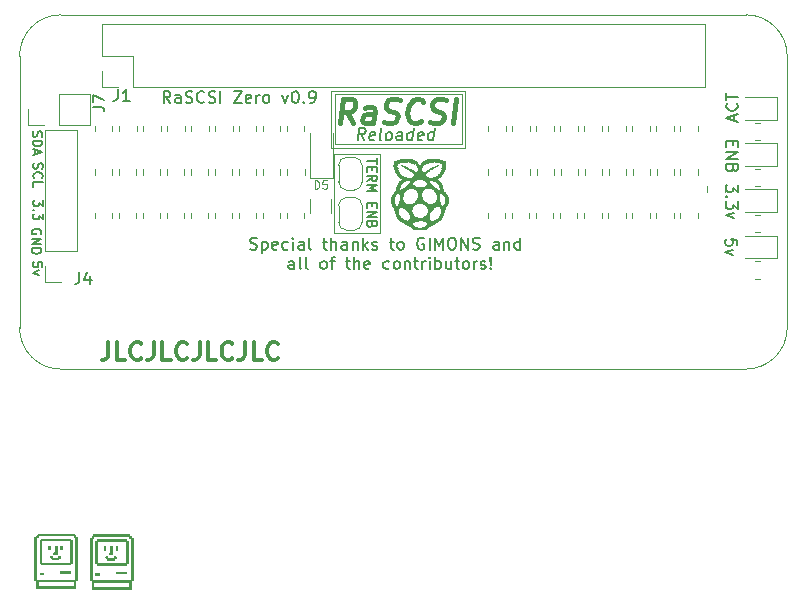
<source format=gbr>
%TF.GenerationSoftware,KiCad,Pcbnew,(5.1.7-0-10_14)*%
%TF.CreationDate,2021-10-10T14:00:01-05:00*%
%TF.ProjectId,rascsi_zero,72617363-7369-45f7-9a65-726f2e6b6963,rev?*%
%TF.SameCoordinates,PX59d60c0PY325aa00*%
%TF.FileFunction,Legend,Top*%
%TF.FilePolarity,Positive*%
%FSLAX46Y46*%
G04 Gerber Fmt 4.6, Leading zero omitted, Abs format (unit mm)*
G04 Created by KiCad (PCBNEW (5.1.7-0-10_14)) date 2021-10-10 14:00:01*
%MOMM*%
%LPD*%
G01*
G04 APERTURE LIST*
%ADD10C,0.120000*%
%ADD11C,0.150000*%
%ADD12C,0.300000*%
%ADD13C,0.400000*%
%TA.AperFunction,Profile*%
%ADD14C,0.050000*%
%TD*%
%ADD15C,0.010000*%
%ADD16C,0.100000*%
G04 APERTURE END LIST*
D10*
X118010000Y3850000D02*
X118010000Y-950000D01*
X106710000Y3850000D02*
X118010000Y3850000D01*
X106710000Y3800000D02*
X106710000Y3850000D01*
X106710000Y-950000D02*
X106710000Y3800000D01*
X118010000Y-950000D02*
X106710000Y-950000D01*
X117760000Y-650000D02*
X117760000Y3600000D01*
X107010000Y-650000D02*
X117760000Y-650000D01*
X107010000Y3600000D02*
X107010000Y-650000D01*
X117710000Y3600000D02*
X107010000Y3600000D01*
X110860000Y-8200000D02*
X110860000Y-1500000D01*
X106960000Y-8200000D02*
X110860000Y-8200000D01*
X106960000Y-1500000D02*
X106960000Y-8200000D01*
X110810000Y-1500000D02*
X106960000Y-1500000D01*
D11*
X110548095Y-1866666D02*
X110548095Y-2323809D01*
X109748095Y-2095238D02*
X110548095Y-2095238D01*
X110167142Y-2590476D02*
X110167142Y-2857142D01*
X109748095Y-2971428D02*
X109748095Y-2590476D01*
X110548095Y-2590476D01*
X110548095Y-2971428D01*
X109748095Y-3771428D02*
X110129047Y-3504761D01*
X109748095Y-3314285D02*
X110548095Y-3314285D01*
X110548095Y-3619047D01*
X110510000Y-3695238D01*
X110471904Y-3733333D01*
X110395714Y-3771428D01*
X110281428Y-3771428D01*
X110205238Y-3733333D01*
X110167142Y-3695238D01*
X110129047Y-3619047D01*
X110129047Y-3314285D01*
X109748095Y-4114285D02*
X110548095Y-4114285D01*
X109976666Y-4380952D01*
X110548095Y-4647619D01*
X109748095Y-4647619D01*
X110167142Y-5638095D02*
X110167142Y-5904761D01*
X109748095Y-6019047D02*
X109748095Y-5638095D01*
X110548095Y-5638095D01*
X110548095Y-6019047D01*
X109748095Y-6361904D02*
X110548095Y-6361904D01*
X109748095Y-6819047D01*
X110548095Y-6819047D01*
X110167142Y-7466666D02*
X110129047Y-7580952D01*
X110090952Y-7619047D01*
X110014761Y-7657142D01*
X109900476Y-7657142D01*
X109824285Y-7619047D01*
X109786190Y-7580952D01*
X109748095Y-7504761D01*
X109748095Y-7200000D01*
X110548095Y-7200000D01*
X110548095Y-7466666D01*
X110510000Y-7542857D01*
X110471904Y-7580952D01*
X110395714Y-7619047D01*
X110319523Y-7619047D01*
X110243333Y-7580952D01*
X110205238Y-7542857D01*
X110167142Y-7466666D01*
X110167142Y-7200000D01*
X93076666Y2847620D02*
X92743333Y3323810D01*
X92505238Y2847620D02*
X92505238Y3847620D01*
X92886190Y3847620D01*
X92981428Y3800000D01*
X93029047Y3752381D01*
X93076666Y3657143D01*
X93076666Y3514286D01*
X93029047Y3419048D01*
X92981428Y3371429D01*
X92886190Y3323810D01*
X92505238Y3323810D01*
X93933809Y2847620D02*
X93933809Y3371429D01*
X93886190Y3466667D01*
X93790952Y3514286D01*
X93600476Y3514286D01*
X93505238Y3466667D01*
X93933809Y2895239D02*
X93838571Y2847620D01*
X93600476Y2847620D01*
X93505238Y2895239D01*
X93457619Y2990477D01*
X93457619Y3085715D01*
X93505238Y3180953D01*
X93600476Y3228572D01*
X93838571Y3228572D01*
X93933809Y3276191D01*
X94362380Y2895239D02*
X94505238Y2847620D01*
X94743333Y2847620D01*
X94838571Y2895239D01*
X94886190Y2942858D01*
X94933809Y3038096D01*
X94933809Y3133334D01*
X94886190Y3228572D01*
X94838571Y3276191D01*
X94743333Y3323810D01*
X94552857Y3371429D01*
X94457619Y3419048D01*
X94410000Y3466667D01*
X94362380Y3561905D01*
X94362380Y3657143D01*
X94410000Y3752381D01*
X94457619Y3800000D01*
X94552857Y3847620D01*
X94790952Y3847620D01*
X94933809Y3800000D01*
X95933809Y2942858D02*
X95886190Y2895239D01*
X95743333Y2847620D01*
X95648095Y2847620D01*
X95505238Y2895239D01*
X95410000Y2990477D01*
X95362380Y3085715D01*
X95314761Y3276191D01*
X95314761Y3419048D01*
X95362380Y3609524D01*
X95410000Y3704762D01*
X95505238Y3800000D01*
X95648095Y3847620D01*
X95743333Y3847620D01*
X95886190Y3800000D01*
X95933809Y3752381D01*
X96314761Y2895239D02*
X96457619Y2847620D01*
X96695714Y2847620D01*
X96790952Y2895239D01*
X96838571Y2942858D01*
X96886190Y3038096D01*
X96886190Y3133334D01*
X96838571Y3228572D01*
X96790952Y3276191D01*
X96695714Y3323810D01*
X96505238Y3371429D01*
X96410000Y3419048D01*
X96362380Y3466667D01*
X96314761Y3561905D01*
X96314761Y3657143D01*
X96362380Y3752381D01*
X96410000Y3800000D01*
X96505238Y3847620D01*
X96743333Y3847620D01*
X96886190Y3800000D01*
X97314761Y2847620D02*
X97314761Y3847620D01*
X98457619Y3847620D02*
X99124285Y3847620D01*
X98457619Y2847620D01*
X99124285Y2847620D01*
X99886190Y2895239D02*
X99790952Y2847620D01*
X99600476Y2847620D01*
X99505238Y2895239D01*
X99457619Y2990477D01*
X99457619Y3371429D01*
X99505238Y3466667D01*
X99600476Y3514286D01*
X99790952Y3514286D01*
X99886190Y3466667D01*
X99933809Y3371429D01*
X99933809Y3276191D01*
X99457619Y3180953D01*
X100362380Y2847620D02*
X100362380Y3514286D01*
X100362380Y3323810D02*
X100410000Y3419048D01*
X100457619Y3466667D01*
X100552857Y3514286D01*
X100648095Y3514286D01*
X101124285Y2847620D02*
X101029047Y2895239D01*
X100981428Y2942858D01*
X100933809Y3038096D01*
X100933809Y3323810D01*
X100981428Y3419048D01*
X101029047Y3466667D01*
X101124285Y3514286D01*
X101267142Y3514286D01*
X101362380Y3466667D01*
X101410000Y3419048D01*
X101457619Y3323810D01*
X101457619Y3038096D01*
X101410000Y2942858D01*
X101362380Y2895239D01*
X101267142Y2847620D01*
X101124285Y2847620D01*
X102552857Y3514286D02*
X102790952Y2847620D01*
X103029047Y3514286D01*
X103600476Y3847620D02*
X103695714Y3847620D01*
X103790952Y3800000D01*
X103838571Y3752381D01*
X103886190Y3657143D01*
X103933809Y3466667D01*
X103933809Y3228572D01*
X103886190Y3038096D01*
X103838571Y2942858D01*
X103790952Y2895239D01*
X103695714Y2847620D01*
X103600476Y2847620D01*
X103505238Y2895239D01*
X103457619Y2942858D01*
X103410000Y3038096D01*
X103362380Y3228572D01*
X103362380Y3466667D01*
X103410000Y3657143D01*
X103457619Y3752381D01*
X103505238Y3800000D01*
X103600476Y3847620D01*
X104362380Y2942858D02*
X104410000Y2895239D01*
X104362380Y2847620D01*
X104314761Y2895239D01*
X104362380Y2942858D01*
X104362380Y2847620D01*
X104886190Y2847620D02*
X105076666Y2847620D01*
X105171904Y2895239D01*
X105219523Y2942858D01*
X105314761Y3085715D01*
X105362380Y3276191D01*
X105362380Y3657143D01*
X105314761Y3752381D01*
X105267142Y3800000D01*
X105171904Y3847620D01*
X104981428Y3847620D01*
X104886190Y3800000D01*
X104838571Y3752381D01*
X104790952Y3657143D01*
X104790952Y3419048D01*
X104838571Y3323810D01*
X104886190Y3276191D01*
X104981428Y3228572D01*
X105171904Y3228572D01*
X105267142Y3276191D01*
X105314761Y3323810D01*
X105362380Y3419048D01*
X141057619Y-9207142D02*
X141057619Y-8730952D01*
X140581428Y-8683333D01*
X140629047Y-8730952D01*
X140676666Y-8826190D01*
X140676666Y-9064285D01*
X140629047Y-9159523D01*
X140581428Y-9207142D01*
X140486190Y-9254761D01*
X140248095Y-9254761D01*
X140152857Y-9207142D01*
X140105238Y-9159523D01*
X140057619Y-9064285D01*
X140057619Y-8826190D01*
X140105238Y-8730952D01*
X140152857Y-8683333D01*
X140724285Y-9588095D02*
X140057619Y-9826190D01*
X140724285Y-10064285D01*
X141107619Y-4071428D02*
X141107619Y-4690476D01*
X140726666Y-4357142D01*
X140726666Y-4500000D01*
X140679047Y-4595238D01*
X140631428Y-4642857D01*
X140536190Y-4690476D01*
X140298095Y-4690476D01*
X140202857Y-4642857D01*
X140155238Y-4595238D01*
X140107619Y-4500000D01*
X140107619Y-4214285D01*
X140155238Y-4119047D01*
X140202857Y-4071428D01*
X140202857Y-5119047D02*
X140155238Y-5166666D01*
X140107619Y-5119047D01*
X140155238Y-5071428D01*
X140202857Y-5119047D01*
X140107619Y-5119047D01*
X141107619Y-5500000D02*
X141107619Y-6119047D01*
X140726666Y-5785714D01*
X140726666Y-5928571D01*
X140679047Y-6023809D01*
X140631428Y-6071428D01*
X140536190Y-6119047D01*
X140298095Y-6119047D01*
X140202857Y-6071428D01*
X140155238Y-6023809D01*
X140107619Y-5928571D01*
X140107619Y-5642857D01*
X140155238Y-5547619D01*
X140202857Y-5500000D01*
X140774285Y-6452380D02*
X140107619Y-6690476D01*
X140774285Y-6928571D01*
D12*
X87831428Y-17428571D02*
X87831428Y-18500000D01*
X87760000Y-18714285D01*
X87617142Y-18857142D01*
X87402857Y-18928571D01*
X87260000Y-18928571D01*
X89260000Y-18928571D02*
X88545714Y-18928571D01*
X88545714Y-17428571D01*
X90617142Y-18785714D02*
X90545714Y-18857142D01*
X90331428Y-18928571D01*
X90188571Y-18928571D01*
X89974285Y-18857142D01*
X89831428Y-18714285D01*
X89760000Y-18571428D01*
X89688571Y-18285714D01*
X89688571Y-18071428D01*
X89760000Y-17785714D01*
X89831428Y-17642857D01*
X89974285Y-17500000D01*
X90188571Y-17428571D01*
X90331428Y-17428571D01*
X90545714Y-17500000D01*
X90617142Y-17571428D01*
X91688571Y-17428571D02*
X91688571Y-18500000D01*
X91617142Y-18714285D01*
X91474285Y-18857142D01*
X91260000Y-18928571D01*
X91117142Y-18928571D01*
X93117142Y-18928571D02*
X92402857Y-18928571D01*
X92402857Y-17428571D01*
X94474285Y-18785714D02*
X94402857Y-18857142D01*
X94188571Y-18928571D01*
X94045714Y-18928571D01*
X93831428Y-18857142D01*
X93688571Y-18714285D01*
X93617142Y-18571428D01*
X93545714Y-18285714D01*
X93545714Y-18071428D01*
X93617142Y-17785714D01*
X93688571Y-17642857D01*
X93831428Y-17500000D01*
X94045714Y-17428571D01*
X94188571Y-17428571D01*
X94402857Y-17500000D01*
X94474285Y-17571428D01*
X95545714Y-17428571D02*
X95545714Y-18500000D01*
X95474285Y-18714285D01*
X95331428Y-18857142D01*
X95117142Y-18928571D01*
X94974285Y-18928571D01*
X96974285Y-18928571D02*
X96260000Y-18928571D01*
X96260000Y-17428571D01*
X98331428Y-18785714D02*
X98260000Y-18857142D01*
X98045714Y-18928571D01*
X97902857Y-18928571D01*
X97688571Y-18857142D01*
X97545714Y-18714285D01*
X97474285Y-18571428D01*
X97402857Y-18285714D01*
X97402857Y-18071428D01*
X97474285Y-17785714D01*
X97545714Y-17642857D01*
X97688571Y-17500000D01*
X97902857Y-17428571D01*
X98045714Y-17428571D01*
X98260000Y-17500000D01*
X98331428Y-17571428D01*
X99402857Y-17428571D02*
X99402857Y-18500000D01*
X99331428Y-18714285D01*
X99188571Y-18857142D01*
X98974285Y-18928571D01*
X98831428Y-18928571D01*
X100831428Y-18928571D02*
X100117142Y-18928571D01*
X100117142Y-17428571D01*
X102188571Y-18785714D02*
X102117142Y-18857142D01*
X101902857Y-18928571D01*
X101760000Y-18928571D01*
X101545714Y-18857142D01*
X101402857Y-18714285D01*
X101331428Y-18571428D01*
X101260000Y-18285714D01*
X101260000Y-18071428D01*
X101331428Y-17785714D01*
X101402857Y-17642857D01*
X101545714Y-17500000D01*
X101760000Y-17428571D01*
X101902857Y-17428571D01*
X102117142Y-17500000D01*
X102188571Y-17571428D01*
D11*
X88626666Y3997620D02*
X88626666Y3283334D01*
X88579047Y3140477D01*
X88483809Y3045239D01*
X88340952Y2997620D01*
X88245714Y2997620D01*
X89626666Y2997620D02*
X89055238Y2997620D01*
X89340952Y2997620D02*
X89340952Y3997620D01*
X89245714Y3854762D01*
X89150476Y3759524D01*
X89055238Y3711905D01*
X140681428Y-411904D02*
X140681428Y-745238D01*
X140157619Y-888095D02*
X140157619Y-411904D01*
X141157619Y-411904D01*
X141157619Y-888095D01*
X140157619Y-1316666D02*
X141157619Y-1316666D01*
X140157619Y-1888095D01*
X141157619Y-1888095D01*
X140681428Y-2697619D02*
X140633809Y-2840476D01*
X140586190Y-2888095D01*
X140490952Y-2935714D01*
X140348095Y-2935714D01*
X140252857Y-2888095D01*
X140205238Y-2840476D01*
X140157619Y-2745238D01*
X140157619Y-2364285D01*
X141157619Y-2364285D01*
X141157619Y-2697619D01*
X141110000Y-2792857D01*
X141062380Y-2840476D01*
X140967142Y-2888095D01*
X140871904Y-2888095D01*
X140776666Y-2840476D01*
X140729047Y-2792857D01*
X140681428Y-2697619D01*
X140681428Y-2364285D01*
X140826666Y1330953D02*
X140826666Y1807143D01*
X141112380Y1235715D02*
X140112380Y1569048D01*
X141112380Y1902381D01*
X141017142Y2807143D02*
X141064761Y2759524D01*
X141112380Y2616667D01*
X141112380Y2521429D01*
X141064761Y2378572D01*
X140969523Y2283334D01*
X140874285Y2235715D01*
X140683809Y2188096D01*
X140540952Y2188096D01*
X140350476Y2235715D01*
X140255238Y2283334D01*
X140160000Y2378572D01*
X140112380Y2521429D01*
X140112380Y2616667D01*
X140160000Y2759524D01*
X140207619Y2807143D01*
X140112380Y3092858D02*
X140112380Y3664286D01*
X141112380Y3378572D02*
X140112380Y3378572D01*
D10*
X89950000Y6826000D02*
X87283000Y6826000D01*
X89950000Y4159000D02*
X89950000Y6826000D01*
X138337000Y4159000D02*
X89950000Y4159000D01*
X138337000Y9493000D02*
X138337000Y4159000D01*
X87283000Y9493000D02*
X138337000Y9493000D01*
X87283000Y6826000D02*
X87283000Y9493000D01*
X87283000Y4159000D02*
X87283000Y5556000D01*
X88680000Y4159000D02*
X87283000Y4159000D01*
D11*
X81447390Y431429D02*
X81409295Y317143D01*
X81409295Y126667D01*
X81447390Y50477D01*
X81485485Y12381D01*
X81561676Y-25714D01*
X81637866Y-25714D01*
X81714057Y12381D01*
X81752152Y50477D01*
X81790247Y126667D01*
X81828342Y279048D01*
X81866438Y355239D01*
X81904533Y393334D01*
X81980723Y431429D01*
X82056914Y431429D01*
X82133104Y393334D01*
X82171200Y355239D01*
X82209295Y279048D01*
X82209295Y88572D01*
X82171200Y-25714D01*
X81409295Y-368571D02*
X82209295Y-368571D01*
X82209295Y-559047D01*
X82171200Y-673333D01*
X82095009Y-749523D01*
X82018819Y-787619D01*
X81866438Y-825714D01*
X81752152Y-825714D01*
X81599771Y-787619D01*
X81523580Y-749523D01*
X81447390Y-673333D01*
X81409295Y-559047D01*
X81409295Y-368571D01*
X81637866Y-1130476D02*
X81637866Y-1511428D01*
X81409295Y-1054285D02*
X82209295Y-1320952D01*
X81409295Y-1587619D01*
X81498190Y-2280019D02*
X81460095Y-2394304D01*
X81460095Y-2584780D01*
X81498190Y-2660971D01*
X81536285Y-2699066D01*
X81612476Y-2737161D01*
X81688666Y-2737161D01*
X81764857Y-2699066D01*
X81802952Y-2660971D01*
X81841047Y-2584780D01*
X81879142Y-2432400D01*
X81917238Y-2356209D01*
X81955333Y-2318114D01*
X82031523Y-2280019D01*
X82107714Y-2280019D01*
X82183904Y-2318114D01*
X82222000Y-2356209D01*
X82260095Y-2432400D01*
X82260095Y-2622876D01*
X82222000Y-2737161D01*
X81536285Y-3537161D02*
X81498190Y-3499066D01*
X81460095Y-3384780D01*
X81460095Y-3308590D01*
X81498190Y-3194304D01*
X81574380Y-3118114D01*
X81650571Y-3080019D01*
X81802952Y-3041923D01*
X81917238Y-3041923D01*
X82069619Y-3080019D01*
X82145809Y-3118114D01*
X82222000Y-3194304D01*
X82260095Y-3308590D01*
X82260095Y-3384780D01*
X82222000Y-3499066D01*
X82183904Y-3537161D01*
X81460095Y-4260971D02*
X81460095Y-3880019D01*
X82260095Y-3880019D01*
X82260095Y-5391504D02*
X82260095Y-5886742D01*
X81955333Y-5620076D01*
X81955333Y-5734361D01*
X81917238Y-5810552D01*
X81879142Y-5848647D01*
X81802952Y-5886742D01*
X81612476Y-5886742D01*
X81536285Y-5848647D01*
X81498190Y-5810552D01*
X81460095Y-5734361D01*
X81460095Y-5505790D01*
X81498190Y-5429600D01*
X81536285Y-5391504D01*
X81536285Y-6229600D02*
X81498190Y-6267695D01*
X81460095Y-6229600D01*
X81498190Y-6191504D01*
X81536285Y-6229600D01*
X81460095Y-6229600D01*
X82260095Y-6534361D02*
X82260095Y-7029600D01*
X81955333Y-6762933D01*
X81955333Y-6877219D01*
X81917238Y-6953409D01*
X81879142Y-6991504D01*
X81802952Y-7029600D01*
X81612476Y-7029600D01*
X81536285Y-6991504D01*
X81498190Y-6953409D01*
X81460095Y-6877219D01*
X81460095Y-6648647D01*
X81498190Y-6572457D01*
X81536285Y-6534361D01*
X82120400Y-8261676D02*
X82158495Y-8185485D01*
X82158495Y-8071200D01*
X82120400Y-7956914D01*
X82044209Y-7880723D01*
X81968019Y-7842628D01*
X81815638Y-7804533D01*
X81701352Y-7804533D01*
X81548971Y-7842628D01*
X81472780Y-7880723D01*
X81396590Y-7956914D01*
X81358495Y-8071200D01*
X81358495Y-8147390D01*
X81396590Y-8261676D01*
X81434685Y-8299771D01*
X81701352Y-8299771D01*
X81701352Y-8147390D01*
X81358495Y-8642628D02*
X82158495Y-8642628D01*
X81358495Y-9099771D01*
X82158495Y-9099771D01*
X81358495Y-9480723D02*
X82158495Y-9480723D01*
X82158495Y-9671200D01*
X82120400Y-9785485D01*
X82044209Y-9861676D01*
X81968019Y-9899771D01*
X81815638Y-9937866D01*
X81701352Y-9937866D01*
X81548971Y-9899771D01*
X81472780Y-9861676D01*
X81396590Y-9785485D01*
X81358495Y-9671200D01*
X81358495Y-9480723D01*
X82209295Y-11042914D02*
X82209295Y-10661961D01*
X81828342Y-10623866D01*
X81866438Y-10661961D01*
X81904533Y-10738152D01*
X81904533Y-10928628D01*
X81866438Y-11004819D01*
X81828342Y-11042914D01*
X81752152Y-11081009D01*
X81561676Y-11081009D01*
X81485485Y-11042914D01*
X81447390Y-11004819D01*
X81409295Y-10928628D01*
X81409295Y-10738152D01*
X81447390Y-10661961D01*
X81485485Y-10623866D01*
X81942628Y-11347676D02*
X81409295Y-11538152D01*
X81942628Y-11728628D01*
X99826666Y-9529761D02*
X99969523Y-9577380D01*
X100207619Y-9577380D01*
X100302857Y-9529761D01*
X100350476Y-9482142D01*
X100398095Y-9386904D01*
X100398095Y-9291666D01*
X100350476Y-9196428D01*
X100302857Y-9148809D01*
X100207619Y-9101190D01*
X100017142Y-9053571D01*
X99921904Y-9005952D01*
X99874285Y-8958333D01*
X99826666Y-8863095D01*
X99826666Y-8767857D01*
X99874285Y-8672619D01*
X99921904Y-8625000D01*
X100017142Y-8577380D01*
X100255238Y-8577380D01*
X100398095Y-8625000D01*
X100826666Y-8910714D02*
X100826666Y-9910714D01*
X100826666Y-8958333D02*
X100921904Y-8910714D01*
X101112380Y-8910714D01*
X101207619Y-8958333D01*
X101255238Y-9005952D01*
X101302857Y-9101190D01*
X101302857Y-9386904D01*
X101255238Y-9482142D01*
X101207619Y-9529761D01*
X101112380Y-9577380D01*
X100921904Y-9577380D01*
X100826666Y-9529761D01*
X102112380Y-9529761D02*
X102017142Y-9577380D01*
X101826666Y-9577380D01*
X101731428Y-9529761D01*
X101683809Y-9434523D01*
X101683809Y-9053571D01*
X101731428Y-8958333D01*
X101826666Y-8910714D01*
X102017142Y-8910714D01*
X102112380Y-8958333D01*
X102160000Y-9053571D01*
X102160000Y-9148809D01*
X101683809Y-9244047D01*
X103017142Y-9529761D02*
X102921904Y-9577380D01*
X102731428Y-9577380D01*
X102636190Y-9529761D01*
X102588571Y-9482142D01*
X102540952Y-9386904D01*
X102540952Y-9101190D01*
X102588571Y-9005952D01*
X102636190Y-8958333D01*
X102731428Y-8910714D01*
X102921904Y-8910714D01*
X103017142Y-8958333D01*
X103445714Y-9577380D02*
X103445714Y-8910714D01*
X103445714Y-8577380D02*
X103398095Y-8625000D01*
X103445714Y-8672619D01*
X103493333Y-8625000D01*
X103445714Y-8577380D01*
X103445714Y-8672619D01*
X104350476Y-9577380D02*
X104350476Y-9053571D01*
X104302857Y-8958333D01*
X104207619Y-8910714D01*
X104017142Y-8910714D01*
X103921904Y-8958333D01*
X104350476Y-9529761D02*
X104255238Y-9577380D01*
X104017142Y-9577380D01*
X103921904Y-9529761D01*
X103874285Y-9434523D01*
X103874285Y-9339285D01*
X103921904Y-9244047D01*
X104017142Y-9196428D01*
X104255238Y-9196428D01*
X104350476Y-9148809D01*
X104969523Y-9577380D02*
X104874285Y-9529761D01*
X104826666Y-9434523D01*
X104826666Y-8577380D01*
X105969523Y-8910714D02*
X106350476Y-8910714D01*
X106112380Y-8577380D02*
X106112380Y-9434523D01*
X106160000Y-9529761D01*
X106255238Y-9577380D01*
X106350476Y-9577380D01*
X106683809Y-9577380D02*
X106683809Y-8577380D01*
X107112380Y-9577380D02*
X107112380Y-9053571D01*
X107064761Y-8958333D01*
X106969523Y-8910714D01*
X106826666Y-8910714D01*
X106731428Y-8958333D01*
X106683809Y-9005952D01*
X108017142Y-9577380D02*
X108017142Y-9053571D01*
X107969523Y-8958333D01*
X107874285Y-8910714D01*
X107683809Y-8910714D01*
X107588571Y-8958333D01*
X108017142Y-9529761D02*
X107921904Y-9577380D01*
X107683809Y-9577380D01*
X107588571Y-9529761D01*
X107540952Y-9434523D01*
X107540952Y-9339285D01*
X107588571Y-9244047D01*
X107683809Y-9196428D01*
X107921904Y-9196428D01*
X108017142Y-9148809D01*
X108493333Y-8910714D02*
X108493333Y-9577380D01*
X108493333Y-9005952D02*
X108540952Y-8958333D01*
X108636190Y-8910714D01*
X108779047Y-8910714D01*
X108874285Y-8958333D01*
X108921904Y-9053571D01*
X108921904Y-9577380D01*
X109398095Y-9577380D02*
X109398095Y-8577380D01*
X109493333Y-9196428D02*
X109779047Y-9577380D01*
X109779047Y-8910714D02*
X109398095Y-9291666D01*
X110160000Y-9529761D02*
X110255238Y-9577380D01*
X110445714Y-9577380D01*
X110540952Y-9529761D01*
X110588571Y-9434523D01*
X110588571Y-9386904D01*
X110540952Y-9291666D01*
X110445714Y-9244047D01*
X110302857Y-9244047D01*
X110207619Y-9196428D01*
X110160000Y-9101190D01*
X110160000Y-9053571D01*
X110207619Y-8958333D01*
X110302857Y-8910714D01*
X110445714Y-8910714D01*
X110540952Y-8958333D01*
X111636190Y-8910714D02*
X112017142Y-8910714D01*
X111779047Y-8577380D02*
X111779047Y-9434523D01*
X111826666Y-9529761D01*
X111921904Y-9577380D01*
X112017142Y-9577380D01*
X112493333Y-9577380D02*
X112398095Y-9529761D01*
X112350476Y-9482142D01*
X112302857Y-9386904D01*
X112302857Y-9101190D01*
X112350476Y-9005952D01*
X112398095Y-8958333D01*
X112493333Y-8910714D01*
X112636190Y-8910714D01*
X112731428Y-8958333D01*
X112779047Y-9005952D01*
X112826666Y-9101190D01*
X112826666Y-9386904D01*
X112779047Y-9482142D01*
X112731428Y-9529761D01*
X112636190Y-9577380D01*
X112493333Y-9577380D01*
X114540952Y-8625000D02*
X114445714Y-8577380D01*
X114302857Y-8577380D01*
X114160000Y-8625000D01*
X114064761Y-8720238D01*
X114017142Y-8815476D01*
X113969523Y-9005952D01*
X113969523Y-9148809D01*
X114017142Y-9339285D01*
X114064761Y-9434523D01*
X114160000Y-9529761D01*
X114302857Y-9577380D01*
X114398095Y-9577380D01*
X114540952Y-9529761D01*
X114588571Y-9482142D01*
X114588571Y-9148809D01*
X114398095Y-9148809D01*
X115017142Y-9577380D02*
X115017142Y-8577380D01*
X115493333Y-9577380D02*
X115493333Y-8577380D01*
X115826666Y-9291666D01*
X116160000Y-8577380D01*
X116160000Y-9577380D01*
X116826666Y-8577380D02*
X117017142Y-8577380D01*
X117112380Y-8625000D01*
X117207619Y-8720238D01*
X117255238Y-8910714D01*
X117255238Y-9244047D01*
X117207619Y-9434523D01*
X117112380Y-9529761D01*
X117017142Y-9577380D01*
X116826666Y-9577380D01*
X116731428Y-9529761D01*
X116636190Y-9434523D01*
X116588571Y-9244047D01*
X116588571Y-8910714D01*
X116636190Y-8720238D01*
X116731428Y-8625000D01*
X116826666Y-8577380D01*
X117683809Y-9577380D02*
X117683809Y-8577380D01*
X118255238Y-9577380D01*
X118255238Y-8577380D01*
X118683809Y-9529761D02*
X118826666Y-9577380D01*
X119064761Y-9577380D01*
X119160000Y-9529761D01*
X119207619Y-9482142D01*
X119255238Y-9386904D01*
X119255238Y-9291666D01*
X119207619Y-9196428D01*
X119160000Y-9148809D01*
X119064761Y-9101190D01*
X118874285Y-9053571D01*
X118779047Y-9005952D01*
X118731428Y-8958333D01*
X118683809Y-8863095D01*
X118683809Y-8767857D01*
X118731428Y-8672619D01*
X118779047Y-8625000D01*
X118874285Y-8577380D01*
X119112380Y-8577380D01*
X119255238Y-8625000D01*
X120874285Y-9577380D02*
X120874285Y-9053571D01*
X120826666Y-8958333D01*
X120731428Y-8910714D01*
X120540952Y-8910714D01*
X120445714Y-8958333D01*
X120874285Y-9529761D02*
X120779047Y-9577380D01*
X120540952Y-9577380D01*
X120445714Y-9529761D01*
X120398095Y-9434523D01*
X120398095Y-9339285D01*
X120445714Y-9244047D01*
X120540952Y-9196428D01*
X120779047Y-9196428D01*
X120874285Y-9148809D01*
X121350476Y-8910714D02*
X121350476Y-9577380D01*
X121350476Y-9005952D02*
X121398095Y-8958333D01*
X121493333Y-8910714D01*
X121636190Y-8910714D01*
X121731428Y-8958333D01*
X121779047Y-9053571D01*
X121779047Y-9577380D01*
X122683809Y-9577380D02*
X122683809Y-8577380D01*
X122683809Y-9529761D02*
X122588571Y-9577380D01*
X122398095Y-9577380D01*
X122302857Y-9529761D01*
X122255238Y-9482142D01*
X122207619Y-9386904D01*
X122207619Y-9101190D01*
X122255238Y-9005952D01*
X122302857Y-8958333D01*
X122398095Y-8910714D01*
X122588571Y-8910714D01*
X122683809Y-8958333D01*
X103540952Y-11227380D02*
X103540952Y-10703571D01*
X103493333Y-10608333D01*
X103398095Y-10560714D01*
X103207619Y-10560714D01*
X103112380Y-10608333D01*
X103540952Y-11179761D02*
X103445714Y-11227380D01*
X103207619Y-11227380D01*
X103112380Y-11179761D01*
X103064761Y-11084523D01*
X103064761Y-10989285D01*
X103112380Y-10894047D01*
X103207619Y-10846428D01*
X103445714Y-10846428D01*
X103540952Y-10798809D01*
X104160000Y-11227380D02*
X104064761Y-11179761D01*
X104017142Y-11084523D01*
X104017142Y-10227380D01*
X104683809Y-11227380D02*
X104588571Y-11179761D01*
X104540952Y-11084523D01*
X104540952Y-10227380D01*
X105969523Y-11227380D02*
X105874285Y-11179761D01*
X105826666Y-11132142D01*
X105779047Y-11036904D01*
X105779047Y-10751190D01*
X105826666Y-10655952D01*
X105874285Y-10608333D01*
X105969523Y-10560714D01*
X106112380Y-10560714D01*
X106207619Y-10608333D01*
X106255238Y-10655952D01*
X106302857Y-10751190D01*
X106302857Y-11036904D01*
X106255238Y-11132142D01*
X106207619Y-11179761D01*
X106112380Y-11227380D01*
X105969523Y-11227380D01*
X106588571Y-10560714D02*
X106969523Y-10560714D01*
X106731428Y-11227380D02*
X106731428Y-10370238D01*
X106779047Y-10275000D01*
X106874285Y-10227380D01*
X106969523Y-10227380D01*
X107921904Y-10560714D02*
X108302857Y-10560714D01*
X108064761Y-10227380D02*
X108064761Y-11084523D01*
X108112380Y-11179761D01*
X108207619Y-11227380D01*
X108302857Y-11227380D01*
X108636190Y-11227380D02*
X108636190Y-10227380D01*
X109064761Y-11227380D02*
X109064761Y-10703571D01*
X109017142Y-10608333D01*
X108921904Y-10560714D01*
X108779047Y-10560714D01*
X108683809Y-10608333D01*
X108636190Y-10655952D01*
X109921904Y-11179761D02*
X109826666Y-11227380D01*
X109636190Y-11227380D01*
X109540952Y-11179761D01*
X109493333Y-11084523D01*
X109493333Y-10703571D01*
X109540952Y-10608333D01*
X109636190Y-10560714D01*
X109826666Y-10560714D01*
X109921904Y-10608333D01*
X109969523Y-10703571D01*
X109969523Y-10798809D01*
X109493333Y-10894047D01*
X111588571Y-11179761D02*
X111493333Y-11227380D01*
X111302857Y-11227380D01*
X111207619Y-11179761D01*
X111160000Y-11132142D01*
X111112380Y-11036904D01*
X111112380Y-10751190D01*
X111160000Y-10655952D01*
X111207619Y-10608333D01*
X111302857Y-10560714D01*
X111493333Y-10560714D01*
X111588571Y-10608333D01*
X112160000Y-11227380D02*
X112064761Y-11179761D01*
X112017142Y-11132142D01*
X111969523Y-11036904D01*
X111969523Y-10751190D01*
X112017142Y-10655952D01*
X112064761Y-10608333D01*
X112160000Y-10560714D01*
X112302857Y-10560714D01*
X112398095Y-10608333D01*
X112445714Y-10655952D01*
X112493333Y-10751190D01*
X112493333Y-11036904D01*
X112445714Y-11132142D01*
X112398095Y-11179761D01*
X112302857Y-11227380D01*
X112160000Y-11227380D01*
X112921904Y-10560714D02*
X112921904Y-11227380D01*
X112921904Y-10655952D02*
X112969523Y-10608333D01*
X113064761Y-10560714D01*
X113207619Y-10560714D01*
X113302857Y-10608333D01*
X113350476Y-10703571D01*
X113350476Y-11227380D01*
X113683809Y-10560714D02*
X114064761Y-10560714D01*
X113826666Y-10227380D02*
X113826666Y-11084523D01*
X113874285Y-11179761D01*
X113969523Y-11227380D01*
X114064761Y-11227380D01*
X114398095Y-11227380D02*
X114398095Y-10560714D01*
X114398095Y-10751190D02*
X114445714Y-10655952D01*
X114493333Y-10608333D01*
X114588571Y-10560714D01*
X114683809Y-10560714D01*
X115017142Y-11227380D02*
X115017142Y-10560714D01*
X115017142Y-10227380D02*
X114969523Y-10275000D01*
X115017142Y-10322619D01*
X115064761Y-10275000D01*
X115017142Y-10227380D01*
X115017142Y-10322619D01*
X115493333Y-11227380D02*
X115493333Y-10227380D01*
X115493333Y-10608333D02*
X115588571Y-10560714D01*
X115779047Y-10560714D01*
X115874285Y-10608333D01*
X115921904Y-10655952D01*
X115969523Y-10751190D01*
X115969523Y-11036904D01*
X115921904Y-11132142D01*
X115874285Y-11179761D01*
X115779047Y-11227380D01*
X115588571Y-11227380D01*
X115493333Y-11179761D01*
X116826666Y-10560714D02*
X116826666Y-11227380D01*
X116398095Y-10560714D02*
X116398095Y-11084523D01*
X116445714Y-11179761D01*
X116540952Y-11227380D01*
X116683809Y-11227380D01*
X116779047Y-11179761D01*
X116826666Y-11132142D01*
X117160000Y-10560714D02*
X117540952Y-10560714D01*
X117302857Y-10227380D02*
X117302857Y-11084523D01*
X117350476Y-11179761D01*
X117445714Y-11227380D01*
X117540952Y-11227380D01*
X118017142Y-11227380D02*
X117921904Y-11179761D01*
X117874285Y-11132142D01*
X117826666Y-11036904D01*
X117826666Y-10751190D01*
X117874285Y-10655952D01*
X117921904Y-10608333D01*
X118017142Y-10560714D01*
X118160000Y-10560714D01*
X118255238Y-10608333D01*
X118302857Y-10655952D01*
X118350476Y-10751190D01*
X118350476Y-11036904D01*
X118302857Y-11132142D01*
X118255238Y-11179761D01*
X118160000Y-11227380D01*
X118017142Y-11227380D01*
X118779047Y-11227380D02*
X118779047Y-10560714D01*
X118779047Y-10751190D02*
X118826666Y-10655952D01*
X118874285Y-10608333D01*
X118969523Y-10560714D01*
X119064761Y-10560714D01*
X119350476Y-11179761D02*
X119445714Y-11227380D01*
X119636190Y-11227380D01*
X119731428Y-11179761D01*
X119779047Y-11084523D01*
X119779047Y-11036904D01*
X119731428Y-10941666D01*
X119636190Y-10894047D01*
X119493333Y-10894047D01*
X119398095Y-10846428D01*
X119350476Y-10751190D01*
X119350476Y-10703571D01*
X119398095Y-10608333D01*
X119493333Y-10560714D01*
X119636190Y-10560714D01*
X119731428Y-10608333D01*
X120207619Y-11132142D02*
X120255238Y-11179761D01*
X120207619Y-11227380D01*
X120160000Y-11179761D01*
X120207619Y-11132142D01*
X120207619Y-11227380D01*
X120207619Y-10846428D02*
X120160000Y-10275000D01*
X120207619Y-10227380D01*
X120255238Y-10275000D01*
X120207619Y-10846428D01*
X120207619Y-10227380D01*
X109505967Y-311380D02*
X109232157Y164810D01*
X108934538Y-311380D02*
X109059538Y688620D01*
X109440491Y688620D01*
X109529776Y641000D01*
X109571443Y593381D01*
X109607157Y498143D01*
X109589300Y355286D01*
X109529776Y260048D01*
X109476205Y212429D01*
X109375014Y164810D01*
X108994062Y164810D01*
X110321443Y-263761D02*
X110220252Y-311380D01*
X110029776Y-311380D01*
X109940491Y-263761D01*
X109904776Y-168523D01*
X109952395Y212429D01*
X110011919Y307667D01*
X110113110Y355286D01*
X110303586Y355286D01*
X110392872Y307667D01*
X110428586Y212429D01*
X110416681Y117191D01*
X109928586Y21953D01*
X110934538Y-311380D02*
X110845252Y-263761D01*
X110809538Y-168523D01*
X110916681Y688620D01*
X111458348Y-311380D02*
X111369062Y-263761D01*
X111327395Y-216142D01*
X111291681Y-120904D01*
X111327395Y164810D01*
X111386919Y260048D01*
X111440491Y307667D01*
X111541681Y355286D01*
X111684538Y355286D01*
X111773824Y307667D01*
X111815491Y260048D01*
X111851205Y164810D01*
X111815491Y-120904D01*
X111755967Y-216142D01*
X111702395Y-263761D01*
X111601205Y-311380D01*
X111458348Y-311380D01*
X112648824Y-311380D02*
X112714300Y212429D01*
X112678586Y307667D01*
X112589300Y355286D01*
X112398824Y355286D01*
X112297633Y307667D01*
X112654776Y-263761D02*
X112553586Y-311380D01*
X112315491Y-311380D01*
X112226205Y-263761D01*
X112190491Y-168523D01*
X112202395Y-73285D01*
X112261919Y21953D01*
X112363110Y69572D01*
X112601205Y69572D01*
X112702395Y117191D01*
X113553586Y-311380D02*
X113678586Y688620D01*
X113559538Y-263761D02*
X113458348Y-311380D01*
X113267872Y-311380D01*
X113178586Y-263761D01*
X113136919Y-216142D01*
X113101205Y-120904D01*
X113136919Y164810D01*
X113196443Y260048D01*
X113250014Y307667D01*
X113351205Y355286D01*
X113541681Y355286D01*
X113630967Y307667D01*
X114416681Y-263761D02*
X114315491Y-311380D01*
X114125014Y-311380D01*
X114035729Y-263761D01*
X114000014Y-168523D01*
X114047633Y212429D01*
X114107157Y307667D01*
X114208348Y355286D01*
X114398824Y355286D01*
X114488110Y307667D01*
X114523824Y212429D01*
X114511919Y117191D01*
X114023824Y21953D01*
X115315491Y-311380D02*
X115440491Y688620D01*
X115321443Y-263761D02*
X115220252Y-311380D01*
X115029776Y-311380D01*
X114940491Y-263761D01*
X114898824Y-216142D01*
X114863110Y-120904D01*
X114898824Y164810D01*
X114958348Y260048D01*
X115011919Y307667D01*
X115113110Y355286D01*
X115303586Y355286D01*
X115392872Y307667D01*
D13*
X108540738Y1141239D02*
X107993119Y2093620D01*
X107397880Y1141239D02*
X107647880Y3141239D01*
X108409785Y3141239D01*
X108588357Y3046000D01*
X108671690Y2950762D01*
X108743119Y2760286D01*
X108707404Y2474572D01*
X108588357Y2284096D01*
X108481214Y2188858D01*
X108278833Y2093620D01*
X107516928Y2093620D01*
X110255023Y1141239D02*
X110385976Y2188858D01*
X110314547Y2379334D01*
X110135976Y2474572D01*
X109755023Y2474572D01*
X109552642Y2379334D01*
X110266928Y1236477D02*
X110064547Y1141239D01*
X109588357Y1141239D01*
X109409785Y1236477D01*
X109338357Y1426953D01*
X109362166Y1617429D01*
X109481214Y1807905D01*
X109683595Y1903143D01*
X110159785Y1903143D01*
X110362166Y1998381D01*
X111124071Y1236477D02*
X111397880Y1141239D01*
X111874071Y1141239D01*
X112076452Y1236477D01*
X112183595Y1331715D01*
X112302642Y1522191D01*
X112326452Y1712667D01*
X112255023Y1903143D01*
X112171690Y1998381D01*
X111993119Y2093620D01*
X111624071Y2188858D01*
X111445500Y2284096D01*
X111362166Y2379334D01*
X111290738Y2569810D01*
X111314547Y2760286D01*
X111433595Y2950762D01*
X111540738Y3046000D01*
X111743119Y3141239D01*
X112219309Y3141239D01*
X112493119Y3046000D01*
X114278833Y1331715D02*
X114171690Y1236477D01*
X113874071Y1141239D01*
X113683595Y1141239D01*
X113409785Y1236477D01*
X113243119Y1426953D01*
X113171690Y1617429D01*
X113124071Y1998381D01*
X113159785Y2284096D01*
X113302642Y2665048D01*
X113421690Y2855524D01*
X113635976Y3046000D01*
X113933595Y3141239D01*
X114124071Y3141239D01*
X114397880Y3046000D01*
X114481214Y2950762D01*
X115028833Y1236477D02*
X115302642Y1141239D01*
X115778833Y1141239D01*
X115981214Y1236477D01*
X116088357Y1331715D01*
X116207404Y1522191D01*
X116231214Y1712667D01*
X116159785Y1903143D01*
X116076452Y1998381D01*
X115897880Y2093620D01*
X115528833Y2188858D01*
X115350261Y2284096D01*
X115266928Y2379334D01*
X115195500Y2569810D01*
X115219309Y2760286D01*
X115338357Y2950762D01*
X115445500Y3046000D01*
X115647880Y3141239D01*
X116124071Y3141239D01*
X116397880Y3046000D01*
X117016928Y1141239D02*
X117266928Y3141239D01*
D14*
X83800000Y-19700000D02*
X141800000Y-19700000D01*
X83800000Y-19700000D02*
G75*
G02*
X80300000Y-16200000I0J3500000D01*
G01*
X145300000Y-16200000D02*
G75*
G02*
X141800000Y-19700000I-3500000J0D01*
G01*
X80300000Y6800000D02*
X80300000Y-16200000D01*
X145300000Y6800000D02*
X145300000Y-16200000D01*
X83800000Y10300000D02*
X141800000Y10300000D01*
X80300000Y6800000D02*
G75*
G02*
X83800000Y10300000I3500000J0D01*
G01*
X141800000Y10300000D02*
G75*
G02*
X145300000Y6800000I0J-3500000D01*
G01*
D10*
%TO.C,JP2*%
X109310000Y-2450000D02*
X109310000Y-3850000D01*
X108610000Y-4550000D02*
X108010000Y-4550000D01*
X107310000Y-3850000D02*
X107310000Y-2450000D01*
X108010000Y-1750000D02*
X108610000Y-1750000D01*
X108610000Y-1750000D02*
G75*
G02*
X109310000Y-2450000I0J-700000D01*
G01*
X107310000Y-2450000D02*
G75*
G02*
X108010000Y-1750000I700000J0D01*
G01*
X108010000Y-4550000D02*
G75*
G02*
X107310000Y-3850000I0J700000D01*
G01*
X109310000Y-3850000D02*
G75*
G02*
X108610000Y-4550000I-700000J0D01*
G01*
%TO.C,JP1*%
X109310000Y-5850400D02*
X109310000Y-7250400D01*
X108610000Y-7950400D02*
X108010000Y-7950400D01*
X107310000Y-7250400D02*
X107310000Y-5850400D01*
X108010000Y-5150400D02*
X108610000Y-5150400D01*
X108610000Y-5150400D02*
G75*
G02*
X109310000Y-5850400I0J-700000D01*
G01*
X107310000Y-5850400D02*
G75*
G02*
X108010000Y-5150400I700000J0D01*
G01*
X108010000Y-7950400D02*
G75*
G02*
X107310000Y-7250400I0J700000D01*
G01*
X109310000Y-7250400D02*
G75*
G02*
X108610000Y-7950400I-700000J0D01*
G01*
%TO.C,R59*%
X140001280Y-4671164D02*
X140001280Y-4217036D01*
X138531280Y-4671164D02*
X138531280Y-4217036D01*
%TO.C,R58*%
X120000280Y-2787076D02*
X120000280Y-3241204D01*
X121470280Y-2787076D02*
X121470280Y-3241204D01*
%TO.C,R57*%
X122037210Y-2787076D02*
X122037210Y-3241204D01*
X123507210Y-2787076D02*
X123507210Y-3241204D01*
%TO.C,R56*%
X124074140Y-2787076D02*
X124074140Y-3241204D01*
X125544140Y-2787076D02*
X125544140Y-3241204D01*
%TO.C,R55*%
X126111070Y-2787076D02*
X126111070Y-3241204D01*
X127581070Y-2787076D02*
X127581070Y-3241204D01*
%TO.C,R54*%
X128148000Y-2787076D02*
X128148000Y-3241204D01*
X129618000Y-2787076D02*
X129618000Y-3241204D01*
%TO.C,R53*%
X130184930Y-2787076D02*
X130184930Y-3241204D01*
X131654930Y-2787076D02*
X131654930Y-3241204D01*
%TO.C,R52*%
X132221860Y-2787076D02*
X132221860Y-3241204D01*
X133691860Y-2787076D02*
X133691860Y-3241204D01*
%TO.C,R51*%
X134258790Y-2787076D02*
X134258790Y-3241204D01*
X135728790Y-2787076D02*
X135728790Y-3241204D01*
%TO.C,R50*%
X136240200Y-2787076D02*
X136240200Y-3241204D01*
X137710200Y-2787076D02*
X137710200Y-3241204D01*
%TO.C,R49*%
X94814390Y-2787076D02*
X94814390Y-3241204D01*
X96284390Y-2787076D02*
X96284390Y-3241204D01*
%TO.C,R48*%
X96851320Y-2787076D02*
X96851320Y-3241204D01*
X98321320Y-2787076D02*
X98321320Y-3241204D01*
%TO.C,R47*%
X98888250Y-2787076D02*
X98888250Y-3241204D01*
X100358250Y-2787076D02*
X100358250Y-3241204D01*
%TO.C,R46*%
X100925180Y-2787076D02*
X100925180Y-3241204D01*
X102395180Y-2787076D02*
X102395180Y-3241204D01*
%TO.C,R45*%
X102962110Y-2787076D02*
X102962110Y-3241204D01*
X104432110Y-2787076D02*
X104432110Y-3241204D01*
%TO.C,R44*%
X86666660Y-2787076D02*
X86666660Y-3241204D01*
X88136660Y-2787076D02*
X88136660Y-3241204D01*
%TO.C,R43*%
X88703600Y-2787076D02*
X88703600Y-3241204D01*
X90173600Y-2787076D02*
X90173600Y-3241204D01*
%TO.C,R42*%
X90740530Y-2787076D02*
X90740530Y-3241204D01*
X92210530Y-2787076D02*
X92210530Y-3241204D01*
%TO.C,R41*%
X92777460Y-2787076D02*
X92777460Y-3241204D01*
X94247460Y-2787076D02*
X94247460Y-3241204D01*
%TO.C,R40*%
X121440888Y-6930624D02*
X121440888Y-6476496D01*
X119970888Y-6930624D02*
X119970888Y-6476496D01*
%TO.C,R39*%
X123474552Y-6930624D02*
X123474552Y-6476496D01*
X122004552Y-6930624D02*
X122004552Y-6476496D01*
%TO.C,R38*%
X125508216Y-6930624D02*
X125508216Y-6476496D01*
X124038216Y-6930624D02*
X124038216Y-6476496D01*
%TO.C,R37*%
X127541880Y-6930624D02*
X127541880Y-6476496D01*
X126071880Y-6930624D02*
X126071880Y-6476496D01*
%TO.C,R36*%
X129575544Y-6930624D02*
X129575544Y-6476496D01*
X128105544Y-6930624D02*
X128105544Y-6476496D01*
%TO.C,R35*%
X131609208Y-6930624D02*
X131609208Y-6476496D01*
X130139208Y-6930624D02*
X130139208Y-6476496D01*
%TO.C,R34*%
X133642872Y-6930624D02*
X133642872Y-6476496D01*
X132172872Y-6930624D02*
X132172872Y-6476496D01*
%TO.C,R33*%
X135676536Y-6930624D02*
X135676536Y-6476496D01*
X134206536Y-6930624D02*
X134206536Y-6476496D01*
%TO.C,R32*%
X137710200Y-6930624D02*
X137710200Y-6476496D01*
X136240200Y-6930624D02*
X136240200Y-6476496D01*
%TO.C,R31*%
X96271328Y-6930624D02*
X96271328Y-6476496D01*
X94801328Y-6930624D02*
X94801328Y-6476496D01*
%TO.C,R30*%
X98304992Y-6930624D02*
X98304992Y-6476496D01*
X96834992Y-6930624D02*
X96834992Y-6476496D01*
%TO.C,R29*%
X100338656Y-6930624D02*
X100338656Y-6476496D01*
X98868656Y-6930624D02*
X98868656Y-6476496D01*
%TO.C,R28*%
X102372320Y-6930624D02*
X102372320Y-6476496D01*
X100902320Y-6930624D02*
X100902320Y-6476496D01*
%TO.C,R27*%
X104405984Y-6930624D02*
X104405984Y-6476496D01*
X102935984Y-6930624D02*
X102935984Y-6476496D01*
%TO.C,R26*%
X88136660Y-6930624D02*
X88136660Y-6476496D01*
X86666660Y-6930624D02*
X86666660Y-6476496D01*
%TO.C,R25*%
X90170336Y-6930624D02*
X90170336Y-6476496D01*
X88700336Y-6930624D02*
X88700336Y-6476496D01*
%TO.C,R24*%
X92204000Y-6930624D02*
X92204000Y-6476496D01*
X90734000Y-6930624D02*
X90734000Y-6476496D01*
%TO.C,R23*%
X94237664Y-6930624D02*
X94237664Y-6476496D01*
X92767664Y-6930624D02*
X92767664Y-6476496D01*
%TO.C,R22*%
X121460008Y448216D02*
X121460008Y902344D01*
X119990008Y448216D02*
X119990008Y902344D01*
%TO.C,R21*%
X123491282Y448216D02*
X123491282Y902344D01*
X122021282Y448216D02*
X122021282Y902344D01*
%TO.C,R20*%
X125522556Y448216D02*
X125522556Y902344D01*
X124052556Y448216D02*
X124052556Y902344D01*
%TO.C,R19*%
X127553830Y448216D02*
X127553830Y902344D01*
X126083830Y448216D02*
X126083830Y902344D01*
%TO.C,R18*%
X129585104Y448216D02*
X129585104Y902344D01*
X128115104Y448216D02*
X128115104Y902344D01*
%TO.C,R17*%
X131616378Y448216D02*
X131616378Y902344D01*
X130146378Y448216D02*
X130146378Y902344D01*
%TO.C,R16*%
X133647652Y448216D02*
X133647652Y902344D01*
X132177652Y448216D02*
X132177652Y902344D01*
%TO.C,R15*%
X135678926Y448216D02*
X135678926Y902344D01*
X134208926Y448216D02*
X134208926Y902344D01*
%TO.C,R14*%
X137710200Y448216D02*
X137710200Y902344D01*
X136240200Y448216D02*
X136240200Y902344D01*
%TO.C,R13*%
X96302398Y448216D02*
X96302398Y902344D01*
X94832398Y448216D02*
X94832398Y902344D01*
%TO.C,R12*%
X98333672Y448216D02*
X98333672Y902344D01*
X96863672Y448216D02*
X96863672Y902344D01*
%TO.C,R11*%
X100364946Y448216D02*
X100364946Y902344D01*
X98894946Y448216D02*
X98894946Y902344D01*
%TO.C,R10*%
X102396220Y448216D02*
X102396220Y902344D01*
X100926220Y448216D02*
X100926220Y902344D01*
%TO.C,R9*%
X104427494Y448216D02*
X104427494Y902344D01*
X102957494Y448216D02*
X102957494Y902344D01*
%TO.C,R8*%
X88136660Y448216D02*
X88136660Y902344D01*
X86666660Y448216D02*
X86666660Y902344D01*
%TO.C,R7*%
X90208576Y448216D02*
X90208576Y902344D01*
X88738576Y448216D02*
X88738576Y902344D01*
%TO.C,R6*%
X92239850Y448216D02*
X92239850Y902344D01*
X90769850Y448216D02*
X90769850Y902344D01*
%TO.C,R5*%
X94271124Y448216D02*
X94271124Y902344D01*
X92801124Y448216D02*
X92801124Y902344D01*
%TO.C,R4*%
X142549176Y-8133540D02*
X143003304Y-8133540D01*
X142549176Y-6663540D02*
X143003304Y-6663540D01*
%TO.C,R3*%
X142549176Y-12045356D02*
X143003304Y-12045356D01*
X142549176Y-10575356D02*
X143003304Y-10575356D01*
%TO.C,R2*%
X142549176Y-4221724D02*
X143003304Y-4221724D01*
X142549176Y-2751724D02*
X143003304Y-2751724D01*
%TO.C,R1*%
X142549176Y-309908D02*
X143003304Y-309908D01*
X142549176Y1160092D02*
X143003304Y1160092D01*
%TO.C,D5*%
X104860000Y-3550000D02*
X104860000Y300000D01*
X106860000Y-3550000D02*
X106860000Y300000D01*
X104860000Y-3550000D02*
X106860000Y-3550000D01*
D15*
%TO.C,X1*%
G36*
X84887318Y-33704318D02*
G01*
X84891180Y-33758617D01*
X84910767Y-33780888D01*
X84956591Y-33785136D01*
X85005657Y-33790858D01*
X85023741Y-33817847D01*
X85025864Y-33854409D01*
X85030369Y-33900951D01*
X85053221Y-33920040D01*
X85106682Y-33923682D01*
X85187500Y-33923682D01*
X85187500Y-37525864D01*
X85025864Y-37525864D01*
X85025864Y-38241682D01*
X81723864Y-38241682D01*
X81723864Y-37664409D01*
X81862409Y-37664409D01*
X81862409Y-38103136D01*
X84887318Y-38103136D01*
X84887318Y-37664409D01*
X81862409Y-37664409D01*
X81723864Y-37664409D01*
X81723864Y-37525864D01*
X81562227Y-37525864D01*
X81562227Y-33923682D01*
X81643046Y-33923682D01*
X81723864Y-33923682D01*
X81723864Y-37525864D01*
X85025864Y-37525864D01*
X85025864Y-33923682D01*
X84956591Y-33923682D01*
X84907525Y-33917960D01*
X84889440Y-33890971D01*
X84887318Y-33854409D01*
X84887318Y-33785136D01*
X81862409Y-33785136D01*
X81862409Y-33854409D01*
X81856688Y-33903475D01*
X81829698Y-33921560D01*
X81793136Y-33923682D01*
X81723864Y-33923682D01*
X81643046Y-33923682D01*
X81697344Y-33919820D01*
X81719615Y-33900233D01*
X81723864Y-33854409D01*
X81729585Y-33805343D01*
X81756575Y-33787259D01*
X81793136Y-33785136D01*
X81839678Y-33780631D01*
X81858768Y-33757779D01*
X81862409Y-33704318D01*
X81862409Y-33623500D01*
X84887318Y-33623500D01*
X84887318Y-33704318D01*
G37*
X84887318Y-33704318D02*
X84891180Y-33758617D01*
X84910767Y-33780888D01*
X84956591Y-33785136D01*
X85005657Y-33790858D01*
X85023741Y-33817847D01*
X85025864Y-33854409D01*
X85030369Y-33900951D01*
X85053221Y-33920040D01*
X85106682Y-33923682D01*
X85187500Y-33923682D01*
X85187500Y-37525864D01*
X85025864Y-37525864D01*
X85025864Y-38241682D01*
X81723864Y-38241682D01*
X81723864Y-37664409D01*
X81862409Y-37664409D01*
X81862409Y-38103136D01*
X84887318Y-38103136D01*
X84887318Y-37664409D01*
X81862409Y-37664409D01*
X81723864Y-37664409D01*
X81723864Y-37525864D01*
X81562227Y-37525864D01*
X81562227Y-33923682D01*
X81643046Y-33923682D01*
X81723864Y-33923682D01*
X81723864Y-37525864D01*
X85025864Y-37525864D01*
X85025864Y-33923682D01*
X84956591Y-33923682D01*
X84907525Y-33917960D01*
X84889440Y-33890971D01*
X84887318Y-33854409D01*
X84887318Y-33785136D01*
X81862409Y-33785136D01*
X81862409Y-33854409D01*
X81856688Y-33903475D01*
X81829698Y-33921560D01*
X81793136Y-33923682D01*
X81723864Y-33923682D01*
X81643046Y-33923682D01*
X81697344Y-33919820D01*
X81719615Y-33900233D01*
X81723864Y-33854409D01*
X81729585Y-33805343D01*
X81756575Y-33787259D01*
X81793136Y-33785136D01*
X81839678Y-33780631D01*
X81858768Y-33757779D01*
X81862409Y-33704318D01*
X81862409Y-33623500D01*
X84887318Y-33623500D01*
X84887318Y-33704318D01*
G36*
X82301136Y-37087136D02*
G01*
X82000955Y-37087136D01*
X82000955Y-36948591D01*
X82301136Y-36948591D01*
X82301136Y-37087136D01*
G37*
X82301136Y-37087136D02*
X82000955Y-37087136D01*
X82000955Y-36948591D01*
X82301136Y-36948591D01*
X82301136Y-37087136D01*
G36*
X84610227Y-36948591D02*
G01*
X83732773Y-36948591D01*
X83732773Y-36810046D01*
X84610227Y-36810046D01*
X84610227Y-36948591D01*
G37*
X84610227Y-36948591D02*
X83732773Y-36948591D01*
X83732773Y-36810046D01*
X84610227Y-36810046D01*
X84610227Y-36948591D01*
G36*
X84610227Y-34131500D02*
G01*
X84615949Y-34180566D01*
X84642938Y-34198651D01*
X84679500Y-34200773D01*
X84748773Y-34200773D01*
X84748773Y-36094227D01*
X84679500Y-36094227D01*
X84630434Y-36099949D01*
X84612350Y-36126938D01*
X84610227Y-36163500D01*
X84610227Y-36232773D01*
X82139500Y-36232773D01*
X82139500Y-36163500D01*
X82133778Y-36114434D01*
X82106789Y-36096350D01*
X82070227Y-36094227D01*
X82000955Y-36094227D01*
X82000955Y-34200773D01*
X82070227Y-34200773D01*
X82139500Y-34200773D01*
X82139500Y-36094227D01*
X84610227Y-36094227D01*
X84610227Y-34200773D01*
X82139500Y-34200773D01*
X82070227Y-34200773D01*
X82119293Y-34195051D01*
X82137378Y-34168062D01*
X82139500Y-34131500D01*
X82139500Y-34062227D01*
X84610227Y-34062227D01*
X84610227Y-34131500D01*
G37*
X84610227Y-34131500D02*
X84615949Y-34180566D01*
X84642938Y-34198651D01*
X84679500Y-34200773D01*
X84748773Y-34200773D01*
X84748773Y-36094227D01*
X84679500Y-36094227D01*
X84630434Y-36099949D01*
X84612350Y-36126938D01*
X84610227Y-36163500D01*
X84610227Y-36232773D01*
X82139500Y-36232773D01*
X82139500Y-36163500D01*
X82133778Y-36114434D01*
X82106789Y-36096350D01*
X82070227Y-36094227D01*
X82000955Y-36094227D01*
X82000955Y-34200773D01*
X82070227Y-34200773D01*
X82139500Y-34200773D01*
X82139500Y-36094227D01*
X84610227Y-36094227D01*
X84610227Y-34200773D01*
X82139500Y-34200773D01*
X82070227Y-34200773D01*
X82119293Y-34195051D01*
X82137378Y-34168062D01*
X82139500Y-34131500D01*
X82139500Y-34062227D01*
X84610227Y-34062227D01*
X84610227Y-34131500D01*
G36*
X83712566Y-35522676D02*
G01*
X83730651Y-35549665D01*
X83732773Y-35586227D01*
X83727051Y-35635293D01*
X83700062Y-35653378D01*
X83663500Y-35655500D01*
X83614434Y-35661222D01*
X83596350Y-35688211D01*
X83594227Y-35724773D01*
X83594227Y-35794046D01*
X83016955Y-35794046D01*
X83016955Y-35724773D01*
X83011233Y-35675707D01*
X82984244Y-35657622D01*
X82947682Y-35655500D01*
X82898616Y-35649778D01*
X82880531Y-35622789D01*
X82878409Y-35586227D01*
X82884131Y-35537161D01*
X82911120Y-35519077D01*
X82947682Y-35516955D01*
X82996748Y-35522676D01*
X83014832Y-35549665D01*
X83016955Y-35586227D01*
X83016955Y-35655500D01*
X83594227Y-35655500D01*
X83594227Y-35586227D01*
X83599949Y-35537161D01*
X83626938Y-35519077D01*
X83663500Y-35516955D01*
X83712566Y-35522676D01*
G37*
X83712566Y-35522676D02*
X83730651Y-35549665D01*
X83732773Y-35586227D01*
X83727051Y-35635293D01*
X83700062Y-35653378D01*
X83663500Y-35655500D01*
X83614434Y-35661222D01*
X83596350Y-35688211D01*
X83594227Y-35724773D01*
X83594227Y-35794046D01*
X83016955Y-35794046D01*
X83016955Y-35724773D01*
X83011233Y-35675707D01*
X82984244Y-35657622D01*
X82947682Y-35655500D01*
X82898616Y-35649778D01*
X82880531Y-35622789D01*
X82878409Y-35586227D01*
X82884131Y-35537161D01*
X82911120Y-35519077D01*
X82947682Y-35516955D01*
X82996748Y-35522676D01*
X83014832Y-35549665D01*
X83016955Y-35586227D01*
X83016955Y-35655500D01*
X83594227Y-35655500D01*
X83594227Y-35586227D01*
X83599949Y-35537161D01*
X83626938Y-35519077D01*
X83663500Y-35516955D01*
X83712566Y-35522676D01*
G36*
X83455682Y-35355318D02*
G01*
X83155500Y-35355318D01*
X83155500Y-35286046D01*
X83161222Y-35236980D01*
X83188211Y-35218895D01*
X83224773Y-35216773D01*
X83294046Y-35216773D01*
X83294046Y-34639500D01*
X83455682Y-34639500D01*
X83455682Y-35355318D01*
G37*
X83455682Y-35355318D02*
X83155500Y-35355318D01*
X83155500Y-35286046D01*
X83161222Y-35236980D01*
X83188211Y-35218895D01*
X83224773Y-35216773D01*
X83294046Y-35216773D01*
X83294046Y-34639500D01*
X83455682Y-34639500D01*
X83455682Y-35355318D01*
G36*
X82878409Y-34939682D02*
G01*
X82716773Y-34939682D01*
X82716773Y-34639500D01*
X82878409Y-34639500D01*
X82878409Y-34939682D01*
G37*
X82878409Y-34939682D02*
X82716773Y-34939682D01*
X82716773Y-34639500D01*
X82878409Y-34639500D01*
X82878409Y-34939682D01*
G36*
X83871318Y-34939682D02*
G01*
X83732773Y-34939682D01*
X83732773Y-34639500D01*
X83871318Y-34639500D01*
X83871318Y-34939682D01*
G37*
X83871318Y-34939682D02*
X83732773Y-34939682D01*
X83732773Y-34639500D01*
X83871318Y-34639500D01*
X83871318Y-34939682D01*
D10*
%TO.C,J7*%
X81050000Y950000D02*
X81050000Y2280000D01*
X82380000Y950000D02*
X81050000Y950000D01*
X83650000Y950000D02*
X83650000Y3610000D01*
X83650000Y3610000D02*
X86250000Y3610000D01*
X83650000Y950000D02*
X86250000Y950000D01*
X86250000Y950000D02*
X86250000Y3610000D01*
D15*
%TO.C,X3*%
G36*
X89587818Y-33744818D02*
G01*
X89591680Y-33799117D01*
X89611267Y-33821388D01*
X89657091Y-33825636D01*
X89706157Y-33831358D01*
X89724241Y-33858347D01*
X89726364Y-33894909D01*
X89730869Y-33941451D01*
X89753721Y-33960540D01*
X89807182Y-33964182D01*
X89888000Y-33964182D01*
X89888000Y-37566364D01*
X89726364Y-37566364D01*
X89726364Y-38282182D01*
X86424364Y-38282182D01*
X86424364Y-37704909D01*
X86562909Y-37704909D01*
X86562909Y-38143636D01*
X89587818Y-38143636D01*
X89587818Y-37704909D01*
X86562909Y-37704909D01*
X86424364Y-37704909D01*
X86424364Y-37566364D01*
X86262727Y-37566364D01*
X86262727Y-33964182D01*
X86343546Y-33964182D01*
X86424364Y-33964182D01*
X86424364Y-37566364D01*
X89726364Y-37566364D01*
X89726364Y-33964182D01*
X89657091Y-33964182D01*
X89608025Y-33958460D01*
X89589940Y-33931471D01*
X89587818Y-33894909D01*
X89587818Y-33825636D01*
X86562909Y-33825636D01*
X86562909Y-33894909D01*
X86557188Y-33943975D01*
X86530198Y-33962060D01*
X86493636Y-33964182D01*
X86424364Y-33964182D01*
X86343546Y-33964182D01*
X86397844Y-33960320D01*
X86420115Y-33940733D01*
X86424364Y-33894909D01*
X86430085Y-33845843D01*
X86457075Y-33827759D01*
X86493636Y-33825636D01*
X86540178Y-33821131D01*
X86559268Y-33798279D01*
X86562909Y-33744818D01*
X86562909Y-33664000D01*
X89587818Y-33664000D01*
X89587818Y-33744818D01*
G37*
X89587818Y-33744818D02*
X89591680Y-33799117D01*
X89611267Y-33821388D01*
X89657091Y-33825636D01*
X89706157Y-33831358D01*
X89724241Y-33858347D01*
X89726364Y-33894909D01*
X89730869Y-33941451D01*
X89753721Y-33960540D01*
X89807182Y-33964182D01*
X89888000Y-33964182D01*
X89888000Y-37566364D01*
X89726364Y-37566364D01*
X89726364Y-38282182D01*
X86424364Y-38282182D01*
X86424364Y-37704909D01*
X86562909Y-37704909D01*
X86562909Y-38143636D01*
X89587818Y-38143636D01*
X89587818Y-37704909D01*
X86562909Y-37704909D01*
X86424364Y-37704909D01*
X86424364Y-37566364D01*
X86262727Y-37566364D01*
X86262727Y-33964182D01*
X86343546Y-33964182D01*
X86424364Y-33964182D01*
X86424364Y-37566364D01*
X89726364Y-37566364D01*
X89726364Y-33964182D01*
X89657091Y-33964182D01*
X89608025Y-33958460D01*
X89589940Y-33931471D01*
X89587818Y-33894909D01*
X89587818Y-33825636D01*
X86562909Y-33825636D01*
X86562909Y-33894909D01*
X86557188Y-33943975D01*
X86530198Y-33962060D01*
X86493636Y-33964182D01*
X86424364Y-33964182D01*
X86343546Y-33964182D01*
X86397844Y-33960320D01*
X86420115Y-33940733D01*
X86424364Y-33894909D01*
X86430085Y-33845843D01*
X86457075Y-33827759D01*
X86493636Y-33825636D01*
X86540178Y-33821131D01*
X86559268Y-33798279D01*
X86562909Y-33744818D01*
X86562909Y-33664000D01*
X89587818Y-33664000D01*
X89587818Y-33744818D01*
G36*
X87001636Y-37127636D02*
G01*
X86701455Y-37127636D01*
X86701455Y-36989091D01*
X87001636Y-36989091D01*
X87001636Y-37127636D01*
G37*
X87001636Y-37127636D02*
X86701455Y-37127636D01*
X86701455Y-36989091D01*
X87001636Y-36989091D01*
X87001636Y-37127636D01*
G36*
X89310727Y-36989091D02*
G01*
X88433273Y-36989091D01*
X88433273Y-36850546D01*
X89310727Y-36850546D01*
X89310727Y-36989091D01*
G37*
X89310727Y-36989091D02*
X88433273Y-36989091D01*
X88433273Y-36850546D01*
X89310727Y-36850546D01*
X89310727Y-36989091D01*
G36*
X89310727Y-34172000D02*
G01*
X89316449Y-34221066D01*
X89343438Y-34239151D01*
X89380000Y-34241273D01*
X89449273Y-34241273D01*
X89449273Y-36134727D01*
X89380000Y-36134727D01*
X89330934Y-36140449D01*
X89312850Y-36167438D01*
X89310727Y-36204000D01*
X89310727Y-36273273D01*
X86840000Y-36273273D01*
X86840000Y-36204000D01*
X86834278Y-36154934D01*
X86807289Y-36136850D01*
X86770727Y-36134727D01*
X86701455Y-36134727D01*
X86701455Y-34241273D01*
X86770727Y-34241273D01*
X86840000Y-34241273D01*
X86840000Y-36134727D01*
X89310727Y-36134727D01*
X89310727Y-34241273D01*
X86840000Y-34241273D01*
X86770727Y-34241273D01*
X86819793Y-34235551D01*
X86837878Y-34208562D01*
X86840000Y-34172000D01*
X86840000Y-34102727D01*
X89310727Y-34102727D01*
X89310727Y-34172000D01*
G37*
X89310727Y-34172000D02*
X89316449Y-34221066D01*
X89343438Y-34239151D01*
X89380000Y-34241273D01*
X89449273Y-34241273D01*
X89449273Y-36134727D01*
X89380000Y-36134727D01*
X89330934Y-36140449D01*
X89312850Y-36167438D01*
X89310727Y-36204000D01*
X89310727Y-36273273D01*
X86840000Y-36273273D01*
X86840000Y-36204000D01*
X86834278Y-36154934D01*
X86807289Y-36136850D01*
X86770727Y-36134727D01*
X86701455Y-36134727D01*
X86701455Y-34241273D01*
X86770727Y-34241273D01*
X86840000Y-34241273D01*
X86840000Y-36134727D01*
X89310727Y-36134727D01*
X89310727Y-34241273D01*
X86840000Y-34241273D01*
X86770727Y-34241273D01*
X86819793Y-34235551D01*
X86837878Y-34208562D01*
X86840000Y-34172000D01*
X86840000Y-34102727D01*
X89310727Y-34102727D01*
X89310727Y-34172000D01*
G36*
X88413066Y-35563176D02*
G01*
X88431151Y-35590165D01*
X88433273Y-35626727D01*
X88427551Y-35675793D01*
X88400562Y-35693878D01*
X88364000Y-35696000D01*
X88314934Y-35701722D01*
X88296850Y-35728711D01*
X88294727Y-35765273D01*
X88294727Y-35834546D01*
X87717455Y-35834546D01*
X87717455Y-35765273D01*
X87711733Y-35716207D01*
X87684744Y-35698122D01*
X87648182Y-35696000D01*
X87599116Y-35690278D01*
X87581031Y-35663289D01*
X87578909Y-35626727D01*
X87584631Y-35577661D01*
X87611620Y-35559577D01*
X87648182Y-35557455D01*
X87697248Y-35563176D01*
X87715332Y-35590165D01*
X87717455Y-35626727D01*
X87717455Y-35696000D01*
X88294727Y-35696000D01*
X88294727Y-35626727D01*
X88300449Y-35577661D01*
X88327438Y-35559577D01*
X88364000Y-35557455D01*
X88413066Y-35563176D01*
G37*
X88413066Y-35563176D02*
X88431151Y-35590165D01*
X88433273Y-35626727D01*
X88427551Y-35675793D01*
X88400562Y-35693878D01*
X88364000Y-35696000D01*
X88314934Y-35701722D01*
X88296850Y-35728711D01*
X88294727Y-35765273D01*
X88294727Y-35834546D01*
X87717455Y-35834546D01*
X87717455Y-35765273D01*
X87711733Y-35716207D01*
X87684744Y-35698122D01*
X87648182Y-35696000D01*
X87599116Y-35690278D01*
X87581031Y-35663289D01*
X87578909Y-35626727D01*
X87584631Y-35577661D01*
X87611620Y-35559577D01*
X87648182Y-35557455D01*
X87697248Y-35563176D01*
X87715332Y-35590165D01*
X87717455Y-35626727D01*
X87717455Y-35696000D01*
X88294727Y-35696000D01*
X88294727Y-35626727D01*
X88300449Y-35577661D01*
X88327438Y-35559577D01*
X88364000Y-35557455D01*
X88413066Y-35563176D01*
G36*
X88156182Y-35395818D02*
G01*
X87856000Y-35395818D01*
X87856000Y-35326546D01*
X87861722Y-35277480D01*
X87888711Y-35259395D01*
X87925273Y-35257273D01*
X87994546Y-35257273D01*
X87994546Y-34680000D01*
X88156182Y-34680000D01*
X88156182Y-35395818D01*
G37*
X88156182Y-35395818D02*
X87856000Y-35395818D01*
X87856000Y-35326546D01*
X87861722Y-35277480D01*
X87888711Y-35259395D01*
X87925273Y-35257273D01*
X87994546Y-35257273D01*
X87994546Y-34680000D01*
X88156182Y-34680000D01*
X88156182Y-35395818D01*
G36*
X87578909Y-34980182D02*
G01*
X87417273Y-34980182D01*
X87417273Y-34680000D01*
X87578909Y-34680000D01*
X87578909Y-34980182D01*
G37*
X87578909Y-34980182D02*
X87417273Y-34980182D01*
X87417273Y-34680000D01*
X87578909Y-34680000D01*
X87578909Y-34980182D01*
G36*
X88571818Y-34980182D02*
G01*
X88433273Y-34980182D01*
X88433273Y-34680000D01*
X88571818Y-34680000D01*
X88571818Y-34980182D01*
G37*
X88571818Y-34980182D02*
X88433273Y-34980182D01*
X88433273Y-34680000D01*
X88571818Y-34680000D01*
X88571818Y-34980182D01*
%TO.C,X7*%
G36*
X113085857Y-1869226D02*
G01*
X113104047Y-1870167D01*
X113115809Y-1871847D01*
X113122152Y-1874361D01*
X113122499Y-1874638D01*
X113130786Y-1879759D01*
X113144632Y-1886427D01*
X113161733Y-1893732D01*
X113179782Y-1900764D01*
X113196474Y-1906614D01*
X113209502Y-1910371D01*
X113215331Y-1911269D01*
X113224637Y-1910457D01*
X113239456Y-1908295D01*
X113257023Y-1905201D01*
X113262233Y-1904190D01*
X113288414Y-1900250D01*
X113311948Y-1899901D01*
X113334964Y-1903542D01*
X113359591Y-1911572D01*
X113387958Y-1924393D01*
X113398685Y-1929838D01*
X113443821Y-1953219D01*
X113494222Y-1950685D01*
X113524857Y-1949936D01*
X113550771Y-1951507D01*
X113573579Y-1956063D01*
X113594897Y-1964273D01*
X113616342Y-1976802D01*
X113639529Y-1994318D01*
X113666074Y-2017488D01*
X113674193Y-2024954D01*
X113689732Y-2038743D01*
X113704100Y-2050392D01*
X113715622Y-2058611D01*
X113722284Y-2062037D01*
X113731988Y-2063107D01*
X113746939Y-2063273D01*
X113763965Y-2062503D01*
X113764574Y-2062457D01*
X113795783Y-2060097D01*
X113832643Y-2086223D01*
X113887212Y-2129622D01*
X113939362Y-2180551D01*
X113988450Y-2238265D01*
X114033833Y-2302016D01*
X114070057Y-2362266D01*
X114081933Y-2384801D01*
X114095078Y-2411552D01*
X114108549Y-2440426D01*
X114121407Y-2469330D01*
X114132711Y-2496171D01*
X114141520Y-2518856D01*
X114145131Y-2529333D01*
X114149644Y-2542525D01*
X114153533Y-2552297D01*
X114155400Y-2555751D01*
X114157826Y-2553156D01*
X114162624Y-2543920D01*
X114169197Y-2529330D01*
X114176948Y-2510675D01*
X114180888Y-2500718D01*
X114218655Y-2413887D01*
X114261880Y-2333191D01*
X114310421Y-2258885D01*
X114331465Y-2230788D01*
X114351884Y-2206516D01*
X114376900Y-2179799D01*
X114404616Y-2152435D01*
X114433137Y-2126225D01*
X114460566Y-2102967D01*
X114485007Y-2084460D01*
X114487534Y-2082721D01*
X114523721Y-2058141D01*
X114600683Y-2063603D01*
X114644946Y-2021507D01*
X114669675Y-1998974D01*
X114690643Y-1982147D01*
X114709204Y-1969986D01*
X114717763Y-1965447D01*
X114728973Y-1960085D01*
X114738289Y-1956300D01*
X114747545Y-1953805D01*
X114758576Y-1952316D01*
X114773215Y-1951547D01*
X114793298Y-1951213D01*
X114810090Y-1951095D01*
X114873863Y-1950708D01*
X114917099Y-1929146D01*
X114944646Y-1916057D01*
X114967422Y-1907154D01*
X114987769Y-1902030D01*
X115008029Y-1900278D01*
X115030544Y-1901492D01*
X115056115Y-1905016D01*
X115075803Y-1908068D01*
X115091158Y-1909729D01*
X115104142Y-1909638D01*
X115116722Y-1907431D01*
X115130860Y-1902746D01*
X115148522Y-1895219D01*
X115171671Y-1884488D01*
X115174535Y-1883145D01*
X115187289Y-1877321D01*
X115197700Y-1873355D01*
X115207907Y-1870889D01*
X115220053Y-1869567D01*
X115236279Y-1869034D01*
X115258726Y-1868933D01*
X115260010Y-1868933D01*
X115280786Y-1869222D01*
X115298379Y-1870011D01*
X115311124Y-1871187D01*
X115317358Y-1872634D01*
X115317656Y-1872907D01*
X115322431Y-1877006D01*
X115332290Y-1883559D01*
X115342247Y-1889496D01*
X115364383Y-1902112D01*
X115408833Y-1891967D01*
X115443391Y-1884701D01*
X115471667Y-1880262D01*
X115495304Y-1878504D01*
X115515948Y-1879277D01*
X115529035Y-1881158D01*
X115557459Y-1888913D01*
X115587191Y-1901160D01*
X115613897Y-1916079D01*
X115616732Y-1917990D01*
X115623402Y-1922222D01*
X115630160Y-1925178D01*
X115638695Y-1927117D01*
X115650693Y-1928299D01*
X115667844Y-1928986D01*
X115690815Y-1929423D01*
X115714994Y-1929921D01*
X115732637Y-1930747D01*
X115745677Y-1932182D01*
X115756045Y-1934505D01*
X115765671Y-1937996D01*
X115773140Y-1941349D01*
X115790171Y-1951003D01*
X115807481Y-1963371D01*
X115815383Y-1970190D01*
X115834103Y-1987998D01*
X115859593Y-1983563D01*
X115875374Y-1981673D01*
X115892988Y-1981488D01*
X115914821Y-1983061D01*
X115933766Y-1985222D01*
X115974517Y-1991750D01*
X116008760Y-2000681D01*
X116038294Y-2012783D01*
X116064919Y-2028827D01*
X116090433Y-2049581D01*
X116095628Y-2054429D01*
X116108013Y-2065956D01*
X116116608Y-2072642D01*
X116123673Y-2075569D01*
X116131471Y-2075817D01*
X116138602Y-2074972D01*
X116155622Y-2074452D01*
X116177843Y-2076279D01*
X116202483Y-2079982D01*
X116226759Y-2085089D01*
X116247886Y-2091131D01*
X116258358Y-2095219D01*
X116288028Y-2113221D01*
X116312086Y-2137052D01*
X116329791Y-2165679D01*
X116340397Y-2198068D01*
X116342527Y-2212250D01*
X116342883Y-2242296D01*
X116338711Y-2273694D01*
X116330628Y-2302575D01*
X116326552Y-2312316D01*
X116317805Y-2330924D01*
X116338288Y-2373631D01*
X116350812Y-2402233D01*
X116358315Y-2426419D01*
X116361074Y-2448375D01*
X116359365Y-2470291D01*
X116353526Y-2494151D01*
X116346525Y-2512541D01*
X116336547Y-2533255D01*
X116325728Y-2551867D01*
X116325519Y-2552186D01*
X116316608Y-2566322D01*
X116309892Y-2578114D01*
X116306500Y-2585539D01*
X116306299Y-2586594D01*
X116307844Y-2593559D01*
X116311695Y-2604557D01*
X116313166Y-2608191D01*
X116316981Y-2620459D01*
X116318353Y-2634786D01*
X116317544Y-2654138D01*
X116317377Y-2656174D01*
X116314116Y-2678648D01*
X116307770Y-2700363D01*
X116297593Y-2722963D01*
X116282842Y-2748091D01*
X116262770Y-2777393D01*
X116261905Y-2778593D01*
X116233245Y-2818302D01*
X116238465Y-2840059D01*
X116241034Y-2853494D01*
X116241289Y-2865524D01*
X116239083Y-2879737D01*
X116236380Y-2891366D01*
X116227960Y-2920158D01*
X116217489Y-2944527D01*
X116203650Y-2966529D01*
X116185126Y-2988221D01*
X116160599Y-3011660D01*
X116157691Y-3014245D01*
X116147759Y-3023375D01*
X116141799Y-3030812D01*
X116138557Y-3039347D01*
X116136783Y-3051769D01*
X116135849Y-3062928D01*
X116133617Y-3081230D01*
X116130158Y-3098648D01*
X116126306Y-3111179D01*
X116110443Y-3140533D01*
X116087851Y-3170743D01*
X116059919Y-3200259D01*
X116028038Y-3227532D01*
X116010758Y-3240041D01*
X115993846Y-3252110D01*
X115982489Y-3262198D01*
X115974917Y-3272565D01*
X115969358Y-3285472D01*
X115965599Y-3297629D01*
X115959700Y-3314984D01*
X115952395Y-3332155D01*
X115947877Y-3340838D01*
X115930470Y-3364063D01*
X115906484Y-3386795D01*
X115877766Y-3407730D01*
X115846165Y-3425568D01*
X115813529Y-3439006D01*
X115804649Y-3441748D01*
X115787588Y-3447017D01*
X115776944Y-3451845D01*
X115770869Y-3457618D01*
X115767515Y-3465727D01*
X115766407Y-3470484D01*
X115756866Y-3496322D01*
X115739698Y-3521018D01*
X115715730Y-3543883D01*
X115685789Y-3564230D01*
X115650702Y-3581369D01*
X115620350Y-3592051D01*
X115604917Y-3596887D01*
X115592708Y-3601156D01*
X115585961Y-3604064D01*
X115585466Y-3604411D01*
X115587743Y-3607584D01*
X115596055Y-3614634D01*
X115609370Y-3624776D01*
X115626654Y-3637222D01*
X115646849Y-3651168D01*
X115687640Y-3679103D01*
X115722277Y-3703532D01*
X115751868Y-3725306D01*
X115777521Y-3745272D01*
X115800343Y-3764280D01*
X115821442Y-3783180D01*
X115831743Y-3792904D01*
X115890178Y-3853836D01*
X115941156Y-3917559D01*
X115985035Y-3984734D01*
X116022178Y-4056021D01*
X116052945Y-4132079D01*
X116077696Y-4213570D01*
X116089829Y-4265438D01*
X116096201Y-4298015D01*
X116101448Y-4330267D01*
X116105771Y-4363979D01*
X116109372Y-4400934D01*
X116112454Y-4442918D01*
X116115021Y-4487822D01*
X116118316Y-4551895D01*
X116137591Y-4585189D01*
X116147252Y-4601101D01*
X116156106Y-4613113D01*
X116166258Y-4623425D01*
X116179812Y-4634238D01*
X116194541Y-4644743D01*
X116220341Y-4664221D01*
X116249278Y-4688553D01*
X116279350Y-4715863D01*
X116308558Y-4744275D01*
X116334900Y-4771912D01*
X116355213Y-4795447D01*
X116393653Y-4846844D01*
X116429714Y-4902371D01*
X116462734Y-4960618D01*
X116492047Y-5020179D01*
X116516992Y-5079646D01*
X116536905Y-5137611D01*
X116551122Y-5192667D01*
X116556452Y-5222409D01*
X116559231Y-5239083D01*
X116562102Y-5252580D01*
X116564565Y-5260654D01*
X116565196Y-5261738D01*
X116566151Y-5266893D01*
X116566953Y-5279224D01*
X116567602Y-5297519D01*
X116568100Y-5320563D01*
X116568447Y-5347144D01*
X116568644Y-5376048D01*
X116568692Y-5406062D01*
X116568591Y-5435971D01*
X116568342Y-5464564D01*
X116567946Y-5490626D01*
X116567404Y-5512944D01*
X116566717Y-5530305D01*
X116565884Y-5541494D01*
X116565021Y-5545281D01*
X116562278Y-5550517D01*
X116559555Y-5561189D01*
X116558456Y-5567756D01*
X116555405Y-5583811D01*
X116550142Y-5605684D01*
X116543290Y-5631213D01*
X116535469Y-5658236D01*
X116527301Y-5684591D01*
X116519407Y-5708118D01*
X116513696Y-5723475D01*
X116482350Y-5793107D01*
X116443926Y-5862684D01*
X116399601Y-5930272D01*
X116350553Y-5993934D01*
X116345906Y-5999454D01*
X116334630Y-6013924D01*
X116326683Y-6026483D01*
X116323278Y-6035177D01*
X116323233Y-6035893D01*
X116322125Y-6043197D01*
X116319055Y-6057194D01*
X116314405Y-6076444D01*
X116308557Y-6099504D01*
X116301893Y-6124934D01*
X116294794Y-6151291D01*
X116287642Y-6177133D01*
X116280819Y-6201019D01*
X116274707Y-6221507D01*
X116270910Y-6233500D01*
X116266265Y-6247193D01*
X116259326Y-6267086D01*
X116250714Y-6291428D01*
X116241047Y-6318469D01*
X116230946Y-6346460D01*
X116228593Y-6352941D01*
X116214445Y-6393081D01*
X116203481Y-6427093D01*
X116195252Y-6456497D01*
X116189308Y-6482814D01*
X116187868Y-6490525D01*
X116168033Y-6578269D01*
X116140092Y-6663796D01*
X116104192Y-6746794D01*
X116060478Y-6826948D01*
X116009094Y-6903943D01*
X115977759Y-6944655D01*
X115958047Y-6967709D01*
X115933567Y-6994266D01*
X115906140Y-7022511D01*
X115877586Y-7050630D01*
X115849728Y-7076809D01*
X115824386Y-7099234D01*
X115813752Y-7108050D01*
X115774397Y-7137844D01*
X115731359Y-7167056D01*
X115686629Y-7194509D01*
X115642201Y-7219026D01*
X115600068Y-7239430D01*
X115571009Y-7251387D01*
X115553462Y-7258800D01*
X115536729Y-7267311D01*
X115524443Y-7275071D01*
X115494333Y-7297335D01*
X115458556Y-7322564D01*
X115418849Y-7349622D01*
X115376951Y-7377370D01*
X115334599Y-7404670D01*
X115293532Y-7430383D01*
X115255486Y-7453373D01*
X115227325Y-7469639D01*
X115198755Y-7485119D01*
X115165678Y-7502096D01*
X115129915Y-7519715D01*
X115093284Y-7537120D01*
X115057603Y-7553455D01*
X115024694Y-7567864D01*
X114996373Y-7579491D01*
X114983469Y-7584370D01*
X114963409Y-7591747D01*
X114948271Y-7597928D01*
X114936009Y-7604183D01*
X114924574Y-7611781D01*
X114911919Y-7621991D01*
X114895996Y-7636083D01*
X114887194Y-7644051D01*
X114832074Y-7692149D01*
X114779444Y-7734019D01*
X114727714Y-7770849D01*
X114675291Y-7803830D01*
X114666392Y-7809026D01*
X114623685Y-7833700D01*
X114157951Y-7833690D01*
X113692216Y-7833680D01*
X113655073Y-7812846D01*
X113608847Y-7785523D01*
X113565090Y-7756581D01*
X113521943Y-7724649D01*
X113477541Y-7688355D01*
X113434687Y-7650572D01*
X113416792Y-7634888D01*
X113399503Y-7620727D01*
X113384494Y-7609393D01*
X113373437Y-7602191D01*
X113371107Y-7601015D01*
X113359842Y-7596162D01*
X113343229Y-7589179D01*
X113323765Y-7581111D01*
X113309099Y-7575097D01*
X113216809Y-7534912D01*
X113127022Y-7490526D01*
X113038254Y-7441105D01*
X112949017Y-7385814D01*
X112924665Y-7369259D01*
X113496202Y-7369259D01*
X113501448Y-7389747D01*
X113508298Y-7404456D01*
X113529202Y-7437549D01*
X113557382Y-7471902D01*
X113591882Y-7506788D01*
X113631747Y-7541478D01*
X113676022Y-7575245D01*
X113723752Y-7607361D01*
X113773983Y-7637099D01*
X113825760Y-7663731D01*
X113878127Y-7686528D01*
X113878739Y-7686769D01*
X113931688Y-7705989D01*
X113981531Y-7720436D01*
X114030784Y-7730581D01*
X114081965Y-7736898D01*
X114137592Y-7739861D01*
X114163147Y-7740220D01*
X114193958Y-7740207D01*
X114218467Y-7739763D01*
X114238837Y-7738726D01*
X114257227Y-7736929D01*
X114275800Y-7734210D01*
X114296716Y-7730404D01*
X114299495Y-7729865D01*
X114377329Y-7710647D01*
X114454044Y-7683821D01*
X114528541Y-7649988D01*
X114599717Y-7609748D01*
X114666473Y-7563702D01*
X114727707Y-7512450D01*
X114764343Y-7476296D01*
X114793005Y-7443908D01*
X114814996Y-7414092D01*
X114831171Y-7385547D01*
X114841772Y-7358927D01*
X114846688Y-7342388D01*
X114848775Y-7330796D01*
X114848319Y-7321225D01*
X114846285Y-7312950D01*
X114834492Y-7287877D01*
X114814503Y-7263567D01*
X114786564Y-7240168D01*
X114750925Y-7217824D01*
X114707831Y-7196682D01*
X114657532Y-7176888D01*
X114600273Y-7158586D01*
X114570146Y-7150311D01*
X114523598Y-7138818D01*
X114479623Y-7129514D01*
X114436668Y-7122242D01*
X114393178Y-7116846D01*
X114347598Y-7113168D01*
X114298374Y-7111054D01*
X114243950Y-7110346D01*
X114182772Y-7110887D01*
X114179050Y-7110953D01*
X114140078Y-7111750D01*
X114107894Y-7112679D01*
X114080819Y-7113854D01*
X114057176Y-7115393D01*
X114035285Y-7117410D01*
X114013467Y-7120021D01*
X113990045Y-7123342D01*
X113982304Y-7124518D01*
X113958270Y-7128264D01*
X113937244Y-7131645D01*
X113920612Y-7134432D01*
X113909760Y-7136390D01*
X113906104Y-7137240D01*
X113901433Y-7138607D01*
X113889934Y-7141517D01*
X113873029Y-7145623D01*
X113852144Y-7150578D01*
X113836150Y-7154311D01*
X113775551Y-7169983D01*
X113719471Y-7187733D01*
X113668454Y-7207276D01*
X113623047Y-7228326D01*
X113583793Y-7250597D01*
X113551238Y-7273803D01*
X113525926Y-7297659D01*
X113508403Y-7321878D01*
X113505368Y-7327816D01*
X113497543Y-7349504D01*
X113496202Y-7369259D01*
X112924665Y-7369259D01*
X112857827Y-7323822D01*
X112845591Y-7315113D01*
X112820688Y-7297318D01*
X112801413Y-7283679D01*
X112786508Y-7273428D01*
X112774713Y-7265799D01*
X112764769Y-7260024D01*
X112755416Y-7255336D01*
X112745394Y-7250967D01*
X112733445Y-7246151D01*
X112730400Y-7244943D01*
X112663898Y-7214521D01*
X112597484Y-7176260D01*
X112531942Y-7130758D01*
X112468055Y-7078615D01*
X112406609Y-7020429D01*
X112348386Y-6956799D01*
X112339974Y-6946816D01*
X112292913Y-6885202D01*
X112250160Y-6818855D01*
X112212348Y-6749139D01*
X112180107Y-6677417D01*
X112154071Y-6605054D01*
X112134871Y-6533413D01*
X112125924Y-6485004D01*
X112120626Y-6456727D01*
X112112710Y-6427134D01*
X112101463Y-6393683D01*
X112096562Y-6380474D01*
X112080266Y-6336323D01*
X112066766Y-6298037D01*
X112335934Y-6298037D01*
X112336004Y-6322900D01*
X112336942Y-6344591D01*
X112338890Y-6365750D01*
X112341990Y-6389014D01*
X112343774Y-6400716D01*
X112354013Y-6454310D01*
X112367994Y-6509542D01*
X112385152Y-6564990D01*
X112404923Y-6619229D01*
X112426746Y-6670837D01*
X112450056Y-6718391D01*
X112474290Y-6760467D01*
X112498884Y-6795643D01*
X112501281Y-6798650D01*
X112520397Y-6821194D01*
X112543300Y-6846391D01*
X112568541Y-6872800D01*
X112594670Y-6898978D01*
X112620237Y-6923485D01*
X112643793Y-6944878D01*
X112663887Y-6961716D01*
X112669866Y-6966290D01*
X112738719Y-7012771D01*
X112809040Y-7051531D01*
X112880360Y-7082350D01*
X112952206Y-7105007D01*
X112979245Y-7111366D01*
X112997441Y-7115163D01*
X113012232Y-7117884D01*
X113025607Y-7119673D01*
X113039553Y-7120676D01*
X113056058Y-7121037D01*
X113077110Y-7120900D01*
X113103783Y-7120427D01*
X113132917Y-7119614D01*
X113155579Y-7118325D01*
X113173759Y-7116352D01*
X113189445Y-7113484D01*
X113203236Y-7109917D01*
X113237637Y-7097762D01*
X113267230Y-7082861D01*
X113290562Y-7066010D01*
X113299360Y-7057180D01*
X113316936Y-7032174D01*
X113332387Y-7000493D01*
X113344988Y-6963811D01*
X113351689Y-6936233D01*
X113355604Y-6915485D01*
X113357999Y-6897717D01*
X113359053Y-6880027D01*
X113358947Y-6859515D01*
X113357962Y-6835304D01*
X113356617Y-6813360D01*
X113354940Y-6793685D01*
X113353130Y-6778240D01*
X113351387Y-6768988D01*
X113351134Y-6768231D01*
X113348650Y-6759327D01*
X113345478Y-6744662D01*
X113342169Y-6726856D01*
X113340952Y-6719583D01*
X113334142Y-6685015D01*
X113324398Y-6648305D01*
X113311236Y-6607841D01*
X113294170Y-6562011D01*
X113291504Y-6555233D01*
X113260393Y-6484343D01*
X113225082Y-6419095D01*
X113184492Y-6357848D01*
X113137546Y-6298961D01*
X113106207Y-6265250D01*
X113478470Y-6265250D01*
X113478807Y-6294440D01*
X113480035Y-6319233D01*
X113482503Y-6342165D01*
X113486560Y-6365775D01*
X113492553Y-6392599D01*
X113499968Y-6421883D01*
X113521314Y-6487060D01*
X113550185Y-6549067D01*
X113586095Y-6607474D01*
X113628557Y-6661847D01*
X113677084Y-6711756D01*
X113731190Y-6756768D01*
X113790388Y-6796451D01*
X113854192Y-6830375D01*
X113922115Y-6858107D01*
X113993670Y-6879215D01*
X114022545Y-6885576D01*
X114049996Y-6890248D01*
X114081313Y-6894267D01*
X114113978Y-6897419D01*
X114145473Y-6899495D01*
X114173278Y-6900281D01*
X114191750Y-6899803D01*
X114206384Y-6898825D01*
X114225668Y-6897507D01*
X114228102Y-6897338D01*
X114926486Y-6897338D01*
X114926910Y-6914880D01*
X114927996Y-6929212D01*
X114929854Y-6942083D01*
X114932599Y-6955244D01*
X114934754Y-6964156D01*
X114947211Y-7005658D01*
X114961891Y-7039071D01*
X114978836Y-7064485D01*
X114984907Y-7071107D01*
X115006623Y-7088568D01*
X115034671Y-7104656D01*
X115066930Y-7118456D01*
X115101277Y-7129052D01*
X115133666Y-7135285D01*
X115156505Y-7137335D01*
X115184705Y-7138481D01*
X115215362Y-7138732D01*
X115245574Y-7138095D01*
X115272440Y-7136578D01*
X115288622Y-7134870D01*
X115306578Y-7131705D01*
X115329318Y-7126736D01*
X115353557Y-7120721D01*
X115370547Y-7116033D01*
X115432878Y-7095811D01*
X115489898Y-7072612D01*
X115543029Y-7045566D01*
X115593696Y-7013804D01*
X115643320Y-6976457D01*
X115693326Y-6932654D01*
X115731476Y-6895509D01*
X115777944Y-6846781D01*
X115817756Y-6801003D01*
X115851646Y-6756985D01*
X115880343Y-6713536D01*
X115904577Y-6669466D01*
X115925081Y-6623585D01*
X115942585Y-6574702D01*
X115955432Y-6530717D01*
X115967512Y-6474584D01*
X115975470Y-6413395D01*
X115979184Y-6349554D01*
X115978533Y-6285468D01*
X115973393Y-6223542D01*
X115971645Y-6210422D01*
X115961114Y-6147662D01*
X115948462Y-6092365D01*
X115933436Y-6043732D01*
X115915778Y-6000968D01*
X115895233Y-5963275D01*
X115889659Y-5954615D01*
X115868564Y-5928067D01*
X115843858Y-5907156D01*
X115814413Y-5891233D01*
X115779103Y-5879651D01*
X115748294Y-5873456D01*
X115722636Y-5872128D01*
X115691670Y-5875013D01*
X115657158Y-5881666D01*
X115620864Y-5891643D01*
X115584551Y-5904500D01*
X115549982Y-5919793D01*
X115536389Y-5926845D01*
X115475358Y-5963750D01*
X115412575Y-6008868D01*
X115348105Y-6062141D01*
X115282014Y-6123514D01*
X115214371Y-6192929D01*
X115185005Y-6225033D01*
X115136213Y-6284787D01*
X115090753Y-6351386D01*
X115049206Y-6423669D01*
X115012152Y-6500474D01*
X114980170Y-6580640D01*
X114953840Y-6663005D01*
X114940654Y-6714468D01*
X114936271Y-6734483D01*
X114933028Y-6752562D01*
X114930709Y-6770811D01*
X114929097Y-6791332D01*
X114927977Y-6816231D01*
X114927176Y-6845623D01*
X114926612Y-6874836D01*
X114926486Y-6897338D01*
X114228102Y-6897338D01*
X114245808Y-6896109D01*
X114248900Y-6895892D01*
X114308999Y-6888187D01*
X114371378Y-6873699D01*
X114434240Y-6853066D01*
X114495790Y-6826928D01*
X114554232Y-6795922D01*
X114585830Y-6776072D01*
X114645767Y-6731175D01*
X114698957Y-6681215D01*
X114745316Y-6626302D01*
X114784763Y-6566543D01*
X114817213Y-6502048D01*
X114839055Y-6444132D01*
X114851798Y-6400628D01*
X114860300Y-6360523D01*
X114865018Y-6320561D01*
X114866412Y-6277484D01*
X114865983Y-6253011D01*
X114859973Y-6181237D01*
X114846427Y-6113093D01*
X114825227Y-6048312D01*
X114796255Y-5986624D01*
X114759392Y-5927760D01*
X114714521Y-5871451D01*
X114684920Y-5839996D01*
X114629057Y-5789809D01*
X114568315Y-5746242D01*
X114503320Y-5709480D01*
X114434694Y-5679708D01*
X114363064Y-5657111D01*
X114289052Y-5641875D01*
X114213284Y-5634184D01*
X114136383Y-5634224D01*
X114058974Y-5642180D01*
X114033000Y-5646655D01*
X113959017Y-5664499D01*
X113888877Y-5688953D01*
X113822957Y-5719596D01*
X113761631Y-5756009D01*
X113705276Y-5797773D01*
X113654269Y-5844468D01*
X113608985Y-5895675D01*
X113569801Y-5950973D01*
X113537092Y-6009943D01*
X113511236Y-6072166D01*
X113492607Y-6137222D01*
X113481583Y-6204691D01*
X113478470Y-6265250D01*
X113106207Y-6265250D01*
X113087735Y-6245381D01*
X113029458Y-6189888D01*
X112970571Y-6140179D01*
X112911510Y-6096452D01*
X112852714Y-6058909D01*
X112794620Y-6027750D01*
X112737664Y-6003174D01*
X112682286Y-5985382D01*
X112628921Y-5974574D01*
X112578008Y-5970950D01*
X112529983Y-5974710D01*
X112506665Y-5979555D01*
X112472161Y-5990044D01*
X112444453Y-6002711D01*
X112421915Y-6018858D01*
X112402921Y-6039782D01*
X112385846Y-6066783D01*
X112377664Y-6082673D01*
X112364469Y-6111227D01*
X112354466Y-6137011D01*
X112347186Y-6162133D01*
X112342161Y-6188702D01*
X112338921Y-6218829D01*
X112336997Y-6254621D01*
X112336589Y-6267366D01*
X112335934Y-6298037D01*
X112066766Y-6298037D01*
X112064164Y-6290658D01*
X112048732Y-6244960D01*
X112034444Y-6200712D01*
X112021775Y-6159395D01*
X112011199Y-6122492D01*
X112003193Y-6091485D01*
X112001288Y-6083216D01*
X111994787Y-6056063D01*
X111988633Y-6034521D01*
X111983139Y-6019598D01*
X111979647Y-6013366D01*
X111962081Y-5990976D01*
X111942785Y-5965542D01*
X111923146Y-5938965D01*
X111904545Y-5913142D01*
X111888369Y-5889972D01*
X111876001Y-5871354D01*
X111875225Y-5870130D01*
X111848202Y-5823751D01*
X111823088Y-5773745D01*
X111800615Y-5721977D01*
X111781514Y-5670308D01*
X111766520Y-5620603D01*
X111756364Y-5574725D01*
X111754536Y-5563166D01*
X111751339Y-5545408D01*
X111747744Y-5533123D01*
X111744186Y-5527796D01*
X111744166Y-5527789D01*
X111742545Y-5523113D01*
X111741166Y-5511286D01*
X111740036Y-5493605D01*
X111739156Y-5471367D01*
X111738533Y-5445868D01*
X111738169Y-5418406D01*
X111738070Y-5390277D01*
X111738228Y-5364853D01*
X111980266Y-5364853D01*
X111980705Y-5393061D01*
X111980994Y-5405883D01*
X111981858Y-5436906D01*
X111982937Y-5461548D01*
X111984452Y-5481892D01*
X111986623Y-5500023D01*
X111989670Y-5518025D01*
X111993815Y-5537983D01*
X111995993Y-5547699D01*
X112015086Y-5620227D01*
X112037928Y-5685710D01*
X112064868Y-5744854D01*
X112096253Y-5798370D01*
X112132432Y-5846965D01*
X112156534Y-5874000D01*
X112179899Y-5897127D01*
X112199235Y-5913102D01*
X112214768Y-5922094D01*
X112224550Y-5924370D01*
X112231819Y-5923446D01*
X112243603Y-5921007D01*
X112248856Y-5919739D01*
X112269901Y-5910435D01*
X112291494Y-5893312D01*
X112313233Y-5868966D01*
X112334721Y-5837990D01*
X112355555Y-5800980D01*
X112375337Y-5758532D01*
X112393667Y-5711238D01*
X112398443Y-5697331D01*
X112421773Y-5622137D01*
X112442307Y-5544171D01*
X112460373Y-5461975D01*
X112476296Y-5374092D01*
X112487819Y-5297933D01*
X112493910Y-5244004D01*
X112497920Y-5185928D01*
X112498726Y-5160349D01*
X112714695Y-5160349D01*
X112714755Y-5190228D01*
X112715192Y-5213738D01*
X112716182Y-5232974D01*
X112717902Y-5250031D01*
X112720529Y-5267004D01*
X112724239Y-5285988D01*
X112725961Y-5294129D01*
X112743135Y-5360753D01*
X112764925Y-5420955D01*
X112791850Y-5475719D01*
X112824425Y-5526033D01*
X112863166Y-5572879D01*
X112882541Y-5592887D01*
X112923569Y-5630096D01*
X112965756Y-5661437D01*
X113010577Y-5687692D01*
X113059503Y-5709639D01*
X113114007Y-5728060D01*
X113160933Y-5740387D01*
X113178694Y-5744383D01*
X113193858Y-5747146D01*
X113208587Y-5748840D01*
X113225044Y-5749629D01*
X113245391Y-5749677D01*
X113271790Y-5749148D01*
X113275233Y-5749059D01*
X113309947Y-5747726D01*
X113339087Y-5745525D01*
X113365528Y-5742160D01*
X113392144Y-5737332D01*
X113396177Y-5736495D01*
X113474193Y-5715839D01*
X113548829Y-5687457D01*
X113619905Y-5651459D01*
X113687244Y-5607956D01*
X113750667Y-5557058D01*
X113809995Y-5498877D01*
X113846706Y-5456683D01*
X113889824Y-5398512D01*
X113927923Y-5336002D01*
X113960643Y-5270234D01*
X113987625Y-5202289D01*
X114008509Y-5133246D01*
X114022935Y-5064188D01*
X114030543Y-4996193D01*
X114030834Y-4951606D01*
X114313189Y-4951606D01*
X114320712Y-5026517D01*
X114336381Y-5101893D01*
X114360160Y-5177424D01*
X114392012Y-5252799D01*
X114403869Y-5276766D01*
X114446186Y-5350444D01*
X114494623Y-5418329D01*
X114549033Y-5480274D01*
X114609267Y-5536131D01*
X114675178Y-5585753D01*
X114746615Y-5628993D01*
X114771716Y-5642005D01*
X114837452Y-5670742D01*
X114905109Y-5692695D01*
X114973571Y-5707667D01*
X115041722Y-5715462D01*
X115108443Y-5715881D01*
X115160631Y-5710685D01*
X115192331Y-5704441D01*
X115227858Y-5695022D01*
X115264368Y-5683361D01*
X115299021Y-5670387D01*
X115328972Y-5657032D01*
X115336866Y-5652956D01*
X115390605Y-5619513D01*
X115441055Y-5579218D01*
X115487043Y-5533277D01*
X115527399Y-5482896D01*
X115560950Y-5429280D01*
X115568718Y-5414349D01*
X115576877Y-5395699D01*
X115586106Y-5370936D01*
X115595743Y-5342233D01*
X115605127Y-5311765D01*
X115613598Y-5281707D01*
X115620493Y-5254232D01*
X115625151Y-5231516D01*
X115626012Y-5225966D01*
X115628271Y-5202973D01*
X115629718Y-5174031D01*
X115630359Y-5141617D01*
X115630199Y-5108210D01*
X115629242Y-5076288D01*
X115627492Y-5048327D01*
X115626450Y-5038741D01*
X115818250Y-5038741D01*
X115818331Y-5076519D01*
X115822936Y-5196651D01*
X115834078Y-5312510D01*
X115851980Y-5425461D01*
X115876862Y-5536869D01*
X115908946Y-5648100D01*
X115913023Y-5660685D01*
X115926060Y-5697573D01*
X115940887Y-5734586D01*
X115956705Y-5770012D01*
X115972711Y-5802134D01*
X115988104Y-5829238D01*
X116000204Y-5847180D01*
X116020248Y-5870099D01*
X116041423Y-5887851D01*
X116062540Y-5899716D01*
X116082410Y-5904974D01*
X116094633Y-5904401D01*
X116105971Y-5901080D01*
X116118738Y-5896043D01*
X116119124Y-5895867D01*
X116132121Y-5887232D01*
X116148198Y-5872355D01*
X116166424Y-5852454D01*
X116185870Y-5828746D01*
X116205608Y-5802448D01*
X116224708Y-5774777D01*
X116242241Y-5746949D01*
X116257278Y-5720183D01*
X116264677Y-5705222D01*
X116295411Y-5629373D01*
X116317816Y-5552039D01*
X116331884Y-5473249D01*
X116336016Y-5430040D01*
X116337406Y-5350072D01*
X116330821Y-5272188D01*
X116316403Y-5196773D01*
X116294292Y-5124212D01*
X116264630Y-5054888D01*
X116227556Y-4989187D01*
X116183212Y-4927492D01*
X116131739Y-4870188D01*
X116130303Y-4868756D01*
X116103052Y-4843165D01*
X116073889Y-4818423D01*
X116044219Y-4795539D01*
X116015448Y-4775526D01*
X115988982Y-4759394D01*
X115966227Y-4748154D01*
X115958708Y-4745331D01*
X115946685Y-4741615D01*
X115938167Y-4740607D01*
X115929685Y-4742638D01*
X115917772Y-4748038D01*
X115914720Y-4749529D01*
X115896936Y-4759830D01*
X115882309Y-4772372D01*
X115869998Y-4788447D01*
X115859158Y-4809346D01*
X115848946Y-4836361D01*
X115840823Y-4862684D01*
X115832517Y-4894592D01*
X115826294Y-4926373D01*
X115821966Y-4959806D01*
X115819347Y-4996669D01*
X115818250Y-5038741D01*
X115626450Y-5038741D01*
X115625633Y-5031233D01*
X115612329Y-4962225D01*
X115591868Y-4891824D01*
X115564929Y-4821853D01*
X115532186Y-4754136D01*
X115506003Y-4708774D01*
X115463704Y-4647638D01*
X115414462Y-4588913D01*
X115359762Y-4534213D01*
X115301092Y-4485147D01*
X115296858Y-4481953D01*
X115263958Y-4459091D01*
X115226927Y-4436394D01*
X115187659Y-4414818D01*
X115148046Y-4395317D01*
X115109982Y-4378844D01*
X115075360Y-4366354D01*
X115057466Y-4361278D01*
X115025474Y-4353365D01*
X115000142Y-4347213D01*
X114979897Y-4342603D01*
X114963166Y-4339319D01*
X114948377Y-4337143D01*
X114933957Y-4335856D01*
X114918333Y-4335240D01*
X114899933Y-4335079D01*
X114877184Y-4335155D01*
X114869083Y-4335192D01*
X114840690Y-4335371D01*
X114818761Y-4335784D01*
X114801297Y-4336658D01*
X114786294Y-4338219D01*
X114771751Y-4340692D01*
X114755667Y-4344306D01*
X114736041Y-4349285D01*
X114729612Y-4350962D01*
X114667211Y-4370600D01*
X114610613Y-4395632D01*
X114558577Y-4426753D01*
X114509865Y-4464657D01*
X114484351Y-4488342D01*
X114443631Y-4532341D01*
X114409391Y-4578400D01*
X114380726Y-4628049D01*
X114356733Y-4682818D01*
X114339867Y-4732768D01*
X114322730Y-4804421D01*
X114313850Y-4877470D01*
X114313189Y-4951606D01*
X114030834Y-4951606D01*
X114030973Y-4930343D01*
X114029374Y-4908139D01*
X114022818Y-4852388D01*
X114013954Y-4802864D01*
X114002259Y-4757514D01*
X113987208Y-4714287D01*
X113969417Y-4673516D01*
X113937992Y-4617150D01*
X113899622Y-4564780D01*
X113855144Y-4517149D01*
X113805396Y-4475000D01*
X113751213Y-4439074D01*
X113693434Y-4410115D01*
X113656697Y-4396160D01*
X113642482Y-4392070D01*
X113623296Y-4387496D01*
X113600635Y-4382694D01*
X113575995Y-4377923D01*
X113550869Y-4373440D01*
X113526754Y-4369502D01*
X113505144Y-4366367D01*
X113487535Y-4364291D01*
X113475422Y-4363532D01*
X113470544Y-4364126D01*
X113465400Y-4365204D01*
X113453580Y-4366790D01*
X113436840Y-4368671D01*
X113416939Y-4370633D01*
X113416920Y-4370635D01*
X113341072Y-4381851D01*
X113267232Y-4401214D01*
X113195696Y-4428579D01*
X113126759Y-4463800D01*
X113060717Y-4506734D01*
X112997868Y-4557235D01*
X112957194Y-4595733D01*
X112899790Y-4659302D01*
X112849967Y-4726596D01*
X112807624Y-4797802D01*
X112772660Y-4873106D01*
X112744973Y-4952695D01*
X112728488Y-5017295D01*
X112723595Y-5040380D01*
X112720027Y-5059379D01*
X112717575Y-5076486D01*
X112716025Y-5093892D01*
X112715167Y-5113791D01*
X112714789Y-5138375D01*
X112714695Y-5160349D01*
X112498726Y-5160349D01*
X112499799Y-5126342D01*
X112499496Y-5067881D01*
X112496958Y-5013181D01*
X112494020Y-4980292D01*
X112486752Y-4927897D01*
X112477278Y-4883192D01*
X112465425Y-4845648D01*
X112451022Y-4814736D01*
X112433896Y-4789927D01*
X112430877Y-4786472D01*
X112412383Y-4770418D01*
X112392432Y-4762001D01*
X112370446Y-4761203D01*
X112345850Y-4768008D01*
X112318067Y-4782401D01*
X112316657Y-4783275D01*
X112259505Y-4822780D01*
X112206210Y-4867358D01*
X112157783Y-4915942D01*
X112115232Y-4967465D01*
X112079570Y-5020860D01*
X112062997Y-5051157D01*
X112028944Y-5127611D01*
X112003288Y-5204931D01*
X111988140Y-5271060D01*
X111984878Y-5290026D01*
X111982563Y-5306936D01*
X111981092Y-5323743D01*
X111980361Y-5342397D01*
X111980266Y-5364853D01*
X111738228Y-5364853D01*
X111738241Y-5362779D01*
X111738684Y-5337207D01*
X111739404Y-5314860D01*
X111740407Y-5297034D01*
X111741695Y-5285025D01*
X111743274Y-5280131D01*
X111743341Y-5280102D01*
X111745842Y-5275592D01*
X111749463Y-5264274D01*
X111753790Y-5247669D01*
X111758405Y-5227293D01*
X111760254Y-5218354D01*
X111775775Y-5152591D01*
X111795463Y-5090308D01*
X111820386Y-5028398D01*
X111839950Y-4986783D01*
X111881482Y-4910490D01*
X111927710Y-4839919D01*
X111978219Y-4775574D01*
X112032596Y-4717962D01*
X112090428Y-4667588D01*
X112117416Y-4647454D01*
X112136199Y-4633825D01*
X112149601Y-4623035D01*
X112159355Y-4613335D01*
X112167196Y-4602975D01*
X112174859Y-4590206D01*
X112175733Y-4588637D01*
X112183663Y-4573633D01*
X112189899Y-4560514D01*
X112193251Y-4551811D01*
X112193429Y-4551055D01*
X112196081Y-4534529D01*
X112198985Y-4511423D01*
X112201951Y-4483613D01*
X112204607Y-4454901D01*
X112458200Y-4454901D01*
X112458295Y-4479615D01*
X112458703Y-4497374D01*
X112459600Y-4509689D01*
X112461166Y-4518069D01*
X112463579Y-4524026D01*
X112466973Y-4529012D01*
X112477626Y-4537334D01*
X112492598Y-4540107D01*
X112512603Y-4537340D01*
X112536488Y-4529747D01*
X112561476Y-4519555D01*
X112587608Y-4507242D01*
X112615660Y-4492336D01*
X112646407Y-4474368D01*
X112680625Y-4452867D01*
X112719089Y-4427364D01*
X112762575Y-4397387D01*
X112809047Y-4364479D01*
X112857448Y-4328746D01*
X112909305Y-4288444D01*
X112963477Y-4244579D01*
X113018826Y-4198156D01*
X113074213Y-4150181D01*
X113128497Y-4101660D01*
X113180541Y-4053599D01*
X113229205Y-4007003D01*
X113273349Y-3962879D01*
X113288756Y-3946606D01*
X113543260Y-3946606D01*
X113544674Y-3979835D01*
X113553726Y-4014235D01*
X113570188Y-4049163D01*
X113593826Y-4083973D01*
X113621525Y-4115153D01*
X113664739Y-4152961D01*
X113715122Y-4186911D01*
X113772214Y-4216830D01*
X113835561Y-4242542D01*
X113904704Y-4263871D01*
X113979188Y-4280643D01*
X114058555Y-4292683D01*
X114094383Y-4296389D01*
X114117891Y-4298369D01*
X114138501Y-4299736D01*
X114157873Y-4300478D01*
X114177669Y-4300580D01*
X114199550Y-4300030D01*
X114225178Y-4298814D01*
X114256215Y-4296919D01*
X114287000Y-4294840D01*
X114354666Y-4287952D01*
X114421785Y-4276887D01*
X114486519Y-4262073D01*
X114547031Y-4243938D01*
X114601484Y-4222909D01*
X114607488Y-4220228D01*
X114648458Y-4198954D01*
X114686440Y-4174003D01*
X114720383Y-4146341D01*
X114749236Y-4116936D01*
X114771949Y-4086756D01*
X114787471Y-4056768D01*
X114788828Y-4053152D01*
X114798903Y-4013990D01*
X114800852Y-3975086D01*
X114794621Y-3936288D01*
X114780156Y-3897446D01*
X114757402Y-3858410D01*
X114726306Y-3819029D01*
X114692380Y-3784327D01*
X114656937Y-3754082D01*
X114902675Y-3754082D01*
X114905039Y-3765363D01*
X114905174Y-3765866D01*
X114913701Y-3787538D01*
X114928665Y-3813795D01*
X114949675Y-3844209D01*
X114976343Y-3878355D01*
X115008280Y-3915805D01*
X115045097Y-3956132D01*
X115086405Y-3998911D01*
X115131816Y-4043715D01*
X115180940Y-4090116D01*
X115233388Y-4137689D01*
X115286066Y-4183690D01*
X115356009Y-4242678D01*
X115423110Y-4297296D01*
X115487043Y-4347315D01*
X115547479Y-4392506D01*
X115604090Y-4432640D01*
X115656549Y-4467488D01*
X115704528Y-4496821D01*
X115747699Y-4520411D01*
X115785733Y-4538029D01*
X115803352Y-4544747D01*
X115827723Y-4552423D01*
X115846122Y-4556126D01*
X115860011Y-4555944D01*
X115870848Y-4551960D01*
X115875089Y-4548975D01*
X115878892Y-4545577D01*
X115881564Y-4541644D01*
X115883283Y-4535767D01*
X115884227Y-4526535D01*
X115884576Y-4512540D01*
X115884507Y-4492372D01*
X115884331Y-4475950D01*
X115883027Y-4431197D01*
X115879960Y-4390460D01*
X115874748Y-4351491D01*
X115867008Y-4312042D01*
X115856357Y-4269868D01*
X115842413Y-4222721D01*
X115839734Y-4214200D01*
X115813120Y-4143577D01*
X115779268Y-4077166D01*
X115738034Y-4014736D01*
X115689273Y-3956059D01*
X115654376Y-3920681D01*
X115605677Y-3879295D01*
X115550446Y-3841141D01*
X115490261Y-3807020D01*
X115426698Y-3777735D01*
X115361338Y-3754086D01*
X115295756Y-3736876D01*
X115290507Y-3735794D01*
X115229688Y-3725977D01*
X115164153Y-3719817D01*
X115096880Y-3717435D01*
X115030845Y-3718949D01*
X114979149Y-3723248D01*
X114950850Y-3726743D01*
X114930041Y-3730164D01*
X114915772Y-3734060D01*
X114907089Y-3738979D01*
X114903041Y-3745470D01*
X114902675Y-3754082D01*
X114656937Y-3754082D01*
X114645771Y-3744554D01*
X114594662Y-3708913D01*
X114538244Y-3676973D01*
X114475710Y-3648302D01*
X114406249Y-3622469D01*
X114364139Y-3609115D01*
X114331960Y-3599924D01*
X114303475Y-3593001D01*
X114276447Y-3588040D01*
X114248637Y-3584733D01*
X114217809Y-3582775D01*
X114181726Y-3581857D01*
X114164233Y-3581708D01*
X114134783Y-3581686D01*
X114111537Y-3582081D01*
X114092232Y-3583089D01*
X114074607Y-3584901D01*
X114056403Y-3587712D01*
X114035357Y-3591715D01*
X114026650Y-3593485D01*
X113963596Y-3608342D01*
X113906434Y-3626132D01*
X113852821Y-3647820D01*
X113800413Y-3674370D01*
X113746868Y-3706745D01*
X113739231Y-3711742D01*
X113690164Y-3746671D01*
X113647275Y-3782496D01*
X113611023Y-3818724D01*
X113581868Y-3854861D01*
X113560270Y-3890413D01*
X113549718Y-3915191D01*
X113543260Y-3946606D01*
X113288756Y-3946606D01*
X113311834Y-3922231D01*
X113319266Y-3914036D01*
X113346984Y-3882720D01*
X113369525Y-3856060D01*
X113387804Y-3832832D01*
X113402736Y-3811813D01*
X113415236Y-3791777D01*
X113426218Y-3771501D01*
X113427133Y-3769682D01*
X113435119Y-3752919D01*
X113439757Y-3739876D01*
X113440338Y-3729949D01*
X113436150Y-3722534D01*
X113426483Y-3717025D01*
X113410626Y-3712818D01*
X113387869Y-3709308D01*
X113357501Y-3705891D01*
X113351433Y-3705265D01*
X113268916Y-3700287D01*
X113187134Y-3702137D01*
X113106949Y-3710629D01*
X113029220Y-3725581D01*
X112954808Y-3746806D01*
X112884573Y-3774120D01*
X112819377Y-3807339D01*
X112789194Y-3825936D01*
X112726128Y-3871705D01*
X112670027Y-3921859D01*
X112620659Y-3976729D01*
X112577787Y-4036649D01*
X112541177Y-4101948D01*
X112510596Y-4172959D01*
X112485807Y-4250013D01*
X112483796Y-4257466D01*
X112470562Y-4315034D01*
X112462321Y-4370638D01*
X112458563Y-4428200D01*
X112458200Y-4454901D01*
X112204607Y-4454901D01*
X112204786Y-4452974D01*
X112207299Y-4421380D01*
X112208584Y-4402583D01*
X112210887Y-4369077D01*
X112213271Y-4341640D01*
X112216073Y-4317878D01*
X112219630Y-4295397D01*
X112224280Y-4271802D01*
X112230359Y-4244701D01*
X112231553Y-4239600D01*
X112254501Y-4156525D01*
X112283170Y-4078899D01*
X112317901Y-4006240D01*
X112359033Y-3938066D01*
X112406908Y-3873895D01*
X112461866Y-3813244D01*
X112524247Y-3755632D01*
X112594392Y-3700576D01*
X112629649Y-3675778D01*
X112650098Y-3662065D01*
X112670998Y-3648391D01*
X112689851Y-3636372D01*
X112703733Y-3627872D01*
X112717204Y-3619874D01*
X112727605Y-3613591D01*
X112732978Y-3610208D01*
X112733244Y-3610012D01*
X112732547Y-3607003D01*
X112724622Y-3602472D01*
X112709123Y-3596258D01*
X112688916Y-3589259D01*
X112648972Y-3574160D01*
X112616459Y-3557896D01*
X112598198Y-3545791D01*
X112586888Y-3534906D01*
X112574521Y-3519510D01*
X112562902Y-3502264D01*
X112553833Y-3485828D01*
X112549267Y-3473599D01*
X112546125Y-3464370D01*
X112540324Y-3456982D01*
X112530391Y-3450389D01*
X112514848Y-3443544D01*
X112498416Y-3437544D01*
X112454808Y-3419158D01*
X112418543Y-3396893D01*
X112389280Y-3370430D01*
X112366681Y-3339452D01*
X112350407Y-3303640D01*
X112348084Y-3296529D01*
X112343059Y-3281591D01*
X112338250Y-3269506D01*
X112334805Y-3263060D01*
X112329396Y-3258223D01*
X112318851Y-3250019D01*
X112305022Y-3239863D01*
X112297851Y-3234775D01*
X112269797Y-3212867D01*
X112243487Y-3188150D01*
X112220610Y-3162438D01*
X112202852Y-3137544D01*
X112196236Y-3125597D01*
X112184870Y-3095418D01*
X112178511Y-3065236D01*
X112173929Y-3031755D01*
X112141139Y-2999619D01*
X112119826Y-2977040D01*
X112104172Y-2956249D01*
X112094088Y-2938457D01*
X112087809Y-2925057D01*
X112083587Y-2913659D01*
X112080916Y-2901815D01*
X112079293Y-2887075D01*
X112078212Y-2866991D01*
X112077942Y-2860197D01*
X112076057Y-2810964D01*
X112049421Y-2773868D01*
X112036846Y-2755565D01*
X112024905Y-2736810D01*
X112015341Y-2720404D01*
X112011619Y-2713171D01*
X112001135Y-2681963D01*
X111997456Y-2648598D01*
X112000816Y-2615904D01*
X112002854Y-2607924D01*
X112010030Y-2583241D01*
X111994705Y-2559462D01*
X111973727Y-2522629D01*
X111960357Y-2488489D01*
X111955977Y-2464111D01*
X112140694Y-2464111D01*
X112143476Y-2471730D01*
X112151002Y-2483848D01*
X112162061Y-2498943D01*
X112175441Y-2515495D01*
X112189930Y-2531985D01*
X112204317Y-2546893D01*
X112213405Y-2555334D01*
X112244940Y-2583371D01*
X112269728Y-2606470D01*
X112287845Y-2624707D01*
X112299365Y-2638159D01*
X112304363Y-2646905D01*
X112304416Y-2649599D01*
X112296430Y-2659011D01*
X112280904Y-2665121D01*
X112257745Y-2667952D01*
X112226858Y-2667524D01*
X112226241Y-2667487D01*
X112182666Y-2664858D01*
X112196390Y-2684937D01*
X112205942Y-2697414D01*
X112219907Y-2713217D01*
X112238716Y-2732786D01*
X112262804Y-2756561D01*
X112292602Y-2784982D01*
X112320777Y-2811297D01*
X112336620Y-2826223D01*
X112349956Y-2839234D01*
X112359670Y-2849208D01*
X112364648Y-2855022D01*
X112365066Y-2855893D01*
X112361106Y-2861220D01*
X112350315Y-2866108D01*
X112334329Y-2870129D01*
X112314786Y-2872855D01*
X112296481Y-2873835D01*
X112259645Y-2874350D01*
X112273197Y-2888516D01*
X112289603Y-2904332D01*
X112311661Y-2923618D01*
X112337936Y-2945212D01*
X112366992Y-2967951D01*
X112397395Y-2990676D01*
X112415700Y-3003830D01*
X112436378Y-3018501D01*
X112450982Y-3029147D01*
X112460360Y-3036618D01*
X112465361Y-3041765D01*
X112466830Y-3045440D01*
X112465617Y-3048494D01*
X112463013Y-3051334D01*
X112456576Y-3055696D01*
X112446187Y-3059044D01*
X112430215Y-3061784D01*
X112413099Y-3063732D01*
X112395043Y-3065800D01*
X112380202Y-3067989D01*
X112370570Y-3069980D01*
X112368087Y-3070974D01*
X112369408Y-3074968D01*
X112377350Y-3082381D01*
X112391057Y-3092667D01*
X112409670Y-3105277D01*
X112432331Y-3119665D01*
X112458183Y-3135283D01*
X112486367Y-3151584D01*
X112516026Y-3168022D01*
X112541354Y-3181484D01*
X112633095Y-3229243D01*
X112621778Y-3238978D01*
X112610157Y-3246215D01*
X112593674Y-3253290D01*
X112575864Y-3258929D01*
X112560258Y-3261857D01*
X112557973Y-3261997D01*
X112546412Y-3263855D01*
X112540749Y-3265623D01*
X112538987Y-3269035D01*
X112544581Y-3274583D01*
X112556782Y-3281951D01*
X112574844Y-3290819D01*
X112598020Y-3300870D01*
X112625561Y-3311785D01*
X112656721Y-3323247D01*
X112690752Y-3334936D01*
X112726906Y-3346536D01*
X112740775Y-3350773D01*
X112761869Y-3357284D01*
X112779743Y-3363100D01*
X112792987Y-3367740D01*
X112800188Y-3370718D01*
X112801084Y-3371414D01*
X112799069Y-3376317D01*
X112794121Y-3385248D01*
X112792911Y-3387260D01*
X112781604Y-3399267D01*
X112762750Y-3411114D01*
X112758067Y-3413446D01*
X112731381Y-3426254D01*
X112744015Y-3431183D01*
X112782209Y-3443492D01*
X112826447Y-3453259D01*
X112874581Y-3460067D01*
X112907121Y-3462720D01*
X112930427Y-3464491D01*
X112954964Y-3467069D01*
X112978979Y-3470192D01*
X113000718Y-3473597D01*
X113018426Y-3477023D01*
X113030349Y-3480205D01*
X113033656Y-3481662D01*
X113037172Y-3485551D01*
X113036433Y-3492167D01*
X113034035Y-3498520D01*
X113028677Y-3507144D01*
X113019599Y-3517993D01*
X113008772Y-3529117D01*
X112998165Y-3538565D01*
X112989748Y-3544385D01*
X112986770Y-3545333D01*
X112983205Y-3548539D01*
X112983133Y-3549334D01*
X112986974Y-3552012D01*
X112996940Y-3554183D01*
X113010689Y-3555593D01*
X113025883Y-3555987D01*
X113038166Y-3555335D01*
X113047642Y-3554552D01*
X113063622Y-3553420D01*
X113084154Y-3552068D01*
X113107288Y-3550629D01*
X113116483Y-3550078D01*
X113145531Y-3548173D01*
X113170601Y-3546005D01*
X113193965Y-3543249D01*
X113217897Y-3539584D01*
X113244671Y-3534685D01*
X113276561Y-3528229D01*
X113290049Y-3525394D01*
X113362254Y-3507071D01*
X113428725Y-3483952D01*
X113489169Y-3456229D01*
X113543293Y-3424092D01*
X113590807Y-3387731D01*
X113631417Y-3347337D01*
X113664830Y-3303100D01*
X113684729Y-3268050D01*
X113697292Y-3241283D01*
X113707216Y-3217354D01*
X113714115Y-3197382D01*
X113717605Y-3182488D01*
X113717299Y-3173792D01*
X113717216Y-3173616D01*
X113712102Y-3166837D01*
X113701528Y-3155399D01*
X113686437Y-3140180D01*
X113667773Y-3122059D01*
X113646481Y-3101915D01*
X113623504Y-3080627D01*
X113599787Y-3059072D01*
X113576273Y-3038131D01*
X113553906Y-3018682D01*
X113533631Y-3001602D01*
X113524007Y-2993773D01*
X113464930Y-2947958D01*
X113399487Y-2899928D01*
X113329140Y-2850688D01*
X113255352Y-2801247D01*
X113179585Y-2752611D01*
X113122833Y-2717566D01*
X113092724Y-2699568D01*
X113057034Y-2678689D01*
X113017044Y-2655644D01*
X112974031Y-2631147D01*
X112929275Y-2605913D01*
X112884055Y-2580655D01*
X112839650Y-2556087D01*
X112797338Y-2532924D01*
X112758399Y-2511880D01*
X112724112Y-2493670D01*
X112695756Y-2479006D01*
X112694208Y-2478223D01*
X112663871Y-2462703D01*
X112640799Y-2450426D01*
X112624557Y-2441110D01*
X112614713Y-2434473D01*
X112610832Y-2430234D01*
X112612480Y-2428111D01*
X112616426Y-2427733D01*
X112621734Y-2429130D01*
X112633850Y-2433053D01*
X112651640Y-2439093D01*
X112673968Y-2446846D01*
X112699701Y-2455904D01*
X112727702Y-2465863D01*
X112756838Y-2476315D01*
X112785973Y-2486854D01*
X112813973Y-2497075D01*
X112839702Y-2506572D01*
X112862026Y-2514937D01*
X112879810Y-2521765D01*
X112885920Y-2524184D01*
X112905902Y-2532420D01*
X112932080Y-2543531D01*
X112962957Y-2556854D01*
X112997036Y-2571726D01*
X113032821Y-2587488D01*
X113068814Y-2603475D01*
X113103520Y-2619027D01*
X113135440Y-2633482D01*
X113163079Y-2646177D01*
X113184216Y-2656104D01*
X113302938Y-2716239D01*
X113422619Y-2783488D01*
X113541703Y-2856882D01*
X113658632Y-2935450D01*
X113771851Y-3018222D01*
X113799323Y-3039404D01*
X113811742Y-3048835D01*
X113821509Y-3054664D01*
X113830380Y-3056703D01*
X113840112Y-3054764D01*
X113852461Y-3048657D01*
X113869182Y-3038193D01*
X113880649Y-3030665D01*
X113923562Y-2998113D01*
X113958916Y-2961861D01*
X113986891Y-2921645D01*
X114007665Y-2877202D01*
X114021417Y-2828267D01*
X114022722Y-2821433D01*
X114025870Y-2799445D01*
X114308225Y-2799445D01*
X114308464Y-2814838D01*
X114309414Y-2826884D01*
X114311234Y-2837288D01*
X114314085Y-2847756D01*
X114318128Y-2859994D01*
X114319880Y-2865086D01*
X114333810Y-2900376D01*
X114349985Y-2930281D01*
X114370318Y-2957877D01*
X114392833Y-2982354D01*
X114410246Y-2998590D01*
X114429690Y-3014560D01*
X114449636Y-3029224D01*
X114468555Y-3041543D01*
X114484916Y-3050476D01*
X114497189Y-3054984D01*
X114500201Y-3055325D01*
X114506732Y-3052749D01*
X114519242Y-3045305D01*
X114537103Y-3033416D01*
X114559686Y-3017506D01*
X114586360Y-2997999D01*
X114596363Y-2990538D01*
X114685712Y-2925604D01*
X114773027Y-2866442D01*
X114860668Y-2811587D01*
X114950995Y-2759574D01*
X115046368Y-2708938D01*
X115065933Y-2699010D01*
X115147793Y-2658327D01*
X115224238Y-2621591D01*
X115296929Y-2588095D01*
X115367526Y-2557135D01*
X115437688Y-2528004D01*
X115509076Y-2499997D01*
X115583349Y-2472409D01*
X115662167Y-2444534D01*
X115675269Y-2440015D01*
X115693086Y-2433876D01*
X115704350Y-2430152D01*
X115710549Y-2428611D01*
X115713172Y-2429021D01*
X115713708Y-2431150D01*
X115713633Y-2434036D01*
X115709985Y-2438815D01*
X115699992Y-2445981D01*
X115685082Y-2454562D01*
X115678708Y-2457849D01*
X115647183Y-2473956D01*
X115609607Y-2493659D01*
X115567228Y-2516269D01*
X115521298Y-2541095D01*
X115473067Y-2567448D01*
X115423783Y-2594637D01*
X115374698Y-2621974D01*
X115327061Y-2648767D01*
X115282122Y-2674328D01*
X115241132Y-2697967D01*
X115205340Y-2718993D01*
X115203516Y-2720078D01*
X115141124Y-2758364D01*
X115076544Y-2800091D01*
X115011217Y-2844226D01*
X114946587Y-2889736D01*
X114884094Y-2935590D01*
X114825181Y-2980754D01*
X114771291Y-3024194D01*
X114731507Y-3058116D01*
X114713991Y-3073795D01*
X114695027Y-3091245D01*
X114675721Y-3109395D01*
X114657180Y-3127175D01*
X114640509Y-3143512D01*
X114626813Y-3157336D01*
X114617200Y-3167576D01*
X114612817Y-3173078D01*
X114612249Y-3181521D01*
X114615676Y-3196492D01*
X114619832Y-3208950D01*
X114644279Y-3264728D01*
X114675322Y-3315438D01*
X114713048Y-3361157D01*
X114757540Y-3401962D01*
X114808881Y-3437929D01*
X114867157Y-3469136D01*
X114932450Y-3495658D01*
X114934864Y-3496503D01*
X114977186Y-3510394D01*
X115017436Y-3521675D01*
X115057497Y-3530685D01*
X115099250Y-3537764D01*
X115144577Y-3543253D01*
X115195360Y-3547492D01*
X115228283Y-3549523D01*
X115251291Y-3550955D01*
X115271251Y-3552497D01*
X115286665Y-3554008D01*
X115296032Y-3555350D01*
X115298133Y-3556023D01*
X115303455Y-3556991D01*
X115313928Y-3556689D01*
X115326391Y-3555452D01*
X115337682Y-3553612D01*
X115344640Y-3551502D01*
X115345249Y-3551061D01*
X115343984Y-3547316D01*
X115338976Y-3542787D01*
X115322079Y-3528954D01*
X115308746Y-3514780D01*
X115299765Y-3501494D01*
X115295923Y-3490325D01*
X115298004Y-3482503D01*
X115299579Y-3481191D01*
X115307538Y-3477288D01*
X115319015Y-3473879D01*
X115335040Y-3470794D01*
X115356640Y-3467865D01*
X115384844Y-3464920D01*
X115413066Y-3462420D01*
X115462906Y-3457477D01*
X115505827Y-3451613D01*
X115541397Y-3444903D01*
X115569187Y-3437423D01*
X115580685Y-3433142D01*
X115597216Y-3426122D01*
X115573296Y-3413906D01*
X115555617Y-3403179D01*
X115541839Y-3391503D01*
X115533457Y-3380323D01*
X115531599Y-3373568D01*
X115535504Y-3369748D01*
X115546327Y-3364643D01*
X115562731Y-3358850D01*
X115568641Y-3357037D01*
X115603498Y-3346293D01*
X115638186Y-3334891D01*
X115671766Y-3323204D01*
X115703301Y-3311601D01*
X115731853Y-3300455D01*
X115756485Y-3290137D01*
X115776260Y-3281018D01*
X115790239Y-3273470D01*
X115797485Y-3267864D01*
X115798299Y-3266065D01*
X115794464Y-3263968D01*
X115784531Y-3261980D01*
X115773958Y-3260822D01*
X115756590Y-3258192D01*
X115739113Y-3253432D01*
X115723488Y-3247347D01*
X115711676Y-3240742D01*
X115705637Y-3234424D01*
X115705245Y-3232603D01*
X115708985Y-3227954D01*
X115720199Y-3220205D01*
X115738980Y-3209300D01*
X115765423Y-3195181D01*
X115780137Y-3187616D01*
X115818243Y-3167531D01*
X115854851Y-3146943D01*
X115888622Y-3126677D01*
X115918218Y-3107554D01*
X115942298Y-3090398D01*
X115954933Y-3080194D01*
X115969750Y-3067310D01*
X115943500Y-3067138D01*
X115918045Y-3065683D01*
X115894978Y-3061956D01*
X115876391Y-3056407D01*
X115865416Y-3050385D01*
X115860967Y-3046413D01*
X115860014Y-3043070D01*
X115863552Y-3038965D01*
X115872575Y-3032705D01*
X115882546Y-3026384D01*
X115899647Y-3015010D01*
X115919926Y-3000552D01*
X115942305Y-2983879D01*
X115965707Y-2965860D01*
X115989055Y-2947364D01*
X116011272Y-2929259D01*
X116031281Y-2912414D01*
X116048005Y-2897698D01*
X116060368Y-2885980D01*
X116067292Y-2878128D01*
X116068144Y-2876664D01*
X116064734Y-2875564D01*
X116054754Y-2874648D01*
X116040102Y-2874066D01*
X116034277Y-2873970D01*
X116012831Y-2872696D01*
X115994108Y-2869649D01*
X115979551Y-2865261D01*
X115970603Y-2859965D01*
X115968667Y-2854301D01*
X115972188Y-2849949D01*
X115981025Y-2840813D01*
X115994235Y-2827816D01*
X116010876Y-2811880D01*
X116030008Y-2793925D01*
X116036867Y-2787566D01*
X116058601Y-2766963D01*
X116079884Y-2745847D01*
X116099837Y-2725182D01*
X116117585Y-2705933D01*
X116132250Y-2689064D01*
X116142953Y-2675541D01*
X116148819Y-2666328D01*
X116149666Y-2663521D01*
X116146034Y-2663055D01*
X116136996Y-2664443D01*
X116133791Y-2665144D01*
X116106011Y-2669051D01*
X116077985Y-2668498D01*
X116052177Y-2663773D01*
X116031048Y-2655161D01*
X116027197Y-2652723D01*
X116024989Y-2647376D01*
X116029039Y-2638461D01*
X116039551Y-2625747D01*
X116056724Y-2609001D01*
X116080759Y-2587992D01*
X116089940Y-2580324D01*
X116108133Y-2564832D01*
X116125316Y-2549420D01*
X116139705Y-2535741D01*
X116149513Y-2525447D01*
X116150443Y-2524341D01*
X116159612Y-2512484D01*
X116169561Y-2498586D01*
X116179007Y-2484582D01*
X116186665Y-2472410D01*
X116191251Y-2464005D01*
X116192000Y-2461673D01*
X116188032Y-2460866D01*
X116177175Y-2460430D01*
X116161000Y-2460389D01*
X116141078Y-2460765D01*
X116137025Y-2460884D01*
X116114307Y-2461481D01*
X116098648Y-2461520D01*
X116088651Y-2460867D01*
X116082919Y-2459389D01*
X116080056Y-2456953D01*
X116079282Y-2455384D01*
X116078576Y-2444458D01*
X116081917Y-2427682D01*
X116088768Y-2406325D01*
X116098592Y-2381655D01*
X116110851Y-2354940D01*
X116125009Y-2327450D01*
X116140530Y-2300453D01*
X116153360Y-2280368D01*
X116179518Y-2241466D01*
X116066167Y-2241048D01*
X116023452Y-2240767D01*
X115988529Y-2240241D01*
X115960728Y-2239422D01*
X115939375Y-2238263D01*
X115923801Y-2236716D01*
X115913332Y-2234735D01*
X115907298Y-2232272D01*
X115905143Y-2229732D01*
X115907210Y-2224690D01*
X115914178Y-2215177D01*
X115924899Y-2202647D01*
X115935725Y-2191096D01*
X115968085Y-2157844D01*
X115939648Y-2152478D01*
X115904620Y-2148549D01*
X115865026Y-2149248D01*
X115820187Y-2154641D01*
X115769425Y-2164793D01*
X115742259Y-2171505D01*
X115718110Y-2177574D01*
X115696518Y-2182581D01*
X115678922Y-2186225D01*
X115666760Y-2188207D01*
X115661644Y-2188320D01*
X115654152Y-2181486D01*
X115648970Y-2169475D01*
X115647194Y-2155490D01*
X115647999Y-2148412D01*
X115652682Y-2138202D01*
X115662186Y-2124849D01*
X115673669Y-2111905D01*
X115683382Y-2101353D01*
X115689123Y-2093870D01*
X115689983Y-2090696D01*
X115689163Y-2090766D01*
X115681894Y-2092376D01*
X115668587Y-2094835D01*
X115651579Y-2097721D01*
X115643184Y-2099072D01*
X115625787Y-2102433D01*
X115602668Y-2107779D01*
X115576170Y-2114521D01*
X115548638Y-2122071D01*
X115531490Y-2127077D01*
X115503910Y-2135039D01*
X115480698Y-2141121D01*
X115462898Y-2145076D01*
X115451554Y-2146662D01*
X115448667Y-2146498D01*
X115440522Y-2141337D01*
X115436188Y-2129909D01*
X115436160Y-2129763D01*
X115436259Y-2114354D01*
X115442734Y-2098386D01*
X115456137Y-2080786D01*
X115467002Y-2069694D01*
X115476652Y-2059747D01*
X115482751Y-2052075D01*
X115483992Y-2048514D01*
X115478049Y-2047762D01*
X115465691Y-2049707D01*
X115448356Y-2053885D01*
X115427482Y-2059831D01*
X115404510Y-2067082D01*
X115380876Y-2075172D01*
X115358021Y-2083640D01*
X115337383Y-2092019D01*
X115320400Y-2099846D01*
X115313583Y-2103491D01*
X115301004Y-2110713D01*
X115284749Y-2120050D01*
X115269472Y-2128830D01*
X115255536Y-2136157D01*
X115243988Y-2140993D01*
X115237094Y-2142406D01*
X115236688Y-2142302D01*
X115229420Y-2136157D01*
X115222072Y-2124977D01*
X115216388Y-2111996D01*
X115214115Y-2100498D01*
X115216846Y-2085949D01*
X115223935Y-2069428D01*
X115233677Y-2054868D01*
X115234094Y-2054386D01*
X115239345Y-2046879D01*
X115238408Y-2043729D01*
X115232074Y-2044500D01*
X115221136Y-2048757D01*
X115206386Y-2056066D01*
X115188616Y-2065992D01*
X115168618Y-2078100D01*
X115147185Y-2091955D01*
X115125108Y-2107122D01*
X115103179Y-2123166D01*
X115089482Y-2133778D01*
X115071692Y-2147606D01*
X115056071Y-2159183D01*
X115043868Y-2167628D01*
X115036331Y-2172059D01*
X115034675Y-2172486D01*
X115030110Y-2168451D01*
X115022746Y-2159499D01*
X115016418Y-2150768D01*
X115008393Y-2137953D01*
X115004174Y-2126818D01*
X115002597Y-2113418D01*
X115002433Y-2103421D01*
X115001906Y-2089540D01*
X115000528Y-2079781D01*
X114998736Y-2076366D01*
X114992692Y-2079105D01*
X114981694Y-2086652D01*
X114966944Y-2098003D01*
X114949643Y-2112152D01*
X114930994Y-2128095D01*
X114912197Y-2144828D01*
X114894455Y-2161344D01*
X114879681Y-2175910D01*
X114863510Y-2192357D01*
X114852045Y-2203527D01*
X114844115Y-2210234D01*
X114838546Y-2213293D01*
X114834166Y-2213520D01*
X114829802Y-2211729D01*
X114828881Y-2211229D01*
X114820644Y-2204020D01*
X114811940Y-2192445D01*
X114808451Y-2186393D01*
X114802526Y-2172848D01*
X114800258Y-2160217D01*
X114800881Y-2144056D01*
X114800977Y-2143041D01*
X114801827Y-2130001D01*
X114801612Y-2121167D01*
X114800696Y-2118700D01*
X114795125Y-2121676D01*
X114784927Y-2129935D01*
X114771144Y-2142467D01*
X114754817Y-2158267D01*
X114736989Y-2176326D01*
X114718700Y-2195638D01*
X114701440Y-2214689D01*
X114676947Y-2242308D01*
X114657356Y-2264144D01*
X114642045Y-2280829D01*
X114630391Y-2292996D01*
X114621773Y-2301279D01*
X114615570Y-2306311D01*
X114611159Y-2308726D01*
X114608640Y-2309200D01*
X114602913Y-2305449D01*
X114596112Y-2295579D01*
X114589294Y-2281665D01*
X114583521Y-2265781D01*
X114580610Y-2254313D01*
X114577231Y-2242499D01*
X114572494Y-2237219D01*
X114565473Y-2238571D01*
X114555245Y-2246655D01*
X114543910Y-2258276D01*
X114513511Y-2293549D01*
X114481357Y-2335355D01*
X114448470Y-2382229D01*
X114415875Y-2432705D01*
X114384594Y-2485318D01*
X114381244Y-2491233D01*
X114371311Y-2510769D01*
X114359976Y-2536173D01*
X114348149Y-2565170D01*
X114336738Y-2595482D01*
X114326655Y-2624833D01*
X114322278Y-2638824D01*
X114318149Y-2653538D01*
X114315090Y-2667358D01*
X114312887Y-2682146D01*
X114311325Y-2699766D01*
X114310188Y-2722079D01*
X114309261Y-2750949D01*
X114309238Y-2751797D01*
X114308537Y-2779000D01*
X114308225Y-2799445D01*
X114025870Y-2799445D01*
X114026915Y-2792149D01*
X114028232Y-2764379D01*
X114026615Y-2735274D01*
X114022005Y-2701983D01*
X114020026Y-2690731D01*
X114004043Y-2624650D01*
X113980123Y-2557219D01*
X113948574Y-2489016D01*
X113909701Y-2420617D01*
X113863814Y-2352602D01*
X113811217Y-2285547D01*
X113793628Y-2265079D01*
X113760481Y-2227308D01*
X113749299Y-2262086D01*
X113741461Y-2284227D01*
X113734414Y-2298772D01*
X113727595Y-2306483D01*
X113720439Y-2308122D01*
X113716239Y-2306752D01*
X113710988Y-2302465D01*
X113701188Y-2292855D01*
X113687856Y-2278981D01*
X113672007Y-2261901D01*
X113654658Y-2242675D01*
X113653617Y-2241505D01*
X113630050Y-2215388D01*
X113607181Y-2190780D01*
X113585872Y-2168552D01*
X113566983Y-2149577D01*
X113551376Y-2134727D01*
X113539912Y-2124873D01*
X113535280Y-2121664D01*
X113532106Y-2121249D01*
X113530252Y-2125350D01*
X113529401Y-2135371D01*
X113529233Y-2148681D01*
X113527113Y-2174297D01*
X113520384Y-2193786D01*
X113508486Y-2208456D01*
X113501518Y-2213690D01*
X113494508Y-2217672D01*
X113489495Y-2217232D01*
X113483570Y-2211438D01*
X113479738Y-2206720D01*
X113464541Y-2189375D01*
X113444637Y-2168997D01*
X113422147Y-2147557D01*
X113399193Y-2127026D01*
X113377896Y-2109377D01*
X113363381Y-2098591D01*
X113349093Y-2088902D01*
X113337635Y-2081352D01*
X113330640Y-2077006D01*
X113329304Y-2076366D01*
X113328678Y-2080195D01*
X113328781Y-2090126D01*
X113329397Y-2101087D01*
X113328962Y-2123137D01*
X113323234Y-2140809D01*
X113311054Y-2157114D01*
X113305869Y-2162285D01*
X113293416Y-2174120D01*
X113271134Y-2155935D01*
X113236658Y-2128397D01*
X113206905Y-2106005D01*
X113180640Y-2087887D01*
X113156632Y-2073172D01*
X113144436Y-2066475D01*
X113123530Y-2055742D01*
X113109242Y-2049309D01*
X113100901Y-2047173D01*
X113097834Y-2049328D01*
X113099370Y-2055768D01*
X113104658Y-2066168D01*
X113113138Y-2087327D01*
X113115162Y-2107747D01*
X113110613Y-2125463D01*
X113108496Y-2129145D01*
X113100973Y-2136862D01*
X113093452Y-2139866D01*
X113086791Y-2137967D01*
X113074407Y-2132784D01*
X113058012Y-2125087D01*
X113039317Y-2115644D01*
X113037458Y-2114672D01*
X113015821Y-2103678D01*
X112993572Y-2092995D01*
X112973500Y-2083929D01*
X112959850Y-2078325D01*
X112943973Y-2072754D01*
X112924729Y-2066603D01*
X112904103Y-2060434D01*
X112884082Y-2054809D01*
X112866652Y-2050292D01*
X112853800Y-2047444D01*
X112848388Y-2046744D01*
X112848523Y-2049585D01*
X112853532Y-2057220D01*
X112862461Y-2068302D01*
X112868632Y-2075308D01*
X112880510Y-2089181D01*
X112890142Y-2101836D01*
X112896032Y-2111246D01*
X112897023Y-2113720D01*
X112897066Y-2125939D01*
X112892560Y-2137981D01*
X112885044Y-2146105D01*
X112883369Y-2146909D01*
X112876730Y-2146781D01*
X112864052Y-2144416D01*
X112847331Y-2140240D01*
X112833442Y-2136210D01*
X112812072Y-2129971D01*
X112787276Y-2123250D01*
X112760621Y-2116417D01*
X112733676Y-2109840D01*
X112708006Y-2103890D01*
X112685179Y-2098935D01*
X112666762Y-2095345D01*
X112654323Y-2093490D01*
X112651406Y-2093316D01*
X112643131Y-2093613D01*
X112642521Y-2095706D01*
X112648018Y-2100708D01*
X112655541Y-2108780D01*
X112664594Y-2120816D01*
X112673684Y-2134496D01*
X112681318Y-2147499D01*
X112686001Y-2157505D01*
X112686778Y-2160936D01*
X112684263Y-2168397D01*
X112678138Y-2178122D01*
X112677190Y-2179338D01*
X112667623Y-2191294D01*
X112616886Y-2178531D01*
X112572604Y-2167787D01*
X112535171Y-2159619D01*
X112503439Y-2153827D01*
X112476256Y-2150212D01*
X112452475Y-2148577D01*
X112442718Y-2148434D01*
X112418667Y-2149178D01*
X112397686Y-2151119D01*
X112381428Y-2154023D01*
X112371549Y-2157656D01*
X112370251Y-2158670D01*
X112371941Y-2162549D01*
X112378567Y-2170955D01*
X112388988Y-2182523D01*
X112398103Y-2191948D01*
X112414982Y-2210034D01*
X112425003Y-2223461D01*
X112428256Y-2232409D01*
X112424831Y-2237058D01*
X112421158Y-2237794D01*
X112415199Y-2238016D01*
X112401876Y-2238377D01*
X112382291Y-2238852D01*
X112357544Y-2239414D01*
X112328738Y-2240038D01*
X112296973Y-2240700D01*
X112283686Y-2240969D01*
X112153622Y-2243583D01*
X112179523Y-2283799D01*
X112196091Y-2310965D01*
X112211545Y-2339009D01*
X112225366Y-2366722D01*
X112237040Y-2392898D01*
X112246048Y-2416326D01*
X112251873Y-2435800D01*
X112254000Y-2450110D01*
X112253185Y-2455988D01*
X112250860Y-2458590D01*
X112245387Y-2460272D01*
X112235456Y-2461144D01*
X112219755Y-2461319D01*
X112196972Y-2460909D01*
X112195731Y-2460878D01*
X112170276Y-2460532D01*
X112152880Y-2461012D01*
X112143174Y-2462338D01*
X112140694Y-2464111D01*
X111955977Y-2464111D01*
X111954543Y-2456134D01*
X111956229Y-2424656D01*
X111965362Y-2393148D01*
X111981887Y-2360701D01*
X111982778Y-2359247D01*
X111997592Y-2335211D01*
X111985880Y-2306330D01*
X111980291Y-2291357D01*
X111976759Y-2277926D01*
X111974811Y-2263154D01*
X111973971Y-2244159D01*
X111973825Y-2232999D01*
X111973873Y-2212188D01*
X111974672Y-2197339D01*
X111976639Y-2185955D01*
X111980191Y-2175537D01*
X111985211Y-2164667D01*
X112002536Y-2138133D01*
X112026241Y-2114680D01*
X112054311Y-2096291D01*
X112055046Y-2095916D01*
X112073200Y-2088759D01*
X112096492Y-2082444D01*
X112122002Y-2077491D01*
X112146811Y-2074424D01*
X112168000Y-2073762D01*
X112175578Y-2074389D01*
X112186647Y-2075612D01*
X112194435Y-2074774D01*
X112201605Y-2070719D01*
X112210818Y-2062293D01*
X112216432Y-2056676D01*
X112248054Y-2029995D01*
X112283826Y-2009734D01*
X112324547Y-1995537D01*
X112371013Y-1987048D01*
X112372754Y-1986849D01*
X112395941Y-1984342D01*
X112412872Y-1982826D01*
X112425692Y-1982257D01*
X112436548Y-1982588D01*
X112447586Y-1983774D01*
X112456372Y-1985058D01*
X112468238Y-1986563D01*
X112476568Y-1985894D01*
X112484339Y-1982010D01*
X112494527Y-1973872D01*
X112498705Y-1970268D01*
X112514394Y-1958275D01*
X112532271Y-1946892D01*
X112542866Y-1941288D01*
X112553173Y-1936830D01*
X112563081Y-1933697D01*
X112574513Y-1931598D01*
X112589394Y-1930248D01*
X112609647Y-1929356D01*
X112625416Y-1928915D01*
X112649212Y-1928227D01*
X112666183Y-1927368D01*
X112677970Y-1926071D01*
X112686216Y-1924067D01*
X112692560Y-1921087D01*
X112698503Y-1916972D01*
X112724970Y-1900996D01*
X112756642Y-1888511D01*
X112787410Y-1881197D01*
X112820101Y-1878825D01*
X112856502Y-1881322D01*
X112893626Y-1888378D01*
X112914037Y-1894345D01*
X112928199Y-1898762D01*
X112939707Y-1901780D01*
X112945033Y-1902655D01*
X112951533Y-1900527D01*
X112962767Y-1894857D01*
X112976435Y-1886819D01*
X112978011Y-1885826D01*
X113004640Y-1868933D01*
X113060228Y-1868933D01*
X113085857Y-1869226D01*
G37*
X113085857Y-1869226D02*
X113104047Y-1870167D01*
X113115809Y-1871847D01*
X113122152Y-1874361D01*
X113122499Y-1874638D01*
X113130786Y-1879759D01*
X113144632Y-1886427D01*
X113161733Y-1893732D01*
X113179782Y-1900764D01*
X113196474Y-1906614D01*
X113209502Y-1910371D01*
X113215331Y-1911269D01*
X113224637Y-1910457D01*
X113239456Y-1908295D01*
X113257023Y-1905201D01*
X113262233Y-1904190D01*
X113288414Y-1900250D01*
X113311948Y-1899901D01*
X113334964Y-1903542D01*
X113359591Y-1911572D01*
X113387958Y-1924393D01*
X113398685Y-1929838D01*
X113443821Y-1953219D01*
X113494222Y-1950685D01*
X113524857Y-1949936D01*
X113550771Y-1951507D01*
X113573579Y-1956063D01*
X113594897Y-1964273D01*
X113616342Y-1976802D01*
X113639529Y-1994318D01*
X113666074Y-2017488D01*
X113674193Y-2024954D01*
X113689732Y-2038743D01*
X113704100Y-2050392D01*
X113715622Y-2058611D01*
X113722284Y-2062037D01*
X113731988Y-2063107D01*
X113746939Y-2063273D01*
X113763965Y-2062503D01*
X113764574Y-2062457D01*
X113795783Y-2060097D01*
X113832643Y-2086223D01*
X113887212Y-2129622D01*
X113939362Y-2180551D01*
X113988450Y-2238265D01*
X114033833Y-2302016D01*
X114070057Y-2362266D01*
X114081933Y-2384801D01*
X114095078Y-2411552D01*
X114108549Y-2440426D01*
X114121407Y-2469330D01*
X114132711Y-2496171D01*
X114141520Y-2518856D01*
X114145131Y-2529333D01*
X114149644Y-2542525D01*
X114153533Y-2552297D01*
X114155400Y-2555751D01*
X114157826Y-2553156D01*
X114162624Y-2543920D01*
X114169197Y-2529330D01*
X114176948Y-2510675D01*
X114180888Y-2500718D01*
X114218655Y-2413887D01*
X114261880Y-2333191D01*
X114310421Y-2258885D01*
X114331465Y-2230788D01*
X114351884Y-2206516D01*
X114376900Y-2179799D01*
X114404616Y-2152435D01*
X114433137Y-2126225D01*
X114460566Y-2102967D01*
X114485007Y-2084460D01*
X114487534Y-2082721D01*
X114523721Y-2058141D01*
X114600683Y-2063603D01*
X114644946Y-2021507D01*
X114669675Y-1998974D01*
X114690643Y-1982147D01*
X114709204Y-1969986D01*
X114717763Y-1965447D01*
X114728973Y-1960085D01*
X114738289Y-1956300D01*
X114747545Y-1953805D01*
X114758576Y-1952316D01*
X114773215Y-1951547D01*
X114793298Y-1951213D01*
X114810090Y-1951095D01*
X114873863Y-1950708D01*
X114917099Y-1929146D01*
X114944646Y-1916057D01*
X114967422Y-1907154D01*
X114987769Y-1902030D01*
X115008029Y-1900278D01*
X115030544Y-1901492D01*
X115056115Y-1905016D01*
X115075803Y-1908068D01*
X115091158Y-1909729D01*
X115104142Y-1909638D01*
X115116722Y-1907431D01*
X115130860Y-1902746D01*
X115148522Y-1895219D01*
X115171671Y-1884488D01*
X115174535Y-1883145D01*
X115187289Y-1877321D01*
X115197700Y-1873355D01*
X115207907Y-1870889D01*
X115220053Y-1869567D01*
X115236279Y-1869034D01*
X115258726Y-1868933D01*
X115260010Y-1868933D01*
X115280786Y-1869222D01*
X115298379Y-1870011D01*
X115311124Y-1871187D01*
X115317358Y-1872634D01*
X115317656Y-1872907D01*
X115322431Y-1877006D01*
X115332290Y-1883559D01*
X115342247Y-1889496D01*
X115364383Y-1902112D01*
X115408833Y-1891967D01*
X115443391Y-1884701D01*
X115471667Y-1880262D01*
X115495304Y-1878504D01*
X115515948Y-1879277D01*
X115529035Y-1881158D01*
X115557459Y-1888913D01*
X115587191Y-1901160D01*
X115613897Y-1916079D01*
X115616732Y-1917990D01*
X115623402Y-1922222D01*
X115630160Y-1925178D01*
X115638695Y-1927117D01*
X115650693Y-1928299D01*
X115667844Y-1928986D01*
X115690815Y-1929423D01*
X115714994Y-1929921D01*
X115732637Y-1930747D01*
X115745677Y-1932182D01*
X115756045Y-1934505D01*
X115765671Y-1937996D01*
X115773140Y-1941349D01*
X115790171Y-1951003D01*
X115807481Y-1963371D01*
X115815383Y-1970190D01*
X115834103Y-1987998D01*
X115859593Y-1983563D01*
X115875374Y-1981673D01*
X115892988Y-1981488D01*
X115914821Y-1983061D01*
X115933766Y-1985222D01*
X115974517Y-1991750D01*
X116008760Y-2000681D01*
X116038294Y-2012783D01*
X116064919Y-2028827D01*
X116090433Y-2049581D01*
X116095628Y-2054429D01*
X116108013Y-2065956D01*
X116116608Y-2072642D01*
X116123673Y-2075569D01*
X116131471Y-2075817D01*
X116138602Y-2074972D01*
X116155622Y-2074452D01*
X116177843Y-2076279D01*
X116202483Y-2079982D01*
X116226759Y-2085089D01*
X116247886Y-2091131D01*
X116258358Y-2095219D01*
X116288028Y-2113221D01*
X116312086Y-2137052D01*
X116329791Y-2165679D01*
X116340397Y-2198068D01*
X116342527Y-2212250D01*
X116342883Y-2242296D01*
X116338711Y-2273694D01*
X116330628Y-2302575D01*
X116326552Y-2312316D01*
X116317805Y-2330924D01*
X116338288Y-2373631D01*
X116350812Y-2402233D01*
X116358315Y-2426419D01*
X116361074Y-2448375D01*
X116359365Y-2470291D01*
X116353526Y-2494151D01*
X116346525Y-2512541D01*
X116336547Y-2533255D01*
X116325728Y-2551867D01*
X116325519Y-2552186D01*
X116316608Y-2566322D01*
X116309892Y-2578114D01*
X116306500Y-2585539D01*
X116306299Y-2586594D01*
X116307844Y-2593559D01*
X116311695Y-2604557D01*
X116313166Y-2608191D01*
X116316981Y-2620459D01*
X116318353Y-2634786D01*
X116317544Y-2654138D01*
X116317377Y-2656174D01*
X116314116Y-2678648D01*
X116307770Y-2700363D01*
X116297593Y-2722963D01*
X116282842Y-2748091D01*
X116262770Y-2777393D01*
X116261905Y-2778593D01*
X116233245Y-2818302D01*
X116238465Y-2840059D01*
X116241034Y-2853494D01*
X116241289Y-2865524D01*
X116239083Y-2879737D01*
X116236380Y-2891366D01*
X116227960Y-2920158D01*
X116217489Y-2944527D01*
X116203650Y-2966529D01*
X116185126Y-2988221D01*
X116160599Y-3011660D01*
X116157691Y-3014245D01*
X116147759Y-3023375D01*
X116141799Y-3030812D01*
X116138557Y-3039347D01*
X116136783Y-3051769D01*
X116135849Y-3062928D01*
X116133617Y-3081230D01*
X116130158Y-3098648D01*
X116126306Y-3111179D01*
X116110443Y-3140533D01*
X116087851Y-3170743D01*
X116059919Y-3200259D01*
X116028038Y-3227532D01*
X116010758Y-3240041D01*
X115993846Y-3252110D01*
X115982489Y-3262198D01*
X115974917Y-3272565D01*
X115969358Y-3285472D01*
X115965599Y-3297629D01*
X115959700Y-3314984D01*
X115952395Y-3332155D01*
X115947877Y-3340838D01*
X115930470Y-3364063D01*
X115906484Y-3386795D01*
X115877766Y-3407730D01*
X115846165Y-3425568D01*
X115813529Y-3439006D01*
X115804649Y-3441748D01*
X115787588Y-3447017D01*
X115776944Y-3451845D01*
X115770869Y-3457618D01*
X115767515Y-3465727D01*
X115766407Y-3470484D01*
X115756866Y-3496322D01*
X115739698Y-3521018D01*
X115715730Y-3543883D01*
X115685789Y-3564230D01*
X115650702Y-3581369D01*
X115620350Y-3592051D01*
X115604917Y-3596887D01*
X115592708Y-3601156D01*
X115585961Y-3604064D01*
X115585466Y-3604411D01*
X115587743Y-3607584D01*
X115596055Y-3614634D01*
X115609370Y-3624776D01*
X115626654Y-3637222D01*
X115646849Y-3651168D01*
X115687640Y-3679103D01*
X115722277Y-3703532D01*
X115751868Y-3725306D01*
X115777521Y-3745272D01*
X115800343Y-3764280D01*
X115821442Y-3783180D01*
X115831743Y-3792904D01*
X115890178Y-3853836D01*
X115941156Y-3917559D01*
X115985035Y-3984734D01*
X116022178Y-4056021D01*
X116052945Y-4132079D01*
X116077696Y-4213570D01*
X116089829Y-4265438D01*
X116096201Y-4298015D01*
X116101448Y-4330267D01*
X116105771Y-4363979D01*
X116109372Y-4400934D01*
X116112454Y-4442918D01*
X116115021Y-4487822D01*
X116118316Y-4551895D01*
X116137591Y-4585189D01*
X116147252Y-4601101D01*
X116156106Y-4613113D01*
X116166258Y-4623425D01*
X116179812Y-4634238D01*
X116194541Y-4644743D01*
X116220341Y-4664221D01*
X116249278Y-4688553D01*
X116279350Y-4715863D01*
X116308558Y-4744275D01*
X116334900Y-4771912D01*
X116355213Y-4795447D01*
X116393653Y-4846844D01*
X116429714Y-4902371D01*
X116462734Y-4960618D01*
X116492047Y-5020179D01*
X116516992Y-5079646D01*
X116536905Y-5137611D01*
X116551122Y-5192667D01*
X116556452Y-5222409D01*
X116559231Y-5239083D01*
X116562102Y-5252580D01*
X116564565Y-5260654D01*
X116565196Y-5261738D01*
X116566151Y-5266893D01*
X116566953Y-5279224D01*
X116567602Y-5297519D01*
X116568100Y-5320563D01*
X116568447Y-5347144D01*
X116568644Y-5376048D01*
X116568692Y-5406062D01*
X116568591Y-5435971D01*
X116568342Y-5464564D01*
X116567946Y-5490626D01*
X116567404Y-5512944D01*
X116566717Y-5530305D01*
X116565884Y-5541494D01*
X116565021Y-5545281D01*
X116562278Y-5550517D01*
X116559555Y-5561189D01*
X116558456Y-5567756D01*
X116555405Y-5583811D01*
X116550142Y-5605684D01*
X116543290Y-5631213D01*
X116535469Y-5658236D01*
X116527301Y-5684591D01*
X116519407Y-5708118D01*
X116513696Y-5723475D01*
X116482350Y-5793107D01*
X116443926Y-5862684D01*
X116399601Y-5930272D01*
X116350553Y-5993934D01*
X116345906Y-5999454D01*
X116334630Y-6013924D01*
X116326683Y-6026483D01*
X116323278Y-6035177D01*
X116323233Y-6035893D01*
X116322125Y-6043197D01*
X116319055Y-6057194D01*
X116314405Y-6076444D01*
X116308557Y-6099504D01*
X116301893Y-6124934D01*
X116294794Y-6151291D01*
X116287642Y-6177133D01*
X116280819Y-6201019D01*
X116274707Y-6221507D01*
X116270910Y-6233500D01*
X116266265Y-6247193D01*
X116259326Y-6267086D01*
X116250714Y-6291428D01*
X116241047Y-6318469D01*
X116230946Y-6346460D01*
X116228593Y-6352941D01*
X116214445Y-6393081D01*
X116203481Y-6427093D01*
X116195252Y-6456497D01*
X116189308Y-6482814D01*
X116187868Y-6490525D01*
X116168033Y-6578269D01*
X116140092Y-6663796D01*
X116104192Y-6746794D01*
X116060478Y-6826948D01*
X116009094Y-6903943D01*
X115977759Y-6944655D01*
X115958047Y-6967709D01*
X115933567Y-6994266D01*
X115906140Y-7022511D01*
X115877586Y-7050630D01*
X115849728Y-7076809D01*
X115824386Y-7099234D01*
X115813752Y-7108050D01*
X115774397Y-7137844D01*
X115731359Y-7167056D01*
X115686629Y-7194509D01*
X115642201Y-7219026D01*
X115600068Y-7239430D01*
X115571009Y-7251387D01*
X115553462Y-7258800D01*
X115536729Y-7267311D01*
X115524443Y-7275071D01*
X115494333Y-7297335D01*
X115458556Y-7322564D01*
X115418849Y-7349622D01*
X115376951Y-7377370D01*
X115334599Y-7404670D01*
X115293532Y-7430383D01*
X115255486Y-7453373D01*
X115227325Y-7469639D01*
X115198755Y-7485119D01*
X115165678Y-7502096D01*
X115129915Y-7519715D01*
X115093284Y-7537120D01*
X115057603Y-7553455D01*
X115024694Y-7567864D01*
X114996373Y-7579491D01*
X114983469Y-7584370D01*
X114963409Y-7591747D01*
X114948271Y-7597928D01*
X114936009Y-7604183D01*
X114924574Y-7611781D01*
X114911919Y-7621991D01*
X114895996Y-7636083D01*
X114887194Y-7644051D01*
X114832074Y-7692149D01*
X114779444Y-7734019D01*
X114727714Y-7770849D01*
X114675291Y-7803830D01*
X114666392Y-7809026D01*
X114623685Y-7833700D01*
X114157951Y-7833690D01*
X113692216Y-7833680D01*
X113655073Y-7812846D01*
X113608847Y-7785523D01*
X113565090Y-7756581D01*
X113521943Y-7724649D01*
X113477541Y-7688355D01*
X113434687Y-7650572D01*
X113416792Y-7634888D01*
X113399503Y-7620727D01*
X113384494Y-7609393D01*
X113373437Y-7602191D01*
X113371107Y-7601015D01*
X113359842Y-7596162D01*
X113343229Y-7589179D01*
X113323765Y-7581111D01*
X113309099Y-7575097D01*
X113216809Y-7534912D01*
X113127022Y-7490526D01*
X113038254Y-7441105D01*
X112949017Y-7385814D01*
X112924665Y-7369259D01*
X113496202Y-7369259D01*
X113501448Y-7389747D01*
X113508298Y-7404456D01*
X113529202Y-7437549D01*
X113557382Y-7471902D01*
X113591882Y-7506788D01*
X113631747Y-7541478D01*
X113676022Y-7575245D01*
X113723752Y-7607361D01*
X113773983Y-7637099D01*
X113825760Y-7663731D01*
X113878127Y-7686528D01*
X113878739Y-7686769D01*
X113931688Y-7705989D01*
X113981531Y-7720436D01*
X114030784Y-7730581D01*
X114081965Y-7736898D01*
X114137592Y-7739861D01*
X114163147Y-7740220D01*
X114193958Y-7740207D01*
X114218467Y-7739763D01*
X114238837Y-7738726D01*
X114257227Y-7736929D01*
X114275800Y-7734210D01*
X114296716Y-7730404D01*
X114299495Y-7729865D01*
X114377329Y-7710647D01*
X114454044Y-7683821D01*
X114528541Y-7649988D01*
X114599717Y-7609748D01*
X114666473Y-7563702D01*
X114727707Y-7512450D01*
X114764343Y-7476296D01*
X114793005Y-7443908D01*
X114814996Y-7414092D01*
X114831171Y-7385547D01*
X114841772Y-7358927D01*
X114846688Y-7342388D01*
X114848775Y-7330796D01*
X114848319Y-7321225D01*
X114846285Y-7312950D01*
X114834492Y-7287877D01*
X114814503Y-7263567D01*
X114786564Y-7240168D01*
X114750925Y-7217824D01*
X114707831Y-7196682D01*
X114657532Y-7176888D01*
X114600273Y-7158586D01*
X114570146Y-7150311D01*
X114523598Y-7138818D01*
X114479623Y-7129514D01*
X114436668Y-7122242D01*
X114393178Y-7116846D01*
X114347598Y-7113168D01*
X114298374Y-7111054D01*
X114243950Y-7110346D01*
X114182772Y-7110887D01*
X114179050Y-7110953D01*
X114140078Y-7111750D01*
X114107894Y-7112679D01*
X114080819Y-7113854D01*
X114057176Y-7115393D01*
X114035285Y-7117410D01*
X114013467Y-7120021D01*
X113990045Y-7123342D01*
X113982304Y-7124518D01*
X113958270Y-7128264D01*
X113937244Y-7131645D01*
X113920612Y-7134432D01*
X113909760Y-7136390D01*
X113906104Y-7137240D01*
X113901433Y-7138607D01*
X113889934Y-7141517D01*
X113873029Y-7145623D01*
X113852144Y-7150578D01*
X113836150Y-7154311D01*
X113775551Y-7169983D01*
X113719471Y-7187733D01*
X113668454Y-7207276D01*
X113623047Y-7228326D01*
X113583793Y-7250597D01*
X113551238Y-7273803D01*
X113525926Y-7297659D01*
X113508403Y-7321878D01*
X113505368Y-7327816D01*
X113497543Y-7349504D01*
X113496202Y-7369259D01*
X112924665Y-7369259D01*
X112857827Y-7323822D01*
X112845591Y-7315113D01*
X112820688Y-7297318D01*
X112801413Y-7283679D01*
X112786508Y-7273428D01*
X112774713Y-7265799D01*
X112764769Y-7260024D01*
X112755416Y-7255336D01*
X112745394Y-7250967D01*
X112733445Y-7246151D01*
X112730400Y-7244943D01*
X112663898Y-7214521D01*
X112597484Y-7176260D01*
X112531942Y-7130758D01*
X112468055Y-7078615D01*
X112406609Y-7020429D01*
X112348386Y-6956799D01*
X112339974Y-6946816D01*
X112292913Y-6885202D01*
X112250160Y-6818855D01*
X112212348Y-6749139D01*
X112180107Y-6677417D01*
X112154071Y-6605054D01*
X112134871Y-6533413D01*
X112125924Y-6485004D01*
X112120626Y-6456727D01*
X112112710Y-6427134D01*
X112101463Y-6393683D01*
X112096562Y-6380474D01*
X112080266Y-6336323D01*
X112066766Y-6298037D01*
X112335934Y-6298037D01*
X112336004Y-6322900D01*
X112336942Y-6344591D01*
X112338890Y-6365750D01*
X112341990Y-6389014D01*
X112343774Y-6400716D01*
X112354013Y-6454310D01*
X112367994Y-6509542D01*
X112385152Y-6564990D01*
X112404923Y-6619229D01*
X112426746Y-6670837D01*
X112450056Y-6718391D01*
X112474290Y-6760467D01*
X112498884Y-6795643D01*
X112501281Y-6798650D01*
X112520397Y-6821194D01*
X112543300Y-6846391D01*
X112568541Y-6872800D01*
X112594670Y-6898978D01*
X112620237Y-6923485D01*
X112643793Y-6944878D01*
X112663887Y-6961716D01*
X112669866Y-6966290D01*
X112738719Y-7012771D01*
X112809040Y-7051531D01*
X112880360Y-7082350D01*
X112952206Y-7105007D01*
X112979245Y-7111366D01*
X112997441Y-7115163D01*
X113012232Y-7117884D01*
X113025607Y-7119673D01*
X113039553Y-7120676D01*
X113056058Y-7121037D01*
X113077110Y-7120900D01*
X113103783Y-7120427D01*
X113132917Y-7119614D01*
X113155579Y-7118325D01*
X113173759Y-7116352D01*
X113189445Y-7113484D01*
X113203236Y-7109917D01*
X113237637Y-7097762D01*
X113267230Y-7082861D01*
X113290562Y-7066010D01*
X113299360Y-7057180D01*
X113316936Y-7032174D01*
X113332387Y-7000493D01*
X113344988Y-6963811D01*
X113351689Y-6936233D01*
X113355604Y-6915485D01*
X113357999Y-6897717D01*
X113359053Y-6880027D01*
X113358947Y-6859515D01*
X113357962Y-6835304D01*
X113356617Y-6813360D01*
X113354940Y-6793685D01*
X113353130Y-6778240D01*
X113351387Y-6768988D01*
X113351134Y-6768231D01*
X113348650Y-6759327D01*
X113345478Y-6744662D01*
X113342169Y-6726856D01*
X113340952Y-6719583D01*
X113334142Y-6685015D01*
X113324398Y-6648305D01*
X113311236Y-6607841D01*
X113294170Y-6562011D01*
X113291504Y-6555233D01*
X113260393Y-6484343D01*
X113225082Y-6419095D01*
X113184492Y-6357848D01*
X113137546Y-6298961D01*
X113106207Y-6265250D01*
X113478470Y-6265250D01*
X113478807Y-6294440D01*
X113480035Y-6319233D01*
X113482503Y-6342165D01*
X113486560Y-6365775D01*
X113492553Y-6392599D01*
X113499968Y-6421883D01*
X113521314Y-6487060D01*
X113550185Y-6549067D01*
X113586095Y-6607474D01*
X113628557Y-6661847D01*
X113677084Y-6711756D01*
X113731190Y-6756768D01*
X113790388Y-6796451D01*
X113854192Y-6830375D01*
X113922115Y-6858107D01*
X113993670Y-6879215D01*
X114022545Y-6885576D01*
X114049996Y-6890248D01*
X114081313Y-6894267D01*
X114113978Y-6897419D01*
X114145473Y-6899495D01*
X114173278Y-6900281D01*
X114191750Y-6899803D01*
X114206384Y-6898825D01*
X114225668Y-6897507D01*
X114228102Y-6897338D01*
X114926486Y-6897338D01*
X114926910Y-6914880D01*
X114927996Y-6929212D01*
X114929854Y-6942083D01*
X114932599Y-6955244D01*
X114934754Y-6964156D01*
X114947211Y-7005658D01*
X114961891Y-7039071D01*
X114978836Y-7064485D01*
X114984907Y-7071107D01*
X115006623Y-7088568D01*
X115034671Y-7104656D01*
X115066930Y-7118456D01*
X115101277Y-7129052D01*
X115133666Y-7135285D01*
X115156505Y-7137335D01*
X115184705Y-7138481D01*
X115215362Y-7138732D01*
X115245574Y-7138095D01*
X115272440Y-7136578D01*
X115288622Y-7134870D01*
X115306578Y-7131705D01*
X115329318Y-7126736D01*
X115353557Y-7120721D01*
X115370547Y-7116033D01*
X115432878Y-7095811D01*
X115489898Y-7072612D01*
X115543029Y-7045566D01*
X115593696Y-7013804D01*
X115643320Y-6976457D01*
X115693326Y-6932654D01*
X115731476Y-6895509D01*
X115777944Y-6846781D01*
X115817756Y-6801003D01*
X115851646Y-6756985D01*
X115880343Y-6713536D01*
X115904577Y-6669466D01*
X115925081Y-6623585D01*
X115942585Y-6574702D01*
X115955432Y-6530717D01*
X115967512Y-6474584D01*
X115975470Y-6413395D01*
X115979184Y-6349554D01*
X115978533Y-6285468D01*
X115973393Y-6223542D01*
X115971645Y-6210422D01*
X115961114Y-6147662D01*
X115948462Y-6092365D01*
X115933436Y-6043732D01*
X115915778Y-6000968D01*
X115895233Y-5963275D01*
X115889659Y-5954615D01*
X115868564Y-5928067D01*
X115843858Y-5907156D01*
X115814413Y-5891233D01*
X115779103Y-5879651D01*
X115748294Y-5873456D01*
X115722636Y-5872128D01*
X115691670Y-5875013D01*
X115657158Y-5881666D01*
X115620864Y-5891643D01*
X115584551Y-5904500D01*
X115549982Y-5919793D01*
X115536389Y-5926845D01*
X115475358Y-5963750D01*
X115412575Y-6008868D01*
X115348105Y-6062141D01*
X115282014Y-6123514D01*
X115214371Y-6192929D01*
X115185005Y-6225033D01*
X115136213Y-6284787D01*
X115090753Y-6351386D01*
X115049206Y-6423669D01*
X115012152Y-6500474D01*
X114980170Y-6580640D01*
X114953840Y-6663005D01*
X114940654Y-6714468D01*
X114936271Y-6734483D01*
X114933028Y-6752562D01*
X114930709Y-6770811D01*
X114929097Y-6791332D01*
X114927977Y-6816231D01*
X114927176Y-6845623D01*
X114926612Y-6874836D01*
X114926486Y-6897338D01*
X114228102Y-6897338D01*
X114245808Y-6896109D01*
X114248900Y-6895892D01*
X114308999Y-6888187D01*
X114371378Y-6873699D01*
X114434240Y-6853066D01*
X114495790Y-6826928D01*
X114554232Y-6795922D01*
X114585830Y-6776072D01*
X114645767Y-6731175D01*
X114698957Y-6681215D01*
X114745316Y-6626302D01*
X114784763Y-6566543D01*
X114817213Y-6502048D01*
X114839055Y-6444132D01*
X114851798Y-6400628D01*
X114860300Y-6360523D01*
X114865018Y-6320561D01*
X114866412Y-6277484D01*
X114865983Y-6253011D01*
X114859973Y-6181237D01*
X114846427Y-6113093D01*
X114825227Y-6048312D01*
X114796255Y-5986624D01*
X114759392Y-5927760D01*
X114714521Y-5871451D01*
X114684920Y-5839996D01*
X114629057Y-5789809D01*
X114568315Y-5746242D01*
X114503320Y-5709480D01*
X114434694Y-5679708D01*
X114363064Y-5657111D01*
X114289052Y-5641875D01*
X114213284Y-5634184D01*
X114136383Y-5634224D01*
X114058974Y-5642180D01*
X114033000Y-5646655D01*
X113959017Y-5664499D01*
X113888877Y-5688953D01*
X113822957Y-5719596D01*
X113761631Y-5756009D01*
X113705276Y-5797773D01*
X113654269Y-5844468D01*
X113608985Y-5895675D01*
X113569801Y-5950973D01*
X113537092Y-6009943D01*
X113511236Y-6072166D01*
X113492607Y-6137222D01*
X113481583Y-6204691D01*
X113478470Y-6265250D01*
X113106207Y-6265250D01*
X113087735Y-6245381D01*
X113029458Y-6189888D01*
X112970571Y-6140179D01*
X112911510Y-6096452D01*
X112852714Y-6058909D01*
X112794620Y-6027750D01*
X112737664Y-6003174D01*
X112682286Y-5985382D01*
X112628921Y-5974574D01*
X112578008Y-5970950D01*
X112529983Y-5974710D01*
X112506665Y-5979555D01*
X112472161Y-5990044D01*
X112444453Y-6002711D01*
X112421915Y-6018858D01*
X112402921Y-6039782D01*
X112385846Y-6066783D01*
X112377664Y-6082673D01*
X112364469Y-6111227D01*
X112354466Y-6137011D01*
X112347186Y-6162133D01*
X112342161Y-6188702D01*
X112338921Y-6218829D01*
X112336997Y-6254621D01*
X112336589Y-6267366D01*
X112335934Y-6298037D01*
X112066766Y-6298037D01*
X112064164Y-6290658D01*
X112048732Y-6244960D01*
X112034444Y-6200712D01*
X112021775Y-6159395D01*
X112011199Y-6122492D01*
X112003193Y-6091485D01*
X112001288Y-6083216D01*
X111994787Y-6056063D01*
X111988633Y-6034521D01*
X111983139Y-6019598D01*
X111979647Y-6013366D01*
X111962081Y-5990976D01*
X111942785Y-5965542D01*
X111923146Y-5938965D01*
X111904545Y-5913142D01*
X111888369Y-5889972D01*
X111876001Y-5871354D01*
X111875225Y-5870130D01*
X111848202Y-5823751D01*
X111823088Y-5773745D01*
X111800615Y-5721977D01*
X111781514Y-5670308D01*
X111766520Y-5620603D01*
X111756364Y-5574725D01*
X111754536Y-5563166D01*
X111751339Y-5545408D01*
X111747744Y-5533123D01*
X111744186Y-5527796D01*
X111744166Y-5527789D01*
X111742545Y-5523113D01*
X111741166Y-5511286D01*
X111740036Y-5493605D01*
X111739156Y-5471367D01*
X111738533Y-5445868D01*
X111738169Y-5418406D01*
X111738070Y-5390277D01*
X111738228Y-5364853D01*
X111980266Y-5364853D01*
X111980705Y-5393061D01*
X111980994Y-5405883D01*
X111981858Y-5436906D01*
X111982937Y-5461548D01*
X111984452Y-5481892D01*
X111986623Y-5500023D01*
X111989670Y-5518025D01*
X111993815Y-5537983D01*
X111995993Y-5547699D01*
X112015086Y-5620227D01*
X112037928Y-5685710D01*
X112064868Y-5744854D01*
X112096253Y-5798370D01*
X112132432Y-5846965D01*
X112156534Y-5874000D01*
X112179899Y-5897127D01*
X112199235Y-5913102D01*
X112214768Y-5922094D01*
X112224550Y-5924370D01*
X112231819Y-5923446D01*
X112243603Y-5921007D01*
X112248856Y-5919739D01*
X112269901Y-5910435D01*
X112291494Y-5893312D01*
X112313233Y-5868966D01*
X112334721Y-5837990D01*
X112355555Y-5800980D01*
X112375337Y-5758532D01*
X112393667Y-5711238D01*
X112398443Y-5697331D01*
X112421773Y-5622137D01*
X112442307Y-5544171D01*
X112460373Y-5461975D01*
X112476296Y-5374092D01*
X112487819Y-5297933D01*
X112493910Y-5244004D01*
X112497920Y-5185928D01*
X112498726Y-5160349D01*
X112714695Y-5160349D01*
X112714755Y-5190228D01*
X112715192Y-5213738D01*
X112716182Y-5232974D01*
X112717902Y-5250031D01*
X112720529Y-5267004D01*
X112724239Y-5285988D01*
X112725961Y-5294129D01*
X112743135Y-5360753D01*
X112764925Y-5420955D01*
X112791850Y-5475719D01*
X112824425Y-5526033D01*
X112863166Y-5572879D01*
X112882541Y-5592887D01*
X112923569Y-5630096D01*
X112965756Y-5661437D01*
X113010577Y-5687692D01*
X113059503Y-5709639D01*
X113114007Y-5728060D01*
X113160933Y-5740387D01*
X113178694Y-5744383D01*
X113193858Y-5747146D01*
X113208587Y-5748840D01*
X113225044Y-5749629D01*
X113245391Y-5749677D01*
X113271790Y-5749148D01*
X113275233Y-5749059D01*
X113309947Y-5747726D01*
X113339087Y-5745525D01*
X113365528Y-5742160D01*
X113392144Y-5737332D01*
X113396177Y-5736495D01*
X113474193Y-5715839D01*
X113548829Y-5687457D01*
X113619905Y-5651459D01*
X113687244Y-5607956D01*
X113750667Y-5557058D01*
X113809995Y-5498877D01*
X113846706Y-5456683D01*
X113889824Y-5398512D01*
X113927923Y-5336002D01*
X113960643Y-5270234D01*
X113987625Y-5202289D01*
X114008509Y-5133246D01*
X114022935Y-5064188D01*
X114030543Y-4996193D01*
X114030834Y-4951606D01*
X114313189Y-4951606D01*
X114320712Y-5026517D01*
X114336381Y-5101893D01*
X114360160Y-5177424D01*
X114392012Y-5252799D01*
X114403869Y-5276766D01*
X114446186Y-5350444D01*
X114494623Y-5418329D01*
X114549033Y-5480274D01*
X114609267Y-5536131D01*
X114675178Y-5585753D01*
X114746615Y-5628993D01*
X114771716Y-5642005D01*
X114837452Y-5670742D01*
X114905109Y-5692695D01*
X114973571Y-5707667D01*
X115041722Y-5715462D01*
X115108443Y-5715881D01*
X115160631Y-5710685D01*
X115192331Y-5704441D01*
X115227858Y-5695022D01*
X115264368Y-5683361D01*
X115299021Y-5670387D01*
X115328972Y-5657032D01*
X115336866Y-5652956D01*
X115390605Y-5619513D01*
X115441055Y-5579218D01*
X115487043Y-5533277D01*
X115527399Y-5482896D01*
X115560950Y-5429280D01*
X115568718Y-5414349D01*
X115576877Y-5395699D01*
X115586106Y-5370936D01*
X115595743Y-5342233D01*
X115605127Y-5311765D01*
X115613598Y-5281707D01*
X115620493Y-5254232D01*
X115625151Y-5231516D01*
X115626012Y-5225966D01*
X115628271Y-5202973D01*
X115629718Y-5174031D01*
X115630359Y-5141617D01*
X115630199Y-5108210D01*
X115629242Y-5076288D01*
X115627492Y-5048327D01*
X115626450Y-5038741D01*
X115818250Y-5038741D01*
X115818331Y-5076519D01*
X115822936Y-5196651D01*
X115834078Y-5312510D01*
X115851980Y-5425461D01*
X115876862Y-5536869D01*
X115908946Y-5648100D01*
X115913023Y-5660685D01*
X115926060Y-5697573D01*
X115940887Y-5734586D01*
X115956705Y-5770012D01*
X115972711Y-5802134D01*
X115988104Y-5829238D01*
X116000204Y-5847180D01*
X116020248Y-5870099D01*
X116041423Y-5887851D01*
X116062540Y-5899716D01*
X116082410Y-5904974D01*
X116094633Y-5904401D01*
X116105971Y-5901080D01*
X116118738Y-5896043D01*
X116119124Y-5895867D01*
X116132121Y-5887232D01*
X116148198Y-5872355D01*
X116166424Y-5852454D01*
X116185870Y-5828746D01*
X116205608Y-5802448D01*
X116224708Y-5774777D01*
X116242241Y-5746949D01*
X116257278Y-5720183D01*
X116264677Y-5705222D01*
X116295411Y-5629373D01*
X116317816Y-5552039D01*
X116331884Y-5473249D01*
X116336016Y-5430040D01*
X116337406Y-5350072D01*
X116330821Y-5272188D01*
X116316403Y-5196773D01*
X116294292Y-5124212D01*
X116264630Y-5054888D01*
X116227556Y-4989187D01*
X116183212Y-4927492D01*
X116131739Y-4870188D01*
X116130303Y-4868756D01*
X116103052Y-4843165D01*
X116073889Y-4818423D01*
X116044219Y-4795539D01*
X116015448Y-4775526D01*
X115988982Y-4759394D01*
X115966227Y-4748154D01*
X115958708Y-4745331D01*
X115946685Y-4741615D01*
X115938167Y-4740607D01*
X115929685Y-4742638D01*
X115917772Y-4748038D01*
X115914720Y-4749529D01*
X115896936Y-4759830D01*
X115882309Y-4772372D01*
X115869998Y-4788447D01*
X115859158Y-4809346D01*
X115848946Y-4836361D01*
X115840823Y-4862684D01*
X115832517Y-4894592D01*
X115826294Y-4926373D01*
X115821966Y-4959806D01*
X115819347Y-4996669D01*
X115818250Y-5038741D01*
X115626450Y-5038741D01*
X115625633Y-5031233D01*
X115612329Y-4962225D01*
X115591868Y-4891824D01*
X115564929Y-4821853D01*
X115532186Y-4754136D01*
X115506003Y-4708774D01*
X115463704Y-4647638D01*
X115414462Y-4588913D01*
X115359762Y-4534213D01*
X115301092Y-4485147D01*
X115296858Y-4481953D01*
X115263958Y-4459091D01*
X115226927Y-4436394D01*
X115187659Y-4414818D01*
X115148046Y-4395317D01*
X115109982Y-4378844D01*
X115075360Y-4366354D01*
X115057466Y-4361278D01*
X115025474Y-4353365D01*
X115000142Y-4347213D01*
X114979897Y-4342603D01*
X114963166Y-4339319D01*
X114948377Y-4337143D01*
X114933957Y-4335856D01*
X114918333Y-4335240D01*
X114899933Y-4335079D01*
X114877184Y-4335155D01*
X114869083Y-4335192D01*
X114840690Y-4335371D01*
X114818761Y-4335784D01*
X114801297Y-4336658D01*
X114786294Y-4338219D01*
X114771751Y-4340692D01*
X114755667Y-4344306D01*
X114736041Y-4349285D01*
X114729612Y-4350962D01*
X114667211Y-4370600D01*
X114610613Y-4395632D01*
X114558577Y-4426753D01*
X114509865Y-4464657D01*
X114484351Y-4488342D01*
X114443631Y-4532341D01*
X114409391Y-4578400D01*
X114380726Y-4628049D01*
X114356733Y-4682818D01*
X114339867Y-4732768D01*
X114322730Y-4804421D01*
X114313850Y-4877470D01*
X114313189Y-4951606D01*
X114030834Y-4951606D01*
X114030973Y-4930343D01*
X114029374Y-4908139D01*
X114022818Y-4852388D01*
X114013954Y-4802864D01*
X114002259Y-4757514D01*
X113987208Y-4714287D01*
X113969417Y-4673516D01*
X113937992Y-4617150D01*
X113899622Y-4564780D01*
X113855144Y-4517149D01*
X113805396Y-4475000D01*
X113751213Y-4439074D01*
X113693434Y-4410115D01*
X113656697Y-4396160D01*
X113642482Y-4392070D01*
X113623296Y-4387496D01*
X113600635Y-4382694D01*
X113575995Y-4377923D01*
X113550869Y-4373440D01*
X113526754Y-4369502D01*
X113505144Y-4366367D01*
X113487535Y-4364291D01*
X113475422Y-4363532D01*
X113470544Y-4364126D01*
X113465400Y-4365204D01*
X113453580Y-4366790D01*
X113436840Y-4368671D01*
X113416939Y-4370633D01*
X113416920Y-4370635D01*
X113341072Y-4381851D01*
X113267232Y-4401214D01*
X113195696Y-4428579D01*
X113126759Y-4463800D01*
X113060717Y-4506734D01*
X112997868Y-4557235D01*
X112957194Y-4595733D01*
X112899790Y-4659302D01*
X112849967Y-4726596D01*
X112807624Y-4797802D01*
X112772660Y-4873106D01*
X112744973Y-4952695D01*
X112728488Y-5017295D01*
X112723595Y-5040380D01*
X112720027Y-5059379D01*
X112717575Y-5076486D01*
X112716025Y-5093892D01*
X112715167Y-5113791D01*
X112714789Y-5138375D01*
X112714695Y-5160349D01*
X112498726Y-5160349D01*
X112499799Y-5126342D01*
X112499496Y-5067881D01*
X112496958Y-5013181D01*
X112494020Y-4980292D01*
X112486752Y-4927897D01*
X112477278Y-4883192D01*
X112465425Y-4845648D01*
X112451022Y-4814736D01*
X112433896Y-4789927D01*
X112430877Y-4786472D01*
X112412383Y-4770418D01*
X112392432Y-4762001D01*
X112370446Y-4761203D01*
X112345850Y-4768008D01*
X112318067Y-4782401D01*
X112316657Y-4783275D01*
X112259505Y-4822780D01*
X112206210Y-4867358D01*
X112157783Y-4915942D01*
X112115232Y-4967465D01*
X112079570Y-5020860D01*
X112062997Y-5051157D01*
X112028944Y-5127611D01*
X112003288Y-5204931D01*
X111988140Y-5271060D01*
X111984878Y-5290026D01*
X111982563Y-5306936D01*
X111981092Y-5323743D01*
X111980361Y-5342397D01*
X111980266Y-5364853D01*
X111738228Y-5364853D01*
X111738241Y-5362779D01*
X111738684Y-5337207D01*
X111739404Y-5314860D01*
X111740407Y-5297034D01*
X111741695Y-5285025D01*
X111743274Y-5280131D01*
X111743341Y-5280102D01*
X111745842Y-5275592D01*
X111749463Y-5264274D01*
X111753790Y-5247669D01*
X111758405Y-5227293D01*
X111760254Y-5218354D01*
X111775775Y-5152591D01*
X111795463Y-5090308D01*
X111820386Y-5028398D01*
X111839950Y-4986783D01*
X111881482Y-4910490D01*
X111927710Y-4839919D01*
X111978219Y-4775574D01*
X112032596Y-4717962D01*
X112090428Y-4667588D01*
X112117416Y-4647454D01*
X112136199Y-4633825D01*
X112149601Y-4623035D01*
X112159355Y-4613335D01*
X112167196Y-4602975D01*
X112174859Y-4590206D01*
X112175733Y-4588637D01*
X112183663Y-4573633D01*
X112189899Y-4560514D01*
X112193251Y-4551811D01*
X112193429Y-4551055D01*
X112196081Y-4534529D01*
X112198985Y-4511423D01*
X112201951Y-4483613D01*
X112204607Y-4454901D01*
X112458200Y-4454901D01*
X112458295Y-4479615D01*
X112458703Y-4497374D01*
X112459600Y-4509689D01*
X112461166Y-4518069D01*
X112463579Y-4524026D01*
X112466973Y-4529012D01*
X112477626Y-4537334D01*
X112492598Y-4540107D01*
X112512603Y-4537340D01*
X112536488Y-4529747D01*
X112561476Y-4519555D01*
X112587608Y-4507242D01*
X112615660Y-4492336D01*
X112646407Y-4474368D01*
X112680625Y-4452867D01*
X112719089Y-4427364D01*
X112762575Y-4397387D01*
X112809047Y-4364479D01*
X112857448Y-4328746D01*
X112909305Y-4288444D01*
X112963477Y-4244579D01*
X113018826Y-4198156D01*
X113074213Y-4150181D01*
X113128497Y-4101660D01*
X113180541Y-4053599D01*
X113229205Y-4007003D01*
X113273349Y-3962879D01*
X113288756Y-3946606D01*
X113543260Y-3946606D01*
X113544674Y-3979835D01*
X113553726Y-4014235D01*
X113570188Y-4049163D01*
X113593826Y-4083973D01*
X113621525Y-4115153D01*
X113664739Y-4152961D01*
X113715122Y-4186911D01*
X113772214Y-4216830D01*
X113835561Y-4242542D01*
X113904704Y-4263871D01*
X113979188Y-4280643D01*
X114058555Y-4292683D01*
X114094383Y-4296389D01*
X114117891Y-4298369D01*
X114138501Y-4299736D01*
X114157873Y-4300478D01*
X114177669Y-4300580D01*
X114199550Y-4300030D01*
X114225178Y-4298814D01*
X114256215Y-4296919D01*
X114287000Y-4294840D01*
X114354666Y-4287952D01*
X114421785Y-4276887D01*
X114486519Y-4262073D01*
X114547031Y-4243938D01*
X114601484Y-4222909D01*
X114607488Y-4220228D01*
X114648458Y-4198954D01*
X114686440Y-4174003D01*
X114720383Y-4146341D01*
X114749236Y-4116936D01*
X114771949Y-4086756D01*
X114787471Y-4056768D01*
X114788828Y-4053152D01*
X114798903Y-4013990D01*
X114800852Y-3975086D01*
X114794621Y-3936288D01*
X114780156Y-3897446D01*
X114757402Y-3858410D01*
X114726306Y-3819029D01*
X114692380Y-3784327D01*
X114656937Y-3754082D01*
X114902675Y-3754082D01*
X114905039Y-3765363D01*
X114905174Y-3765866D01*
X114913701Y-3787538D01*
X114928665Y-3813795D01*
X114949675Y-3844209D01*
X114976343Y-3878355D01*
X115008280Y-3915805D01*
X115045097Y-3956132D01*
X115086405Y-3998911D01*
X115131816Y-4043715D01*
X115180940Y-4090116D01*
X115233388Y-4137689D01*
X115286066Y-4183690D01*
X115356009Y-4242678D01*
X115423110Y-4297296D01*
X115487043Y-4347315D01*
X115547479Y-4392506D01*
X115604090Y-4432640D01*
X115656549Y-4467488D01*
X115704528Y-4496821D01*
X115747699Y-4520411D01*
X115785733Y-4538029D01*
X115803352Y-4544747D01*
X115827723Y-4552423D01*
X115846122Y-4556126D01*
X115860011Y-4555944D01*
X115870848Y-4551960D01*
X115875089Y-4548975D01*
X115878892Y-4545577D01*
X115881564Y-4541644D01*
X115883283Y-4535767D01*
X115884227Y-4526535D01*
X115884576Y-4512540D01*
X115884507Y-4492372D01*
X115884331Y-4475950D01*
X115883027Y-4431197D01*
X115879960Y-4390460D01*
X115874748Y-4351491D01*
X115867008Y-4312042D01*
X115856357Y-4269868D01*
X115842413Y-4222721D01*
X115839734Y-4214200D01*
X115813120Y-4143577D01*
X115779268Y-4077166D01*
X115738034Y-4014736D01*
X115689273Y-3956059D01*
X115654376Y-3920681D01*
X115605677Y-3879295D01*
X115550446Y-3841141D01*
X115490261Y-3807020D01*
X115426698Y-3777735D01*
X115361338Y-3754086D01*
X115295756Y-3736876D01*
X115290507Y-3735794D01*
X115229688Y-3725977D01*
X115164153Y-3719817D01*
X115096880Y-3717435D01*
X115030845Y-3718949D01*
X114979149Y-3723248D01*
X114950850Y-3726743D01*
X114930041Y-3730164D01*
X114915772Y-3734060D01*
X114907089Y-3738979D01*
X114903041Y-3745470D01*
X114902675Y-3754082D01*
X114656937Y-3754082D01*
X114645771Y-3744554D01*
X114594662Y-3708913D01*
X114538244Y-3676973D01*
X114475710Y-3648302D01*
X114406249Y-3622469D01*
X114364139Y-3609115D01*
X114331960Y-3599924D01*
X114303475Y-3593001D01*
X114276447Y-3588040D01*
X114248637Y-3584733D01*
X114217809Y-3582775D01*
X114181726Y-3581857D01*
X114164233Y-3581708D01*
X114134783Y-3581686D01*
X114111537Y-3582081D01*
X114092232Y-3583089D01*
X114074607Y-3584901D01*
X114056403Y-3587712D01*
X114035357Y-3591715D01*
X114026650Y-3593485D01*
X113963596Y-3608342D01*
X113906434Y-3626132D01*
X113852821Y-3647820D01*
X113800413Y-3674370D01*
X113746868Y-3706745D01*
X113739231Y-3711742D01*
X113690164Y-3746671D01*
X113647275Y-3782496D01*
X113611023Y-3818724D01*
X113581868Y-3854861D01*
X113560270Y-3890413D01*
X113549718Y-3915191D01*
X113543260Y-3946606D01*
X113288756Y-3946606D01*
X113311834Y-3922231D01*
X113319266Y-3914036D01*
X113346984Y-3882720D01*
X113369525Y-3856060D01*
X113387804Y-3832832D01*
X113402736Y-3811813D01*
X113415236Y-3791777D01*
X113426218Y-3771501D01*
X113427133Y-3769682D01*
X113435119Y-3752919D01*
X113439757Y-3739876D01*
X113440338Y-3729949D01*
X113436150Y-3722534D01*
X113426483Y-3717025D01*
X113410626Y-3712818D01*
X113387869Y-3709308D01*
X113357501Y-3705891D01*
X113351433Y-3705265D01*
X113268916Y-3700287D01*
X113187134Y-3702137D01*
X113106949Y-3710629D01*
X113029220Y-3725581D01*
X112954808Y-3746806D01*
X112884573Y-3774120D01*
X112819377Y-3807339D01*
X112789194Y-3825936D01*
X112726128Y-3871705D01*
X112670027Y-3921859D01*
X112620659Y-3976729D01*
X112577787Y-4036649D01*
X112541177Y-4101948D01*
X112510596Y-4172959D01*
X112485807Y-4250013D01*
X112483796Y-4257466D01*
X112470562Y-4315034D01*
X112462321Y-4370638D01*
X112458563Y-4428200D01*
X112458200Y-4454901D01*
X112204607Y-4454901D01*
X112204786Y-4452974D01*
X112207299Y-4421380D01*
X112208584Y-4402583D01*
X112210887Y-4369077D01*
X112213271Y-4341640D01*
X112216073Y-4317878D01*
X112219630Y-4295397D01*
X112224280Y-4271802D01*
X112230359Y-4244701D01*
X112231553Y-4239600D01*
X112254501Y-4156525D01*
X112283170Y-4078899D01*
X112317901Y-4006240D01*
X112359033Y-3938066D01*
X112406908Y-3873895D01*
X112461866Y-3813244D01*
X112524247Y-3755632D01*
X112594392Y-3700576D01*
X112629649Y-3675778D01*
X112650098Y-3662065D01*
X112670998Y-3648391D01*
X112689851Y-3636372D01*
X112703733Y-3627872D01*
X112717204Y-3619874D01*
X112727605Y-3613591D01*
X112732978Y-3610208D01*
X112733244Y-3610012D01*
X112732547Y-3607003D01*
X112724622Y-3602472D01*
X112709123Y-3596258D01*
X112688916Y-3589259D01*
X112648972Y-3574160D01*
X112616459Y-3557896D01*
X112598198Y-3545791D01*
X112586888Y-3534906D01*
X112574521Y-3519510D01*
X112562902Y-3502264D01*
X112553833Y-3485828D01*
X112549267Y-3473599D01*
X112546125Y-3464370D01*
X112540324Y-3456982D01*
X112530391Y-3450389D01*
X112514848Y-3443544D01*
X112498416Y-3437544D01*
X112454808Y-3419158D01*
X112418543Y-3396893D01*
X112389280Y-3370430D01*
X112366681Y-3339452D01*
X112350407Y-3303640D01*
X112348084Y-3296529D01*
X112343059Y-3281591D01*
X112338250Y-3269506D01*
X112334805Y-3263060D01*
X112329396Y-3258223D01*
X112318851Y-3250019D01*
X112305022Y-3239863D01*
X112297851Y-3234775D01*
X112269797Y-3212867D01*
X112243487Y-3188150D01*
X112220610Y-3162438D01*
X112202852Y-3137544D01*
X112196236Y-3125597D01*
X112184870Y-3095418D01*
X112178511Y-3065236D01*
X112173929Y-3031755D01*
X112141139Y-2999619D01*
X112119826Y-2977040D01*
X112104172Y-2956249D01*
X112094088Y-2938457D01*
X112087809Y-2925057D01*
X112083587Y-2913659D01*
X112080916Y-2901815D01*
X112079293Y-2887075D01*
X112078212Y-2866991D01*
X112077942Y-2860197D01*
X112076057Y-2810964D01*
X112049421Y-2773868D01*
X112036846Y-2755565D01*
X112024905Y-2736810D01*
X112015341Y-2720404D01*
X112011619Y-2713171D01*
X112001135Y-2681963D01*
X111997456Y-2648598D01*
X112000816Y-2615904D01*
X112002854Y-2607924D01*
X112010030Y-2583241D01*
X111994705Y-2559462D01*
X111973727Y-2522629D01*
X111960357Y-2488489D01*
X111955977Y-2464111D01*
X112140694Y-2464111D01*
X112143476Y-2471730D01*
X112151002Y-2483848D01*
X112162061Y-2498943D01*
X112175441Y-2515495D01*
X112189930Y-2531985D01*
X112204317Y-2546893D01*
X112213405Y-2555334D01*
X112244940Y-2583371D01*
X112269728Y-2606470D01*
X112287845Y-2624707D01*
X112299365Y-2638159D01*
X112304363Y-2646905D01*
X112304416Y-2649599D01*
X112296430Y-2659011D01*
X112280904Y-2665121D01*
X112257745Y-2667952D01*
X112226858Y-2667524D01*
X112226241Y-2667487D01*
X112182666Y-2664858D01*
X112196390Y-2684937D01*
X112205942Y-2697414D01*
X112219907Y-2713217D01*
X112238716Y-2732786D01*
X112262804Y-2756561D01*
X112292602Y-2784982D01*
X112320777Y-2811297D01*
X112336620Y-2826223D01*
X112349956Y-2839234D01*
X112359670Y-2849208D01*
X112364648Y-2855022D01*
X112365066Y-2855893D01*
X112361106Y-2861220D01*
X112350315Y-2866108D01*
X112334329Y-2870129D01*
X112314786Y-2872855D01*
X112296481Y-2873835D01*
X112259645Y-2874350D01*
X112273197Y-2888516D01*
X112289603Y-2904332D01*
X112311661Y-2923618D01*
X112337936Y-2945212D01*
X112366992Y-2967951D01*
X112397395Y-2990676D01*
X112415700Y-3003830D01*
X112436378Y-3018501D01*
X112450982Y-3029147D01*
X112460360Y-3036618D01*
X112465361Y-3041765D01*
X112466830Y-3045440D01*
X112465617Y-3048494D01*
X112463013Y-3051334D01*
X112456576Y-3055696D01*
X112446187Y-3059044D01*
X112430215Y-3061784D01*
X112413099Y-3063732D01*
X112395043Y-3065800D01*
X112380202Y-3067989D01*
X112370570Y-3069980D01*
X112368087Y-3070974D01*
X112369408Y-3074968D01*
X112377350Y-3082381D01*
X112391057Y-3092667D01*
X112409670Y-3105277D01*
X112432331Y-3119665D01*
X112458183Y-3135283D01*
X112486367Y-3151584D01*
X112516026Y-3168022D01*
X112541354Y-3181484D01*
X112633095Y-3229243D01*
X112621778Y-3238978D01*
X112610157Y-3246215D01*
X112593674Y-3253290D01*
X112575864Y-3258929D01*
X112560258Y-3261857D01*
X112557973Y-3261997D01*
X112546412Y-3263855D01*
X112540749Y-3265623D01*
X112538987Y-3269035D01*
X112544581Y-3274583D01*
X112556782Y-3281951D01*
X112574844Y-3290819D01*
X112598020Y-3300870D01*
X112625561Y-3311785D01*
X112656721Y-3323247D01*
X112690752Y-3334936D01*
X112726906Y-3346536D01*
X112740775Y-3350773D01*
X112761869Y-3357284D01*
X112779743Y-3363100D01*
X112792987Y-3367740D01*
X112800188Y-3370718D01*
X112801084Y-3371414D01*
X112799069Y-3376317D01*
X112794121Y-3385248D01*
X112792911Y-3387260D01*
X112781604Y-3399267D01*
X112762750Y-3411114D01*
X112758067Y-3413446D01*
X112731381Y-3426254D01*
X112744015Y-3431183D01*
X112782209Y-3443492D01*
X112826447Y-3453259D01*
X112874581Y-3460067D01*
X112907121Y-3462720D01*
X112930427Y-3464491D01*
X112954964Y-3467069D01*
X112978979Y-3470192D01*
X113000718Y-3473597D01*
X113018426Y-3477023D01*
X113030349Y-3480205D01*
X113033656Y-3481662D01*
X113037172Y-3485551D01*
X113036433Y-3492167D01*
X113034035Y-3498520D01*
X113028677Y-3507144D01*
X113019599Y-3517993D01*
X113008772Y-3529117D01*
X112998165Y-3538565D01*
X112989748Y-3544385D01*
X112986770Y-3545333D01*
X112983205Y-3548539D01*
X112983133Y-3549334D01*
X112986974Y-3552012D01*
X112996940Y-3554183D01*
X113010689Y-3555593D01*
X113025883Y-3555987D01*
X113038166Y-3555335D01*
X113047642Y-3554552D01*
X113063622Y-3553420D01*
X113084154Y-3552068D01*
X113107288Y-3550629D01*
X113116483Y-3550078D01*
X113145531Y-3548173D01*
X113170601Y-3546005D01*
X113193965Y-3543249D01*
X113217897Y-3539584D01*
X113244671Y-3534685D01*
X113276561Y-3528229D01*
X113290049Y-3525394D01*
X113362254Y-3507071D01*
X113428725Y-3483952D01*
X113489169Y-3456229D01*
X113543293Y-3424092D01*
X113590807Y-3387731D01*
X113631417Y-3347337D01*
X113664830Y-3303100D01*
X113684729Y-3268050D01*
X113697292Y-3241283D01*
X113707216Y-3217354D01*
X113714115Y-3197382D01*
X113717605Y-3182488D01*
X113717299Y-3173792D01*
X113717216Y-3173616D01*
X113712102Y-3166837D01*
X113701528Y-3155399D01*
X113686437Y-3140180D01*
X113667773Y-3122059D01*
X113646481Y-3101915D01*
X113623504Y-3080627D01*
X113599787Y-3059072D01*
X113576273Y-3038131D01*
X113553906Y-3018682D01*
X113533631Y-3001602D01*
X113524007Y-2993773D01*
X113464930Y-2947958D01*
X113399487Y-2899928D01*
X113329140Y-2850688D01*
X113255352Y-2801247D01*
X113179585Y-2752611D01*
X113122833Y-2717566D01*
X113092724Y-2699568D01*
X113057034Y-2678689D01*
X113017044Y-2655644D01*
X112974031Y-2631147D01*
X112929275Y-2605913D01*
X112884055Y-2580655D01*
X112839650Y-2556087D01*
X112797338Y-2532924D01*
X112758399Y-2511880D01*
X112724112Y-2493670D01*
X112695756Y-2479006D01*
X112694208Y-2478223D01*
X112663871Y-2462703D01*
X112640799Y-2450426D01*
X112624557Y-2441110D01*
X112614713Y-2434473D01*
X112610832Y-2430234D01*
X112612480Y-2428111D01*
X112616426Y-2427733D01*
X112621734Y-2429130D01*
X112633850Y-2433053D01*
X112651640Y-2439093D01*
X112673968Y-2446846D01*
X112699701Y-2455904D01*
X112727702Y-2465863D01*
X112756838Y-2476315D01*
X112785973Y-2486854D01*
X112813973Y-2497075D01*
X112839702Y-2506572D01*
X112862026Y-2514937D01*
X112879810Y-2521765D01*
X112885920Y-2524184D01*
X112905902Y-2532420D01*
X112932080Y-2543531D01*
X112962957Y-2556854D01*
X112997036Y-2571726D01*
X113032821Y-2587488D01*
X113068814Y-2603475D01*
X113103520Y-2619027D01*
X113135440Y-2633482D01*
X113163079Y-2646177D01*
X113184216Y-2656104D01*
X113302938Y-2716239D01*
X113422619Y-2783488D01*
X113541703Y-2856882D01*
X113658632Y-2935450D01*
X113771851Y-3018222D01*
X113799323Y-3039404D01*
X113811742Y-3048835D01*
X113821509Y-3054664D01*
X113830380Y-3056703D01*
X113840112Y-3054764D01*
X113852461Y-3048657D01*
X113869182Y-3038193D01*
X113880649Y-3030665D01*
X113923562Y-2998113D01*
X113958916Y-2961861D01*
X113986891Y-2921645D01*
X114007665Y-2877202D01*
X114021417Y-2828267D01*
X114022722Y-2821433D01*
X114025870Y-2799445D01*
X114308225Y-2799445D01*
X114308464Y-2814838D01*
X114309414Y-2826884D01*
X114311234Y-2837288D01*
X114314085Y-2847756D01*
X114318128Y-2859994D01*
X114319880Y-2865086D01*
X114333810Y-2900376D01*
X114349985Y-2930281D01*
X114370318Y-2957877D01*
X114392833Y-2982354D01*
X114410246Y-2998590D01*
X114429690Y-3014560D01*
X114449636Y-3029224D01*
X114468555Y-3041543D01*
X114484916Y-3050476D01*
X114497189Y-3054984D01*
X114500201Y-3055325D01*
X114506732Y-3052749D01*
X114519242Y-3045305D01*
X114537103Y-3033416D01*
X114559686Y-3017506D01*
X114586360Y-2997999D01*
X114596363Y-2990538D01*
X114685712Y-2925604D01*
X114773027Y-2866442D01*
X114860668Y-2811587D01*
X114950995Y-2759574D01*
X115046368Y-2708938D01*
X115065933Y-2699010D01*
X115147793Y-2658327D01*
X115224238Y-2621591D01*
X115296929Y-2588095D01*
X115367526Y-2557135D01*
X115437688Y-2528004D01*
X115509076Y-2499997D01*
X115583349Y-2472409D01*
X115662167Y-2444534D01*
X115675269Y-2440015D01*
X115693086Y-2433876D01*
X115704350Y-2430152D01*
X115710549Y-2428611D01*
X115713172Y-2429021D01*
X115713708Y-2431150D01*
X115713633Y-2434036D01*
X115709985Y-2438815D01*
X115699992Y-2445981D01*
X115685082Y-2454562D01*
X115678708Y-2457849D01*
X115647183Y-2473956D01*
X115609607Y-2493659D01*
X115567228Y-2516269D01*
X115521298Y-2541095D01*
X115473067Y-2567448D01*
X115423783Y-2594637D01*
X115374698Y-2621974D01*
X115327061Y-2648767D01*
X115282122Y-2674328D01*
X115241132Y-2697967D01*
X115205340Y-2718993D01*
X115203516Y-2720078D01*
X115141124Y-2758364D01*
X115076544Y-2800091D01*
X115011217Y-2844226D01*
X114946587Y-2889736D01*
X114884094Y-2935590D01*
X114825181Y-2980754D01*
X114771291Y-3024194D01*
X114731507Y-3058116D01*
X114713991Y-3073795D01*
X114695027Y-3091245D01*
X114675721Y-3109395D01*
X114657180Y-3127175D01*
X114640509Y-3143512D01*
X114626813Y-3157336D01*
X114617200Y-3167576D01*
X114612817Y-3173078D01*
X114612249Y-3181521D01*
X114615676Y-3196492D01*
X114619832Y-3208950D01*
X114644279Y-3264728D01*
X114675322Y-3315438D01*
X114713048Y-3361157D01*
X114757540Y-3401962D01*
X114808881Y-3437929D01*
X114867157Y-3469136D01*
X114932450Y-3495658D01*
X114934864Y-3496503D01*
X114977186Y-3510394D01*
X115017436Y-3521675D01*
X115057497Y-3530685D01*
X115099250Y-3537764D01*
X115144577Y-3543253D01*
X115195360Y-3547492D01*
X115228283Y-3549523D01*
X115251291Y-3550955D01*
X115271251Y-3552497D01*
X115286665Y-3554008D01*
X115296032Y-3555350D01*
X115298133Y-3556023D01*
X115303455Y-3556991D01*
X115313928Y-3556689D01*
X115326391Y-3555452D01*
X115337682Y-3553612D01*
X115344640Y-3551502D01*
X115345249Y-3551061D01*
X115343984Y-3547316D01*
X115338976Y-3542787D01*
X115322079Y-3528954D01*
X115308746Y-3514780D01*
X115299765Y-3501494D01*
X115295923Y-3490325D01*
X115298004Y-3482503D01*
X115299579Y-3481191D01*
X115307538Y-3477288D01*
X115319015Y-3473879D01*
X115335040Y-3470794D01*
X115356640Y-3467865D01*
X115384844Y-3464920D01*
X115413066Y-3462420D01*
X115462906Y-3457477D01*
X115505827Y-3451613D01*
X115541397Y-3444903D01*
X115569187Y-3437423D01*
X115580685Y-3433142D01*
X115597216Y-3426122D01*
X115573296Y-3413906D01*
X115555617Y-3403179D01*
X115541839Y-3391503D01*
X115533457Y-3380323D01*
X115531599Y-3373568D01*
X115535504Y-3369748D01*
X115546327Y-3364643D01*
X115562731Y-3358850D01*
X115568641Y-3357037D01*
X115603498Y-3346293D01*
X115638186Y-3334891D01*
X115671766Y-3323204D01*
X115703301Y-3311601D01*
X115731853Y-3300455D01*
X115756485Y-3290137D01*
X115776260Y-3281018D01*
X115790239Y-3273470D01*
X115797485Y-3267864D01*
X115798299Y-3266065D01*
X115794464Y-3263968D01*
X115784531Y-3261980D01*
X115773958Y-3260822D01*
X115756590Y-3258192D01*
X115739113Y-3253432D01*
X115723488Y-3247347D01*
X115711676Y-3240742D01*
X115705637Y-3234424D01*
X115705245Y-3232603D01*
X115708985Y-3227954D01*
X115720199Y-3220205D01*
X115738980Y-3209300D01*
X115765423Y-3195181D01*
X115780137Y-3187616D01*
X115818243Y-3167531D01*
X115854851Y-3146943D01*
X115888622Y-3126677D01*
X115918218Y-3107554D01*
X115942298Y-3090398D01*
X115954933Y-3080194D01*
X115969750Y-3067310D01*
X115943500Y-3067138D01*
X115918045Y-3065683D01*
X115894978Y-3061956D01*
X115876391Y-3056407D01*
X115865416Y-3050385D01*
X115860967Y-3046413D01*
X115860014Y-3043070D01*
X115863552Y-3038965D01*
X115872575Y-3032705D01*
X115882546Y-3026384D01*
X115899647Y-3015010D01*
X115919926Y-3000552D01*
X115942305Y-2983879D01*
X115965707Y-2965860D01*
X115989055Y-2947364D01*
X116011272Y-2929259D01*
X116031281Y-2912414D01*
X116048005Y-2897698D01*
X116060368Y-2885980D01*
X116067292Y-2878128D01*
X116068144Y-2876664D01*
X116064734Y-2875564D01*
X116054754Y-2874648D01*
X116040102Y-2874066D01*
X116034277Y-2873970D01*
X116012831Y-2872696D01*
X115994108Y-2869649D01*
X115979551Y-2865261D01*
X115970603Y-2859965D01*
X115968667Y-2854301D01*
X115972188Y-2849949D01*
X115981025Y-2840813D01*
X115994235Y-2827816D01*
X116010876Y-2811880D01*
X116030008Y-2793925D01*
X116036867Y-2787566D01*
X116058601Y-2766963D01*
X116079884Y-2745847D01*
X116099837Y-2725182D01*
X116117585Y-2705933D01*
X116132250Y-2689064D01*
X116142953Y-2675541D01*
X116148819Y-2666328D01*
X116149666Y-2663521D01*
X116146034Y-2663055D01*
X116136996Y-2664443D01*
X116133791Y-2665144D01*
X116106011Y-2669051D01*
X116077985Y-2668498D01*
X116052177Y-2663773D01*
X116031048Y-2655161D01*
X116027197Y-2652723D01*
X116024989Y-2647376D01*
X116029039Y-2638461D01*
X116039551Y-2625747D01*
X116056724Y-2609001D01*
X116080759Y-2587992D01*
X116089940Y-2580324D01*
X116108133Y-2564832D01*
X116125316Y-2549420D01*
X116139705Y-2535741D01*
X116149513Y-2525447D01*
X116150443Y-2524341D01*
X116159612Y-2512484D01*
X116169561Y-2498586D01*
X116179007Y-2484582D01*
X116186665Y-2472410D01*
X116191251Y-2464005D01*
X116192000Y-2461673D01*
X116188032Y-2460866D01*
X116177175Y-2460430D01*
X116161000Y-2460389D01*
X116141078Y-2460765D01*
X116137025Y-2460884D01*
X116114307Y-2461481D01*
X116098648Y-2461520D01*
X116088651Y-2460867D01*
X116082919Y-2459389D01*
X116080056Y-2456953D01*
X116079282Y-2455384D01*
X116078576Y-2444458D01*
X116081917Y-2427682D01*
X116088768Y-2406325D01*
X116098592Y-2381655D01*
X116110851Y-2354940D01*
X116125009Y-2327450D01*
X116140530Y-2300453D01*
X116153360Y-2280368D01*
X116179518Y-2241466D01*
X116066167Y-2241048D01*
X116023452Y-2240767D01*
X115988529Y-2240241D01*
X115960728Y-2239422D01*
X115939375Y-2238263D01*
X115923801Y-2236716D01*
X115913332Y-2234735D01*
X115907298Y-2232272D01*
X115905143Y-2229732D01*
X115907210Y-2224690D01*
X115914178Y-2215177D01*
X115924899Y-2202647D01*
X115935725Y-2191096D01*
X115968085Y-2157844D01*
X115939648Y-2152478D01*
X115904620Y-2148549D01*
X115865026Y-2149248D01*
X115820187Y-2154641D01*
X115769425Y-2164793D01*
X115742259Y-2171505D01*
X115718110Y-2177574D01*
X115696518Y-2182581D01*
X115678922Y-2186225D01*
X115666760Y-2188207D01*
X115661644Y-2188320D01*
X115654152Y-2181486D01*
X115648970Y-2169475D01*
X115647194Y-2155490D01*
X115647999Y-2148412D01*
X115652682Y-2138202D01*
X115662186Y-2124849D01*
X115673669Y-2111905D01*
X115683382Y-2101353D01*
X115689123Y-2093870D01*
X115689983Y-2090696D01*
X115689163Y-2090766D01*
X115681894Y-2092376D01*
X115668587Y-2094835D01*
X115651579Y-2097721D01*
X115643184Y-2099072D01*
X115625787Y-2102433D01*
X115602668Y-2107779D01*
X115576170Y-2114521D01*
X115548638Y-2122071D01*
X115531490Y-2127077D01*
X115503910Y-2135039D01*
X115480698Y-2141121D01*
X115462898Y-2145076D01*
X115451554Y-2146662D01*
X115448667Y-2146498D01*
X115440522Y-2141337D01*
X115436188Y-2129909D01*
X115436160Y-2129763D01*
X115436259Y-2114354D01*
X115442734Y-2098386D01*
X115456137Y-2080786D01*
X115467002Y-2069694D01*
X115476652Y-2059747D01*
X115482751Y-2052075D01*
X115483992Y-2048514D01*
X115478049Y-2047762D01*
X115465691Y-2049707D01*
X115448356Y-2053885D01*
X115427482Y-2059831D01*
X115404510Y-2067082D01*
X115380876Y-2075172D01*
X115358021Y-2083640D01*
X115337383Y-2092019D01*
X115320400Y-2099846D01*
X115313583Y-2103491D01*
X115301004Y-2110713D01*
X115284749Y-2120050D01*
X115269472Y-2128830D01*
X115255536Y-2136157D01*
X115243988Y-2140993D01*
X115237094Y-2142406D01*
X115236688Y-2142302D01*
X115229420Y-2136157D01*
X115222072Y-2124977D01*
X115216388Y-2111996D01*
X115214115Y-2100498D01*
X115216846Y-2085949D01*
X115223935Y-2069428D01*
X115233677Y-2054868D01*
X115234094Y-2054386D01*
X115239345Y-2046879D01*
X115238408Y-2043729D01*
X115232074Y-2044500D01*
X115221136Y-2048757D01*
X115206386Y-2056066D01*
X115188616Y-2065992D01*
X115168618Y-2078100D01*
X115147185Y-2091955D01*
X115125108Y-2107122D01*
X115103179Y-2123166D01*
X115089482Y-2133778D01*
X115071692Y-2147606D01*
X115056071Y-2159183D01*
X115043868Y-2167628D01*
X115036331Y-2172059D01*
X115034675Y-2172486D01*
X115030110Y-2168451D01*
X115022746Y-2159499D01*
X115016418Y-2150768D01*
X115008393Y-2137953D01*
X115004174Y-2126818D01*
X115002597Y-2113418D01*
X115002433Y-2103421D01*
X115001906Y-2089540D01*
X115000528Y-2079781D01*
X114998736Y-2076366D01*
X114992692Y-2079105D01*
X114981694Y-2086652D01*
X114966944Y-2098003D01*
X114949643Y-2112152D01*
X114930994Y-2128095D01*
X114912197Y-2144828D01*
X114894455Y-2161344D01*
X114879681Y-2175910D01*
X114863510Y-2192357D01*
X114852045Y-2203527D01*
X114844115Y-2210234D01*
X114838546Y-2213293D01*
X114834166Y-2213520D01*
X114829802Y-2211729D01*
X114828881Y-2211229D01*
X114820644Y-2204020D01*
X114811940Y-2192445D01*
X114808451Y-2186393D01*
X114802526Y-2172848D01*
X114800258Y-2160217D01*
X114800881Y-2144056D01*
X114800977Y-2143041D01*
X114801827Y-2130001D01*
X114801612Y-2121167D01*
X114800696Y-2118700D01*
X114795125Y-2121676D01*
X114784927Y-2129935D01*
X114771144Y-2142467D01*
X114754817Y-2158267D01*
X114736989Y-2176326D01*
X114718700Y-2195638D01*
X114701440Y-2214689D01*
X114676947Y-2242308D01*
X114657356Y-2264144D01*
X114642045Y-2280829D01*
X114630391Y-2292996D01*
X114621773Y-2301279D01*
X114615570Y-2306311D01*
X114611159Y-2308726D01*
X114608640Y-2309200D01*
X114602913Y-2305449D01*
X114596112Y-2295579D01*
X114589294Y-2281665D01*
X114583521Y-2265781D01*
X114580610Y-2254313D01*
X114577231Y-2242499D01*
X114572494Y-2237219D01*
X114565473Y-2238571D01*
X114555245Y-2246655D01*
X114543910Y-2258276D01*
X114513511Y-2293549D01*
X114481357Y-2335355D01*
X114448470Y-2382229D01*
X114415875Y-2432705D01*
X114384594Y-2485318D01*
X114381244Y-2491233D01*
X114371311Y-2510769D01*
X114359976Y-2536173D01*
X114348149Y-2565170D01*
X114336738Y-2595482D01*
X114326655Y-2624833D01*
X114322278Y-2638824D01*
X114318149Y-2653538D01*
X114315090Y-2667358D01*
X114312887Y-2682146D01*
X114311325Y-2699766D01*
X114310188Y-2722079D01*
X114309261Y-2750949D01*
X114309238Y-2751797D01*
X114308537Y-2779000D01*
X114308225Y-2799445D01*
X114025870Y-2799445D01*
X114026915Y-2792149D01*
X114028232Y-2764379D01*
X114026615Y-2735274D01*
X114022005Y-2701983D01*
X114020026Y-2690731D01*
X114004043Y-2624650D01*
X113980123Y-2557219D01*
X113948574Y-2489016D01*
X113909701Y-2420617D01*
X113863814Y-2352602D01*
X113811217Y-2285547D01*
X113793628Y-2265079D01*
X113760481Y-2227308D01*
X113749299Y-2262086D01*
X113741461Y-2284227D01*
X113734414Y-2298772D01*
X113727595Y-2306483D01*
X113720439Y-2308122D01*
X113716239Y-2306752D01*
X113710988Y-2302465D01*
X113701188Y-2292855D01*
X113687856Y-2278981D01*
X113672007Y-2261901D01*
X113654658Y-2242675D01*
X113653617Y-2241505D01*
X113630050Y-2215388D01*
X113607181Y-2190780D01*
X113585872Y-2168552D01*
X113566983Y-2149577D01*
X113551376Y-2134727D01*
X113539912Y-2124873D01*
X113535280Y-2121664D01*
X113532106Y-2121249D01*
X113530252Y-2125350D01*
X113529401Y-2135371D01*
X113529233Y-2148681D01*
X113527113Y-2174297D01*
X113520384Y-2193786D01*
X113508486Y-2208456D01*
X113501518Y-2213690D01*
X113494508Y-2217672D01*
X113489495Y-2217232D01*
X113483570Y-2211438D01*
X113479738Y-2206720D01*
X113464541Y-2189375D01*
X113444637Y-2168997D01*
X113422147Y-2147557D01*
X113399193Y-2127026D01*
X113377896Y-2109377D01*
X113363381Y-2098591D01*
X113349093Y-2088902D01*
X113337635Y-2081352D01*
X113330640Y-2077006D01*
X113329304Y-2076366D01*
X113328678Y-2080195D01*
X113328781Y-2090126D01*
X113329397Y-2101087D01*
X113328962Y-2123137D01*
X113323234Y-2140809D01*
X113311054Y-2157114D01*
X113305869Y-2162285D01*
X113293416Y-2174120D01*
X113271134Y-2155935D01*
X113236658Y-2128397D01*
X113206905Y-2106005D01*
X113180640Y-2087887D01*
X113156632Y-2073172D01*
X113144436Y-2066475D01*
X113123530Y-2055742D01*
X113109242Y-2049309D01*
X113100901Y-2047173D01*
X113097834Y-2049328D01*
X113099370Y-2055768D01*
X113104658Y-2066168D01*
X113113138Y-2087327D01*
X113115162Y-2107747D01*
X113110613Y-2125463D01*
X113108496Y-2129145D01*
X113100973Y-2136862D01*
X113093452Y-2139866D01*
X113086791Y-2137967D01*
X113074407Y-2132784D01*
X113058012Y-2125087D01*
X113039317Y-2115644D01*
X113037458Y-2114672D01*
X113015821Y-2103678D01*
X112993572Y-2092995D01*
X112973500Y-2083929D01*
X112959850Y-2078325D01*
X112943973Y-2072754D01*
X112924729Y-2066603D01*
X112904103Y-2060434D01*
X112884082Y-2054809D01*
X112866652Y-2050292D01*
X112853800Y-2047444D01*
X112848388Y-2046744D01*
X112848523Y-2049585D01*
X112853532Y-2057220D01*
X112862461Y-2068302D01*
X112868632Y-2075308D01*
X112880510Y-2089181D01*
X112890142Y-2101836D01*
X112896032Y-2111246D01*
X112897023Y-2113720D01*
X112897066Y-2125939D01*
X112892560Y-2137981D01*
X112885044Y-2146105D01*
X112883369Y-2146909D01*
X112876730Y-2146781D01*
X112864052Y-2144416D01*
X112847331Y-2140240D01*
X112833442Y-2136210D01*
X112812072Y-2129971D01*
X112787276Y-2123250D01*
X112760621Y-2116417D01*
X112733676Y-2109840D01*
X112708006Y-2103890D01*
X112685179Y-2098935D01*
X112666762Y-2095345D01*
X112654323Y-2093490D01*
X112651406Y-2093316D01*
X112643131Y-2093613D01*
X112642521Y-2095706D01*
X112648018Y-2100708D01*
X112655541Y-2108780D01*
X112664594Y-2120816D01*
X112673684Y-2134496D01*
X112681318Y-2147499D01*
X112686001Y-2157505D01*
X112686778Y-2160936D01*
X112684263Y-2168397D01*
X112678138Y-2178122D01*
X112677190Y-2179338D01*
X112667623Y-2191294D01*
X112616886Y-2178531D01*
X112572604Y-2167787D01*
X112535171Y-2159619D01*
X112503439Y-2153827D01*
X112476256Y-2150212D01*
X112452475Y-2148577D01*
X112442718Y-2148434D01*
X112418667Y-2149178D01*
X112397686Y-2151119D01*
X112381428Y-2154023D01*
X112371549Y-2157656D01*
X112370251Y-2158670D01*
X112371941Y-2162549D01*
X112378567Y-2170955D01*
X112388988Y-2182523D01*
X112398103Y-2191948D01*
X112414982Y-2210034D01*
X112425003Y-2223461D01*
X112428256Y-2232409D01*
X112424831Y-2237058D01*
X112421158Y-2237794D01*
X112415199Y-2238016D01*
X112401876Y-2238377D01*
X112382291Y-2238852D01*
X112357544Y-2239414D01*
X112328738Y-2240038D01*
X112296973Y-2240700D01*
X112283686Y-2240969D01*
X112153622Y-2243583D01*
X112179523Y-2283799D01*
X112196091Y-2310965D01*
X112211545Y-2339009D01*
X112225366Y-2366722D01*
X112237040Y-2392898D01*
X112246048Y-2416326D01*
X112251873Y-2435800D01*
X112254000Y-2450110D01*
X112253185Y-2455988D01*
X112250860Y-2458590D01*
X112245387Y-2460272D01*
X112235456Y-2461144D01*
X112219755Y-2461319D01*
X112196972Y-2460909D01*
X112195731Y-2460878D01*
X112170276Y-2460532D01*
X112152880Y-2461012D01*
X112143174Y-2462338D01*
X112140694Y-2464111D01*
X111955977Y-2464111D01*
X111954543Y-2456134D01*
X111956229Y-2424656D01*
X111965362Y-2393148D01*
X111981887Y-2360701D01*
X111982778Y-2359247D01*
X111997592Y-2335211D01*
X111985880Y-2306330D01*
X111980291Y-2291357D01*
X111976759Y-2277926D01*
X111974811Y-2263154D01*
X111973971Y-2244159D01*
X111973825Y-2232999D01*
X111973873Y-2212188D01*
X111974672Y-2197339D01*
X111976639Y-2185955D01*
X111980191Y-2175537D01*
X111985211Y-2164667D01*
X112002536Y-2138133D01*
X112026241Y-2114680D01*
X112054311Y-2096291D01*
X112055046Y-2095916D01*
X112073200Y-2088759D01*
X112096492Y-2082444D01*
X112122002Y-2077491D01*
X112146811Y-2074424D01*
X112168000Y-2073762D01*
X112175578Y-2074389D01*
X112186647Y-2075612D01*
X112194435Y-2074774D01*
X112201605Y-2070719D01*
X112210818Y-2062293D01*
X112216432Y-2056676D01*
X112248054Y-2029995D01*
X112283826Y-2009734D01*
X112324547Y-1995537D01*
X112371013Y-1987048D01*
X112372754Y-1986849D01*
X112395941Y-1984342D01*
X112412872Y-1982826D01*
X112425692Y-1982257D01*
X112436548Y-1982588D01*
X112447586Y-1983774D01*
X112456372Y-1985058D01*
X112468238Y-1986563D01*
X112476568Y-1985894D01*
X112484339Y-1982010D01*
X112494527Y-1973872D01*
X112498705Y-1970268D01*
X112514394Y-1958275D01*
X112532271Y-1946892D01*
X112542866Y-1941288D01*
X112553173Y-1936830D01*
X112563081Y-1933697D01*
X112574513Y-1931598D01*
X112589394Y-1930248D01*
X112609647Y-1929356D01*
X112625416Y-1928915D01*
X112649212Y-1928227D01*
X112666183Y-1927368D01*
X112677970Y-1926071D01*
X112686216Y-1924067D01*
X112692560Y-1921087D01*
X112698503Y-1916972D01*
X112724970Y-1900996D01*
X112756642Y-1888511D01*
X112787410Y-1881197D01*
X112820101Y-1878825D01*
X112856502Y-1881322D01*
X112893626Y-1888378D01*
X112914037Y-1894345D01*
X112928199Y-1898762D01*
X112939707Y-1901780D01*
X112945033Y-1902655D01*
X112951533Y-1900527D01*
X112962767Y-1894857D01*
X112976435Y-1886819D01*
X112978011Y-1885826D01*
X113004640Y-1868933D01*
X113060228Y-1868933D01*
X113085857Y-1869226D01*
D10*
%TO.C,FUSE1*%
X104884160Y-5308256D02*
X104884160Y-6512384D01*
X106704160Y-5308256D02*
X106704160Y-6512384D01*
%TO.C,J4*%
X83810000Y-12310000D02*
X82480000Y-12310000D01*
X82480000Y-12310000D02*
X82480000Y-10980000D01*
X82480000Y-9710000D02*
X82480000Y510000D01*
X85140000Y510000D02*
X82480000Y510000D01*
X85140000Y-9710000D02*
X85140000Y510000D01*
X85140000Y-9710000D02*
X82480000Y-9710000D01*
%TO.C,D4*%
X144441240Y-4482632D02*
X141756240Y-4482632D01*
X144441240Y-6402632D02*
X144441240Y-4482632D01*
X141756240Y-6402632D02*
X144441240Y-6402632D01*
%TO.C,D3*%
X144441240Y-8394448D02*
X141756240Y-8394448D01*
X144441240Y-10314448D02*
X144441240Y-8394448D01*
X141756240Y-10314448D02*
X144441240Y-10314448D01*
%TO.C,D2*%
X144441240Y-570816D02*
X141756240Y-570816D01*
X144441240Y-2490816D02*
X144441240Y-570816D01*
X141756240Y-2490816D02*
X144441240Y-2490816D01*
%TO.C,D1*%
X144441240Y3341000D02*
X141756240Y3341000D01*
X144441240Y1421000D02*
X144441240Y3341000D01*
X141756240Y1421000D02*
X144441240Y1421000D01*
%TD*%
%TO.C,D5*%
D16*
X105277713Y-4424146D02*
X105277713Y-3724146D01*
X105444380Y-3724146D01*
X105544380Y-3757480D01*
X105611046Y-3824146D01*
X105644380Y-3890813D01*
X105677713Y-4024146D01*
X105677713Y-4124146D01*
X105644380Y-4257480D01*
X105611046Y-4324146D01*
X105544380Y-4390813D01*
X105444380Y-4424146D01*
X105277713Y-4424146D01*
X106311046Y-3724146D02*
X105977713Y-3724146D01*
X105944380Y-4057480D01*
X105977713Y-4024146D01*
X106044380Y-3990813D01*
X106211046Y-3990813D01*
X106277713Y-4024146D01*
X106311046Y-4057480D01*
X106344380Y-4124146D01*
X106344380Y-4290813D01*
X106311046Y-4357480D01*
X106277713Y-4390813D01*
X106211046Y-4424146D01*
X106044380Y-4424146D01*
X105977713Y-4390813D01*
X105944380Y-4357480D01*
%TO.C,J7*%
D11*
X86481380Y2492167D02*
X87195666Y2492167D01*
X87338523Y2444548D01*
X87433761Y2349310D01*
X87481380Y2206453D01*
X87481380Y2111215D01*
X86481380Y2873120D02*
X86481380Y3539786D01*
X87481380Y3111215D01*
%TO.C,J4*%
X85362166Y-11485880D02*
X85362166Y-12200166D01*
X85314547Y-12343023D01*
X85219309Y-12438261D01*
X85076452Y-12485880D01*
X84981214Y-12485880D01*
X86266928Y-11819214D02*
X86266928Y-12485880D01*
X86028833Y-11438261D02*
X85790738Y-12152547D01*
X86409785Y-12152547D01*
%TD*%
M02*

</source>
